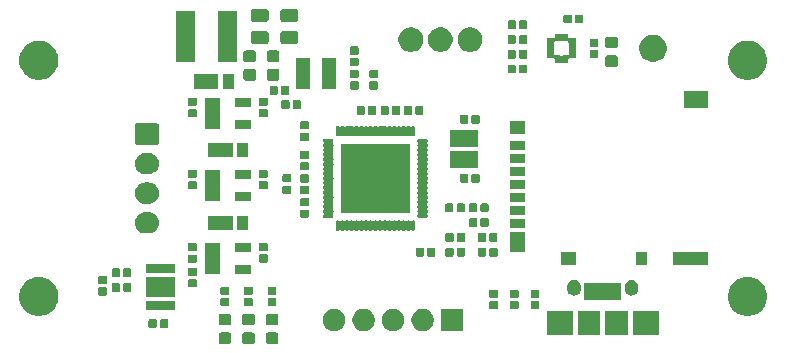
<source format=gts>
G04 #@! TF.GenerationSoftware,KiCad,Pcbnew,(5.0.2)-1*
G04 #@! TF.CreationDate,2019-10-12T17:38:11+09:00*
G04 #@! TF.ProjectId,PD_Board,50445f42-6f61-4726-942e-6b696361645f,rev?*
G04 #@! TF.SameCoordinates,Original*
G04 #@! TF.FileFunction,Soldermask,Top*
G04 #@! TF.FilePolarity,Negative*
%FSLAX46Y46*%
G04 Gerber Fmt 4.6, Leading zero omitted, Abs format (unit mm)*
G04 Created by KiCad (PCBNEW (5.0.2)-1) date 2019/10/12 17:38:11*
%MOMM*%
%LPD*%
G01*
G04 APERTURE LIST*
%ADD10C,0.100000*%
G04 APERTURE END LIST*
D10*
G36*
X140129591Y-103053085D02*
X140163569Y-103063393D01*
X140194887Y-103080133D01*
X140222339Y-103102661D01*
X140244867Y-103130113D01*
X140261607Y-103161431D01*
X140271915Y-103195409D01*
X140276000Y-103236890D01*
X140276000Y-103838110D01*
X140271915Y-103879591D01*
X140261607Y-103913569D01*
X140244867Y-103944887D01*
X140222339Y-103972339D01*
X140194887Y-103994867D01*
X140163569Y-104011607D01*
X140129591Y-104021915D01*
X140088110Y-104026000D01*
X139411890Y-104026000D01*
X139370409Y-104021915D01*
X139336431Y-104011607D01*
X139305113Y-103994867D01*
X139277661Y-103972339D01*
X139255133Y-103944887D01*
X139238393Y-103913569D01*
X139228085Y-103879591D01*
X139224000Y-103838110D01*
X139224000Y-103236890D01*
X139228085Y-103195409D01*
X139238393Y-103161431D01*
X139255133Y-103130113D01*
X139277661Y-103102661D01*
X139305113Y-103080133D01*
X139336431Y-103063393D01*
X139370409Y-103053085D01*
X139411890Y-103049000D01*
X140088110Y-103049000D01*
X140129591Y-103053085D01*
X140129591Y-103053085D01*
G37*
G36*
X138129591Y-103053085D02*
X138163569Y-103063393D01*
X138194887Y-103080133D01*
X138222339Y-103102661D01*
X138244867Y-103130113D01*
X138261607Y-103161431D01*
X138271915Y-103195409D01*
X138276000Y-103236890D01*
X138276000Y-103838110D01*
X138271915Y-103879591D01*
X138261607Y-103913569D01*
X138244867Y-103944887D01*
X138222339Y-103972339D01*
X138194887Y-103994867D01*
X138163569Y-104011607D01*
X138129591Y-104021915D01*
X138088110Y-104026000D01*
X137411890Y-104026000D01*
X137370409Y-104021915D01*
X137336431Y-104011607D01*
X137305113Y-103994867D01*
X137277661Y-103972339D01*
X137255133Y-103944887D01*
X137238393Y-103913569D01*
X137228085Y-103879591D01*
X137224000Y-103838110D01*
X137224000Y-103236890D01*
X137228085Y-103195409D01*
X137238393Y-103161431D01*
X137255133Y-103130113D01*
X137277661Y-103102661D01*
X137305113Y-103080133D01*
X137336431Y-103063393D01*
X137370409Y-103053085D01*
X137411890Y-103049000D01*
X138088110Y-103049000D01*
X138129591Y-103053085D01*
X138129591Y-103053085D01*
G37*
G36*
X136129591Y-103053085D02*
X136163569Y-103063393D01*
X136194887Y-103080133D01*
X136222339Y-103102661D01*
X136244867Y-103130113D01*
X136261607Y-103161431D01*
X136271915Y-103195409D01*
X136276000Y-103236890D01*
X136276000Y-103838110D01*
X136271915Y-103879591D01*
X136261607Y-103913569D01*
X136244867Y-103944887D01*
X136222339Y-103972339D01*
X136194887Y-103994867D01*
X136163569Y-104011607D01*
X136129591Y-104021915D01*
X136088110Y-104026000D01*
X135411890Y-104026000D01*
X135370409Y-104021915D01*
X135336431Y-104011607D01*
X135305113Y-103994867D01*
X135277661Y-103972339D01*
X135255133Y-103944887D01*
X135238393Y-103913569D01*
X135228085Y-103879591D01*
X135224000Y-103838110D01*
X135224000Y-103236890D01*
X135228085Y-103195409D01*
X135238393Y-103161431D01*
X135255133Y-103130113D01*
X135277661Y-103102661D01*
X135305113Y-103080133D01*
X135336431Y-103063393D01*
X135370409Y-103053085D01*
X135411890Y-103049000D01*
X136088110Y-103049000D01*
X136129591Y-103053085D01*
X136129591Y-103053085D01*
G37*
G36*
X165201000Y-103251000D02*
X162999000Y-103251000D01*
X162999000Y-101249000D01*
X165201000Y-101249000D01*
X165201000Y-103251000D01*
X165201000Y-103251000D01*
G37*
G36*
X172501000Y-103251000D02*
X170299000Y-103251000D01*
X170299000Y-101249000D01*
X172501000Y-101249000D01*
X172501000Y-103251000D01*
X172501000Y-103251000D01*
G37*
G36*
X169851000Y-103251000D02*
X167949000Y-103251000D01*
X167949000Y-101249000D01*
X169851000Y-101249000D01*
X169851000Y-103251000D01*
X169851000Y-103251000D01*
G37*
G36*
X167551000Y-103251000D02*
X165649000Y-103251000D01*
X165649000Y-101249000D01*
X167551000Y-101249000D01*
X167551000Y-103251000D01*
X167551000Y-103251000D01*
G37*
G36*
X145277396Y-101085546D02*
X145450466Y-101157234D01*
X145606230Y-101261312D01*
X145738688Y-101393770D01*
X145842766Y-101549534D01*
X145914454Y-101722604D01*
X145951000Y-101906333D01*
X145951000Y-102093667D01*
X145914454Y-102277396D01*
X145842766Y-102450466D01*
X145738688Y-102606230D01*
X145606230Y-102738688D01*
X145450466Y-102842766D01*
X145277396Y-102914454D01*
X145093667Y-102951000D01*
X144906333Y-102951000D01*
X144722604Y-102914454D01*
X144549534Y-102842766D01*
X144393770Y-102738688D01*
X144261312Y-102606230D01*
X144157234Y-102450466D01*
X144085546Y-102277396D01*
X144049000Y-102093667D01*
X144049000Y-101906333D01*
X144085546Y-101722604D01*
X144157234Y-101549534D01*
X144261312Y-101393770D01*
X144393770Y-101261312D01*
X144549534Y-101157234D01*
X144722604Y-101085546D01*
X144906333Y-101049000D01*
X145093667Y-101049000D01*
X145277396Y-101085546D01*
X145277396Y-101085546D01*
G37*
G36*
X147777396Y-101085546D02*
X147950466Y-101157234D01*
X148106230Y-101261312D01*
X148238688Y-101393770D01*
X148342766Y-101549534D01*
X148414454Y-101722604D01*
X148451000Y-101906333D01*
X148451000Y-102093667D01*
X148414454Y-102277396D01*
X148342766Y-102450466D01*
X148238688Y-102606230D01*
X148106230Y-102738688D01*
X147950466Y-102842766D01*
X147777396Y-102914454D01*
X147593667Y-102951000D01*
X147406333Y-102951000D01*
X147222604Y-102914454D01*
X147049534Y-102842766D01*
X146893770Y-102738688D01*
X146761312Y-102606230D01*
X146657234Y-102450466D01*
X146585546Y-102277396D01*
X146549000Y-102093667D01*
X146549000Y-101906333D01*
X146585546Y-101722604D01*
X146657234Y-101549534D01*
X146761312Y-101393770D01*
X146893770Y-101261312D01*
X147049534Y-101157234D01*
X147222604Y-101085546D01*
X147406333Y-101049000D01*
X147593667Y-101049000D01*
X147777396Y-101085546D01*
X147777396Y-101085546D01*
G37*
G36*
X155951000Y-102951000D02*
X154049000Y-102951000D01*
X154049000Y-101049000D01*
X155951000Y-101049000D01*
X155951000Y-102951000D01*
X155951000Y-102951000D01*
G37*
G36*
X152777396Y-101085546D02*
X152950466Y-101157234D01*
X153106230Y-101261312D01*
X153238688Y-101393770D01*
X153342766Y-101549534D01*
X153414454Y-101722604D01*
X153451000Y-101906333D01*
X153451000Y-102093667D01*
X153414454Y-102277396D01*
X153342766Y-102450466D01*
X153238688Y-102606230D01*
X153106230Y-102738688D01*
X152950466Y-102842766D01*
X152777396Y-102914454D01*
X152593667Y-102951000D01*
X152406333Y-102951000D01*
X152222604Y-102914454D01*
X152049534Y-102842766D01*
X151893770Y-102738688D01*
X151761312Y-102606230D01*
X151657234Y-102450466D01*
X151585546Y-102277396D01*
X151549000Y-102093667D01*
X151549000Y-101906333D01*
X151585546Y-101722604D01*
X151657234Y-101549534D01*
X151761312Y-101393770D01*
X151893770Y-101261312D01*
X152049534Y-101157234D01*
X152222604Y-101085546D01*
X152406333Y-101049000D01*
X152593667Y-101049000D01*
X152777396Y-101085546D01*
X152777396Y-101085546D01*
G37*
G36*
X150277396Y-101085546D02*
X150450466Y-101157234D01*
X150606230Y-101261312D01*
X150738688Y-101393770D01*
X150842766Y-101549534D01*
X150914454Y-101722604D01*
X150951000Y-101906333D01*
X150951000Y-102093667D01*
X150914454Y-102277396D01*
X150842766Y-102450466D01*
X150738688Y-102606230D01*
X150606230Y-102738688D01*
X150450466Y-102842766D01*
X150277396Y-102914454D01*
X150093667Y-102951000D01*
X149906333Y-102951000D01*
X149722604Y-102914454D01*
X149549534Y-102842766D01*
X149393770Y-102738688D01*
X149261312Y-102606230D01*
X149157234Y-102450466D01*
X149085546Y-102277396D01*
X149049000Y-102093667D01*
X149049000Y-101906333D01*
X149085546Y-101722604D01*
X149157234Y-101549534D01*
X149261312Y-101393770D01*
X149393770Y-101261312D01*
X149549534Y-101157234D01*
X149722604Y-101085546D01*
X149906333Y-101049000D01*
X150093667Y-101049000D01*
X150277396Y-101085546D01*
X150277396Y-101085546D01*
G37*
G36*
X130856938Y-101931716D02*
X130877556Y-101937970D01*
X130896556Y-101948126D01*
X130913208Y-101961792D01*
X130926874Y-101978444D01*
X130937030Y-101997444D01*
X130943284Y-102018062D01*
X130946000Y-102045640D01*
X130946000Y-102554360D01*
X130943284Y-102581938D01*
X130937030Y-102602556D01*
X130926874Y-102621556D01*
X130913208Y-102638208D01*
X130896556Y-102651874D01*
X130877556Y-102662030D01*
X130856938Y-102668284D01*
X130829360Y-102671000D01*
X130370640Y-102671000D01*
X130343062Y-102668284D01*
X130322444Y-102662030D01*
X130303444Y-102651874D01*
X130286792Y-102638208D01*
X130273126Y-102621556D01*
X130262970Y-102602556D01*
X130256716Y-102581938D01*
X130254000Y-102554360D01*
X130254000Y-102045640D01*
X130256716Y-102018062D01*
X130262970Y-101997444D01*
X130273126Y-101978444D01*
X130286792Y-101961792D01*
X130303444Y-101948126D01*
X130322444Y-101937970D01*
X130343062Y-101931716D01*
X130370640Y-101929000D01*
X130829360Y-101929000D01*
X130856938Y-101931716D01*
X130856938Y-101931716D01*
G37*
G36*
X129886938Y-101931716D02*
X129907556Y-101937970D01*
X129926556Y-101948126D01*
X129943208Y-101961792D01*
X129956874Y-101978444D01*
X129967030Y-101997444D01*
X129973284Y-102018062D01*
X129976000Y-102045640D01*
X129976000Y-102554360D01*
X129973284Y-102581938D01*
X129967030Y-102602556D01*
X129956874Y-102621556D01*
X129943208Y-102638208D01*
X129926556Y-102651874D01*
X129907556Y-102662030D01*
X129886938Y-102668284D01*
X129859360Y-102671000D01*
X129400640Y-102671000D01*
X129373062Y-102668284D01*
X129352444Y-102662030D01*
X129333444Y-102651874D01*
X129316792Y-102638208D01*
X129303126Y-102621556D01*
X129292970Y-102602556D01*
X129286716Y-102581938D01*
X129284000Y-102554360D01*
X129284000Y-102045640D01*
X129286716Y-102018062D01*
X129292970Y-101997444D01*
X129303126Y-101978444D01*
X129316792Y-101961792D01*
X129333444Y-101948126D01*
X129352444Y-101937970D01*
X129373062Y-101931716D01*
X129400640Y-101929000D01*
X129859360Y-101929000D01*
X129886938Y-101931716D01*
X129886938Y-101931716D01*
G37*
G36*
X136129591Y-101478085D02*
X136163569Y-101488393D01*
X136194887Y-101505133D01*
X136222339Y-101527661D01*
X136244867Y-101555113D01*
X136261607Y-101586431D01*
X136271915Y-101620409D01*
X136276000Y-101661890D01*
X136276000Y-102263110D01*
X136271915Y-102304591D01*
X136261607Y-102338569D01*
X136244867Y-102369887D01*
X136222339Y-102397339D01*
X136194887Y-102419867D01*
X136163569Y-102436607D01*
X136129591Y-102446915D01*
X136088110Y-102451000D01*
X135411890Y-102451000D01*
X135370409Y-102446915D01*
X135336431Y-102436607D01*
X135305113Y-102419867D01*
X135277661Y-102397339D01*
X135255133Y-102369887D01*
X135238393Y-102338569D01*
X135228085Y-102304591D01*
X135224000Y-102263110D01*
X135224000Y-101661890D01*
X135228085Y-101620409D01*
X135238393Y-101586431D01*
X135255133Y-101555113D01*
X135277661Y-101527661D01*
X135305113Y-101505133D01*
X135336431Y-101488393D01*
X135370409Y-101478085D01*
X135411890Y-101474000D01*
X136088110Y-101474000D01*
X136129591Y-101478085D01*
X136129591Y-101478085D01*
G37*
G36*
X138129591Y-101478085D02*
X138163569Y-101488393D01*
X138194887Y-101505133D01*
X138222339Y-101527661D01*
X138244867Y-101555113D01*
X138261607Y-101586431D01*
X138271915Y-101620409D01*
X138276000Y-101661890D01*
X138276000Y-102263110D01*
X138271915Y-102304591D01*
X138261607Y-102338569D01*
X138244867Y-102369887D01*
X138222339Y-102397339D01*
X138194887Y-102419867D01*
X138163569Y-102436607D01*
X138129591Y-102446915D01*
X138088110Y-102451000D01*
X137411890Y-102451000D01*
X137370409Y-102446915D01*
X137336431Y-102436607D01*
X137305113Y-102419867D01*
X137277661Y-102397339D01*
X137255133Y-102369887D01*
X137238393Y-102338569D01*
X137228085Y-102304591D01*
X137224000Y-102263110D01*
X137224000Y-101661890D01*
X137228085Y-101620409D01*
X137238393Y-101586431D01*
X137255133Y-101555113D01*
X137277661Y-101527661D01*
X137305113Y-101505133D01*
X137336431Y-101488393D01*
X137370409Y-101478085D01*
X137411890Y-101474000D01*
X138088110Y-101474000D01*
X138129591Y-101478085D01*
X138129591Y-101478085D01*
G37*
G36*
X140129591Y-101478085D02*
X140163569Y-101488393D01*
X140194887Y-101505133D01*
X140222339Y-101527661D01*
X140244867Y-101555113D01*
X140261607Y-101586431D01*
X140271915Y-101620409D01*
X140276000Y-101661890D01*
X140276000Y-102263110D01*
X140271915Y-102304591D01*
X140261607Y-102338569D01*
X140244867Y-102369887D01*
X140222339Y-102397339D01*
X140194887Y-102419867D01*
X140163569Y-102436607D01*
X140129591Y-102446915D01*
X140088110Y-102451000D01*
X139411890Y-102451000D01*
X139370409Y-102446915D01*
X139336431Y-102436607D01*
X139305113Y-102419867D01*
X139277661Y-102397339D01*
X139255133Y-102369887D01*
X139238393Y-102338569D01*
X139228085Y-102304591D01*
X139224000Y-102263110D01*
X139224000Y-101661890D01*
X139228085Y-101620409D01*
X139238393Y-101586431D01*
X139255133Y-101555113D01*
X139277661Y-101527661D01*
X139305113Y-101505133D01*
X139336431Y-101488393D01*
X139370409Y-101478085D01*
X139411890Y-101474000D01*
X140088110Y-101474000D01*
X140129591Y-101478085D01*
X140129591Y-101478085D01*
G37*
G36*
X180288293Y-98374000D02*
X180481579Y-98412447D01*
X180782042Y-98536903D01*
X180945011Y-98645796D01*
X181052454Y-98717587D01*
X181282413Y-98947546D01*
X181282415Y-98947549D01*
X181459032Y-99211874D01*
X181463098Y-99217960D01*
X181477268Y-99252169D01*
X181587553Y-99518421D01*
X181594343Y-99552556D01*
X181651000Y-99837389D01*
X181651000Y-100162611D01*
X181645861Y-100188444D01*
X181587553Y-100481579D01*
X181554241Y-100562000D01*
X181471169Y-100762556D01*
X181463097Y-100782042D01*
X181341276Y-100964360D01*
X181282413Y-101052454D01*
X181052454Y-101282413D01*
X181052451Y-101282415D01*
X180782042Y-101463097D01*
X180481579Y-101587553D01*
X180375256Y-101608702D01*
X180162611Y-101651000D01*
X179837389Y-101651000D01*
X179624744Y-101608702D01*
X179518421Y-101587553D01*
X179217958Y-101463097D01*
X178947549Y-101282415D01*
X178947546Y-101282413D01*
X178717587Y-101052454D01*
X178658724Y-100964360D01*
X178536903Y-100782042D01*
X178528832Y-100762556D01*
X178445759Y-100562000D01*
X178412447Y-100481579D01*
X178354139Y-100188444D01*
X178349000Y-100162611D01*
X178349000Y-99837389D01*
X178405657Y-99552556D01*
X178412447Y-99518421D01*
X178522732Y-99252169D01*
X178536902Y-99217960D01*
X178540969Y-99211874D01*
X178717585Y-98947549D01*
X178717587Y-98947546D01*
X178947546Y-98717587D01*
X179054989Y-98645796D01*
X179217958Y-98536903D01*
X179518421Y-98412447D01*
X179711707Y-98374000D01*
X179837389Y-98349000D01*
X180162611Y-98349000D01*
X180288293Y-98374000D01*
X180288293Y-98374000D01*
G37*
G36*
X120288293Y-98374000D02*
X120481579Y-98412447D01*
X120782042Y-98536903D01*
X120945011Y-98645796D01*
X121052454Y-98717587D01*
X121282413Y-98947546D01*
X121282415Y-98947549D01*
X121459032Y-99211874D01*
X121463098Y-99217960D01*
X121477268Y-99252169D01*
X121587553Y-99518421D01*
X121594343Y-99552556D01*
X121651000Y-99837389D01*
X121651000Y-100162611D01*
X121645861Y-100188444D01*
X121587553Y-100481579D01*
X121554241Y-100562000D01*
X121471169Y-100762556D01*
X121463097Y-100782042D01*
X121341276Y-100964360D01*
X121282413Y-101052454D01*
X121052454Y-101282413D01*
X121052451Y-101282415D01*
X120782042Y-101463097D01*
X120481579Y-101587553D01*
X120375256Y-101608702D01*
X120162611Y-101651000D01*
X119837389Y-101651000D01*
X119624744Y-101608702D01*
X119518421Y-101587553D01*
X119217958Y-101463097D01*
X118947549Y-101282415D01*
X118947546Y-101282413D01*
X118717587Y-101052454D01*
X118658724Y-100964360D01*
X118536903Y-100782042D01*
X118528832Y-100762556D01*
X118445759Y-100562000D01*
X118412447Y-100481579D01*
X118354139Y-100188444D01*
X118349000Y-100162611D01*
X118349000Y-99837389D01*
X118405657Y-99552556D01*
X118412447Y-99518421D01*
X118522732Y-99252169D01*
X118536902Y-99217960D01*
X118540969Y-99211874D01*
X118717585Y-98947549D01*
X118717587Y-98947546D01*
X118947546Y-98717587D01*
X119054989Y-98645796D01*
X119217958Y-98536903D01*
X119518421Y-98412447D01*
X119711707Y-98374000D01*
X119837389Y-98349000D01*
X120162611Y-98349000D01*
X120288293Y-98374000D01*
X120288293Y-98374000D01*
G37*
G36*
X131501000Y-101126000D02*
X129099000Y-101126000D01*
X129099000Y-100374000D01*
X131501000Y-100374000D01*
X131501000Y-101126000D01*
X131501000Y-101126000D01*
G37*
G36*
X158781938Y-100391716D02*
X158802556Y-100397970D01*
X158821556Y-100408126D01*
X158838208Y-100421792D01*
X158851874Y-100438444D01*
X158862030Y-100457444D01*
X158868284Y-100478062D01*
X158871000Y-100505640D01*
X158871000Y-100964360D01*
X158868284Y-100991938D01*
X158862030Y-101012556D01*
X158851874Y-101031556D01*
X158838208Y-101048208D01*
X158821556Y-101061874D01*
X158802556Y-101072030D01*
X158781938Y-101078284D01*
X158754360Y-101081000D01*
X158245640Y-101081000D01*
X158218062Y-101078284D01*
X158197444Y-101072030D01*
X158178444Y-101061874D01*
X158161792Y-101048208D01*
X158148126Y-101031556D01*
X158137970Y-101012556D01*
X158131716Y-100991938D01*
X158129000Y-100964360D01*
X158129000Y-100505640D01*
X158131716Y-100478062D01*
X158137970Y-100457444D01*
X158148126Y-100438444D01*
X158161792Y-100421792D01*
X158178444Y-100408126D01*
X158197444Y-100397970D01*
X158218062Y-100391716D01*
X158245640Y-100389000D01*
X158754360Y-100389000D01*
X158781938Y-100391716D01*
X158781938Y-100391716D01*
G37*
G36*
X160531938Y-100391716D02*
X160552556Y-100397970D01*
X160571556Y-100408126D01*
X160588208Y-100421792D01*
X160601874Y-100438444D01*
X160612030Y-100457444D01*
X160618284Y-100478062D01*
X160621000Y-100505640D01*
X160621000Y-100964360D01*
X160618284Y-100991938D01*
X160612030Y-101012556D01*
X160601874Y-101031556D01*
X160588208Y-101048208D01*
X160571556Y-101061874D01*
X160552556Y-101072030D01*
X160531938Y-101078284D01*
X160504360Y-101081000D01*
X159995640Y-101081000D01*
X159968062Y-101078284D01*
X159947444Y-101072030D01*
X159928444Y-101061874D01*
X159911792Y-101048208D01*
X159898126Y-101031556D01*
X159887970Y-101012556D01*
X159881716Y-100991938D01*
X159879000Y-100964360D01*
X159879000Y-100505640D01*
X159881716Y-100478062D01*
X159887970Y-100457444D01*
X159898126Y-100438444D01*
X159911792Y-100421792D01*
X159928444Y-100408126D01*
X159947444Y-100397970D01*
X159968062Y-100391716D01*
X159995640Y-100389000D01*
X160504360Y-100389000D01*
X160531938Y-100391716D01*
X160531938Y-100391716D01*
G37*
G36*
X162281938Y-100391716D02*
X162302556Y-100397970D01*
X162321556Y-100408126D01*
X162338208Y-100421792D01*
X162351874Y-100438444D01*
X162362030Y-100457444D01*
X162368284Y-100478062D01*
X162371000Y-100505640D01*
X162371000Y-100964360D01*
X162368284Y-100991938D01*
X162362030Y-101012556D01*
X162351874Y-101031556D01*
X162338208Y-101048208D01*
X162321556Y-101061874D01*
X162302556Y-101072030D01*
X162281938Y-101078284D01*
X162254360Y-101081000D01*
X161745640Y-101081000D01*
X161718062Y-101078284D01*
X161697444Y-101072030D01*
X161678444Y-101061874D01*
X161661792Y-101048208D01*
X161648126Y-101031556D01*
X161637970Y-101012556D01*
X161631716Y-100991938D01*
X161629000Y-100964360D01*
X161629000Y-100505640D01*
X161631716Y-100478062D01*
X161637970Y-100457444D01*
X161648126Y-100438444D01*
X161661792Y-100421792D01*
X161678444Y-100408126D01*
X161697444Y-100397970D01*
X161718062Y-100391716D01*
X161745640Y-100389000D01*
X162254360Y-100389000D01*
X162281938Y-100391716D01*
X162281938Y-100391716D01*
G37*
G36*
X136031938Y-100141716D02*
X136052556Y-100147970D01*
X136071556Y-100158126D01*
X136088208Y-100171792D01*
X136101874Y-100188444D01*
X136112030Y-100207444D01*
X136118284Y-100228062D01*
X136121000Y-100255640D01*
X136121000Y-100714360D01*
X136118284Y-100741938D01*
X136112030Y-100762556D01*
X136101874Y-100781556D01*
X136088208Y-100798208D01*
X136071556Y-100811874D01*
X136052556Y-100822030D01*
X136031938Y-100828284D01*
X136004360Y-100831000D01*
X135495640Y-100831000D01*
X135468062Y-100828284D01*
X135447444Y-100822030D01*
X135428444Y-100811874D01*
X135411792Y-100798208D01*
X135398126Y-100781556D01*
X135387970Y-100762556D01*
X135381716Y-100741938D01*
X135379000Y-100714360D01*
X135379000Y-100255640D01*
X135381716Y-100228062D01*
X135387970Y-100207444D01*
X135398126Y-100188444D01*
X135411792Y-100171792D01*
X135428444Y-100158126D01*
X135447444Y-100147970D01*
X135468062Y-100141716D01*
X135495640Y-100139000D01*
X136004360Y-100139000D01*
X136031938Y-100141716D01*
X136031938Y-100141716D01*
G37*
G36*
X138031938Y-100141716D02*
X138052556Y-100147970D01*
X138071556Y-100158126D01*
X138088208Y-100171792D01*
X138101874Y-100188444D01*
X138112030Y-100207444D01*
X138118284Y-100228062D01*
X138121000Y-100255640D01*
X138121000Y-100714360D01*
X138118284Y-100741938D01*
X138112030Y-100762556D01*
X138101874Y-100781556D01*
X138088208Y-100798208D01*
X138071556Y-100811874D01*
X138052556Y-100822030D01*
X138031938Y-100828284D01*
X138004360Y-100831000D01*
X137495640Y-100831000D01*
X137468062Y-100828284D01*
X137447444Y-100822030D01*
X137428444Y-100811874D01*
X137411792Y-100798208D01*
X137398126Y-100781556D01*
X137387970Y-100762556D01*
X137381716Y-100741938D01*
X137379000Y-100714360D01*
X137379000Y-100255640D01*
X137381716Y-100228062D01*
X137387970Y-100207444D01*
X137398126Y-100188444D01*
X137411792Y-100171792D01*
X137428444Y-100158126D01*
X137447444Y-100147970D01*
X137468062Y-100141716D01*
X137495640Y-100139000D01*
X138004360Y-100139000D01*
X138031938Y-100141716D01*
X138031938Y-100141716D01*
G37*
G36*
X140031938Y-100141716D02*
X140052556Y-100147970D01*
X140071556Y-100158126D01*
X140088208Y-100171792D01*
X140101874Y-100188444D01*
X140112030Y-100207444D01*
X140118284Y-100228062D01*
X140121000Y-100255640D01*
X140121000Y-100714360D01*
X140118284Y-100741938D01*
X140112030Y-100762556D01*
X140101874Y-100781556D01*
X140088208Y-100798208D01*
X140071556Y-100811874D01*
X140052556Y-100822030D01*
X140031938Y-100828284D01*
X140004360Y-100831000D01*
X139495640Y-100831000D01*
X139468062Y-100828284D01*
X139447444Y-100822030D01*
X139428444Y-100811874D01*
X139411792Y-100798208D01*
X139398126Y-100781556D01*
X139387970Y-100762556D01*
X139381716Y-100741938D01*
X139379000Y-100714360D01*
X139379000Y-100255640D01*
X139381716Y-100228062D01*
X139387970Y-100207444D01*
X139398126Y-100188444D01*
X139411792Y-100171792D01*
X139428444Y-100158126D01*
X139447444Y-100147970D01*
X139468062Y-100141716D01*
X139495640Y-100139000D01*
X140004360Y-100139000D01*
X140031938Y-100141716D01*
X140031938Y-100141716D01*
G37*
G36*
X169301000Y-100301000D02*
X166199000Y-100301000D01*
X166199000Y-98849000D01*
X169301000Y-98849000D01*
X169301000Y-100301000D01*
X169301000Y-100301000D01*
G37*
G36*
X158781938Y-99421716D02*
X158802556Y-99427970D01*
X158821556Y-99438126D01*
X158838208Y-99451792D01*
X158851874Y-99468444D01*
X158862030Y-99487444D01*
X158868284Y-99508062D01*
X158871000Y-99535640D01*
X158871000Y-99994360D01*
X158868284Y-100021938D01*
X158862030Y-100042556D01*
X158851874Y-100061556D01*
X158838208Y-100078208D01*
X158821556Y-100091874D01*
X158802556Y-100102030D01*
X158781938Y-100108284D01*
X158754360Y-100111000D01*
X158245640Y-100111000D01*
X158218062Y-100108284D01*
X158197444Y-100102030D01*
X158178444Y-100091874D01*
X158161792Y-100078208D01*
X158148126Y-100061556D01*
X158137970Y-100042556D01*
X158131716Y-100021938D01*
X158129000Y-99994360D01*
X158129000Y-99535640D01*
X158131716Y-99508062D01*
X158137970Y-99487444D01*
X158148126Y-99468444D01*
X158161792Y-99451792D01*
X158178444Y-99438126D01*
X158197444Y-99427970D01*
X158218062Y-99421716D01*
X158245640Y-99419000D01*
X158754360Y-99419000D01*
X158781938Y-99421716D01*
X158781938Y-99421716D01*
G37*
G36*
X160531938Y-99421716D02*
X160552556Y-99427970D01*
X160571556Y-99438126D01*
X160588208Y-99451792D01*
X160601874Y-99468444D01*
X160612030Y-99487444D01*
X160618284Y-99508062D01*
X160621000Y-99535640D01*
X160621000Y-99994360D01*
X160618284Y-100021938D01*
X160612030Y-100042556D01*
X160601874Y-100061556D01*
X160588208Y-100078208D01*
X160571556Y-100091874D01*
X160552556Y-100102030D01*
X160531938Y-100108284D01*
X160504360Y-100111000D01*
X159995640Y-100111000D01*
X159968062Y-100108284D01*
X159947444Y-100102030D01*
X159928444Y-100091874D01*
X159911792Y-100078208D01*
X159898126Y-100061556D01*
X159887970Y-100042556D01*
X159881716Y-100021938D01*
X159879000Y-99994360D01*
X159879000Y-99535640D01*
X159881716Y-99508062D01*
X159887970Y-99487444D01*
X159898126Y-99468444D01*
X159911792Y-99451792D01*
X159928444Y-99438126D01*
X159947444Y-99427970D01*
X159968062Y-99421716D01*
X159995640Y-99419000D01*
X160504360Y-99419000D01*
X160531938Y-99421716D01*
X160531938Y-99421716D01*
G37*
G36*
X162281938Y-99421716D02*
X162302556Y-99427970D01*
X162321556Y-99438126D01*
X162338208Y-99451792D01*
X162351874Y-99468444D01*
X162362030Y-99487444D01*
X162368284Y-99508062D01*
X162371000Y-99535640D01*
X162371000Y-99994360D01*
X162368284Y-100021938D01*
X162362030Y-100042556D01*
X162351874Y-100061556D01*
X162338208Y-100078208D01*
X162321556Y-100091874D01*
X162302556Y-100102030D01*
X162281938Y-100108284D01*
X162254360Y-100111000D01*
X161745640Y-100111000D01*
X161718062Y-100108284D01*
X161697444Y-100102030D01*
X161678444Y-100091874D01*
X161661792Y-100078208D01*
X161648126Y-100061556D01*
X161637970Y-100042556D01*
X161631716Y-100021938D01*
X161629000Y-99994360D01*
X161629000Y-99535640D01*
X161631716Y-99508062D01*
X161637970Y-99487444D01*
X161648126Y-99468444D01*
X161661792Y-99451792D01*
X161678444Y-99438126D01*
X161697444Y-99427970D01*
X161718062Y-99421716D01*
X161745640Y-99419000D01*
X162254360Y-99419000D01*
X162281938Y-99421716D01*
X162281938Y-99421716D01*
G37*
G36*
X131551000Y-100026000D02*
X129049000Y-100026000D01*
X129049000Y-98374000D01*
X131551000Y-98374000D01*
X131551000Y-100026000D01*
X131551000Y-100026000D01*
G37*
G36*
X125681938Y-99241716D02*
X125702556Y-99247970D01*
X125721556Y-99258126D01*
X125738208Y-99271792D01*
X125751874Y-99288444D01*
X125762030Y-99307444D01*
X125768284Y-99328062D01*
X125771000Y-99355640D01*
X125771000Y-99814360D01*
X125768284Y-99841938D01*
X125762030Y-99862556D01*
X125751874Y-99881556D01*
X125738208Y-99898208D01*
X125721556Y-99911874D01*
X125702556Y-99922030D01*
X125681938Y-99928284D01*
X125654360Y-99931000D01*
X125145640Y-99931000D01*
X125118062Y-99928284D01*
X125097444Y-99922030D01*
X125078444Y-99911874D01*
X125061792Y-99898208D01*
X125048126Y-99881556D01*
X125037970Y-99862556D01*
X125031716Y-99841938D01*
X125029000Y-99814360D01*
X125029000Y-99355640D01*
X125031716Y-99328062D01*
X125037970Y-99307444D01*
X125048126Y-99288444D01*
X125061792Y-99271792D01*
X125078444Y-99258126D01*
X125097444Y-99247970D01*
X125118062Y-99241716D01*
X125145640Y-99239000D01*
X125654360Y-99239000D01*
X125681938Y-99241716D01*
X125681938Y-99241716D01*
G37*
G36*
X165437915Y-98582334D02*
X165546491Y-98615271D01*
X165646556Y-98668756D01*
X165734264Y-98740736D01*
X165806244Y-98828443D01*
X165859729Y-98928508D01*
X165892666Y-99037084D01*
X165901000Y-99121702D01*
X165901000Y-99378297D01*
X165892666Y-99462915D01*
X165859729Y-99571491D01*
X165806244Y-99671556D01*
X165734264Y-99759264D01*
X165646557Y-99831244D01*
X165546492Y-99884729D01*
X165437916Y-99917666D01*
X165325000Y-99928787D01*
X165212085Y-99917666D01*
X165103509Y-99884729D01*
X165003444Y-99831244D01*
X164955322Y-99791751D01*
X164915739Y-99759266D01*
X164914700Y-99758000D01*
X164843757Y-99671557D01*
X164790271Y-99571492D01*
X164757334Y-99462916D01*
X164749000Y-99378298D01*
X164749000Y-99121703D01*
X164757334Y-99037085D01*
X164790271Y-98928509D01*
X164843756Y-98828444D01*
X164915736Y-98740736D01*
X165003443Y-98668756D01*
X165103508Y-98615271D01*
X165212084Y-98582334D01*
X165325000Y-98571213D01*
X165437915Y-98582334D01*
X165437915Y-98582334D01*
G37*
G36*
X170287915Y-98582334D02*
X170396491Y-98615271D01*
X170496556Y-98668756D01*
X170584264Y-98740736D01*
X170656244Y-98828443D01*
X170709729Y-98928508D01*
X170742666Y-99037084D01*
X170751000Y-99121702D01*
X170751000Y-99378297D01*
X170742666Y-99462915D01*
X170709729Y-99571491D01*
X170656244Y-99671556D01*
X170584264Y-99759264D01*
X170496557Y-99831244D01*
X170396492Y-99884729D01*
X170287916Y-99917666D01*
X170175000Y-99928787D01*
X170062085Y-99917666D01*
X169953509Y-99884729D01*
X169853444Y-99831244D01*
X169805322Y-99791751D01*
X169765739Y-99759266D01*
X169764700Y-99758000D01*
X169693757Y-99671557D01*
X169640271Y-99571492D01*
X169607334Y-99462916D01*
X169599000Y-99378298D01*
X169599000Y-99121703D01*
X169607334Y-99037085D01*
X169640271Y-98928509D01*
X169693756Y-98828444D01*
X169765736Y-98740736D01*
X169853443Y-98668756D01*
X169953508Y-98615271D01*
X170062084Y-98582334D01*
X170175000Y-98571213D01*
X170287915Y-98582334D01*
X170287915Y-98582334D01*
G37*
G36*
X138031938Y-99171716D02*
X138052556Y-99177970D01*
X138071556Y-99188126D01*
X138088208Y-99201792D01*
X138101874Y-99218444D01*
X138112030Y-99237444D01*
X138118284Y-99258062D01*
X138121000Y-99285640D01*
X138121000Y-99744360D01*
X138118284Y-99771938D01*
X138112030Y-99792556D01*
X138101874Y-99811556D01*
X138088208Y-99828208D01*
X138071556Y-99841874D01*
X138052556Y-99852030D01*
X138031938Y-99858284D01*
X138004360Y-99861000D01*
X137495640Y-99861000D01*
X137468062Y-99858284D01*
X137447444Y-99852030D01*
X137428444Y-99841874D01*
X137411792Y-99828208D01*
X137398126Y-99811556D01*
X137387970Y-99792556D01*
X137381716Y-99771938D01*
X137379000Y-99744360D01*
X137379000Y-99285640D01*
X137381716Y-99258062D01*
X137387970Y-99237444D01*
X137398126Y-99218444D01*
X137411792Y-99201792D01*
X137428444Y-99188126D01*
X137447444Y-99177970D01*
X137468062Y-99171716D01*
X137495640Y-99169000D01*
X138004360Y-99169000D01*
X138031938Y-99171716D01*
X138031938Y-99171716D01*
G37*
G36*
X136031938Y-99171716D02*
X136052556Y-99177970D01*
X136071556Y-99188126D01*
X136088208Y-99201792D01*
X136101874Y-99218444D01*
X136112030Y-99237444D01*
X136118284Y-99258062D01*
X136121000Y-99285640D01*
X136121000Y-99744360D01*
X136118284Y-99771938D01*
X136112030Y-99792556D01*
X136101874Y-99811556D01*
X136088208Y-99828208D01*
X136071556Y-99841874D01*
X136052556Y-99852030D01*
X136031938Y-99858284D01*
X136004360Y-99861000D01*
X135495640Y-99861000D01*
X135468062Y-99858284D01*
X135447444Y-99852030D01*
X135428444Y-99841874D01*
X135411792Y-99828208D01*
X135398126Y-99811556D01*
X135387970Y-99792556D01*
X135381716Y-99771938D01*
X135379000Y-99744360D01*
X135379000Y-99285640D01*
X135381716Y-99258062D01*
X135387970Y-99237444D01*
X135398126Y-99218444D01*
X135411792Y-99201792D01*
X135428444Y-99188126D01*
X135447444Y-99177970D01*
X135468062Y-99171716D01*
X135495640Y-99169000D01*
X136004360Y-99169000D01*
X136031938Y-99171716D01*
X136031938Y-99171716D01*
G37*
G36*
X140031938Y-99171716D02*
X140052556Y-99177970D01*
X140071556Y-99188126D01*
X140088208Y-99201792D01*
X140101874Y-99218444D01*
X140112030Y-99237444D01*
X140118284Y-99258062D01*
X140121000Y-99285640D01*
X140121000Y-99744360D01*
X140118284Y-99771938D01*
X140112030Y-99792556D01*
X140101874Y-99811556D01*
X140088208Y-99828208D01*
X140071556Y-99841874D01*
X140052556Y-99852030D01*
X140031938Y-99858284D01*
X140004360Y-99861000D01*
X139495640Y-99861000D01*
X139468062Y-99858284D01*
X139447444Y-99852030D01*
X139428444Y-99841874D01*
X139411792Y-99828208D01*
X139398126Y-99811556D01*
X139387970Y-99792556D01*
X139381716Y-99771938D01*
X139379000Y-99744360D01*
X139379000Y-99285640D01*
X139381716Y-99258062D01*
X139387970Y-99237444D01*
X139398126Y-99218444D01*
X139411792Y-99201792D01*
X139428444Y-99188126D01*
X139447444Y-99177970D01*
X139468062Y-99171716D01*
X139495640Y-99169000D01*
X140004360Y-99169000D01*
X140031938Y-99171716D01*
X140031938Y-99171716D01*
G37*
G36*
X126786938Y-98881716D02*
X126807556Y-98887970D01*
X126826556Y-98898126D01*
X126843208Y-98911792D01*
X126856874Y-98928444D01*
X126867030Y-98947444D01*
X126873284Y-98968062D01*
X126876000Y-98995640D01*
X126876000Y-99504360D01*
X126873284Y-99531938D01*
X126867030Y-99552556D01*
X126856874Y-99571556D01*
X126843208Y-99588208D01*
X126826556Y-99601874D01*
X126807556Y-99612030D01*
X126786938Y-99618284D01*
X126759360Y-99621000D01*
X126300640Y-99621000D01*
X126273062Y-99618284D01*
X126252444Y-99612030D01*
X126233444Y-99601874D01*
X126216792Y-99588208D01*
X126203126Y-99571556D01*
X126192970Y-99552556D01*
X126186716Y-99531938D01*
X126184000Y-99504360D01*
X126184000Y-98995640D01*
X126186716Y-98968062D01*
X126192970Y-98947444D01*
X126203126Y-98928444D01*
X126216792Y-98911792D01*
X126233444Y-98898126D01*
X126252444Y-98887970D01*
X126273062Y-98881716D01*
X126300640Y-98879000D01*
X126759360Y-98879000D01*
X126786938Y-98881716D01*
X126786938Y-98881716D01*
G37*
G36*
X127756938Y-98881716D02*
X127777556Y-98887970D01*
X127796556Y-98898126D01*
X127813208Y-98911792D01*
X127826874Y-98928444D01*
X127837030Y-98947444D01*
X127843284Y-98968062D01*
X127846000Y-98995640D01*
X127846000Y-99504360D01*
X127843284Y-99531938D01*
X127837030Y-99552556D01*
X127826874Y-99571556D01*
X127813208Y-99588208D01*
X127796556Y-99601874D01*
X127777556Y-99612030D01*
X127756938Y-99618284D01*
X127729360Y-99621000D01*
X127270640Y-99621000D01*
X127243062Y-99618284D01*
X127222444Y-99612030D01*
X127203444Y-99601874D01*
X127186792Y-99588208D01*
X127173126Y-99571556D01*
X127162970Y-99552556D01*
X127156716Y-99531938D01*
X127154000Y-99504360D01*
X127154000Y-98995640D01*
X127156716Y-98968062D01*
X127162970Y-98947444D01*
X127173126Y-98928444D01*
X127186792Y-98911792D01*
X127203444Y-98898126D01*
X127222444Y-98887970D01*
X127243062Y-98881716D01*
X127270640Y-98879000D01*
X127729360Y-98879000D01*
X127756938Y-98881716D01*
X127756938Y-98881716D01*
G37*
G36*
X133281938Y-98541716D02*
X133302556Y-98547970D01*
X133321556Y-98558126D01*
X133338208Y-98571792D01*
X133351874Y-98588444D01*
X133362030Y-98607444D01*
X133368284Y-98628062D01*
X133371000Y-98655640D01*
X133371000Y-99114360D01*
X133368284Y-99141938D01*
X133362030Y-99162556D01*
X133351874Y-99181556D01*
X133338208Y-99198208D01*
X133321556Y-99211874D01*
X133302556Y-99222030D01*
X133281938Y-99228284D01*
X133254360Y-99231000D01*
X132745640Y-99231000D01*
X132718062Y-99228284D01*
X132697444Y-99222030D01*
X132678444Y-99211874D01*
X132661792Y-99198208D01*
X132648126Y-99181556D01*
X132637970Y-99162556D01*
X132631716Y-99141938D01*
X132629000Y-99114360D01*
X132629000Y-98655640D01*
X132631716Y-98628062D01*
X132637970Y-98607444D01*
X132648126Y-98588444D01*
X132661792Y-98571792D01*
X132678444Y-98558126D01*
X132697444Y-98547970D01*
X132718062Y-98541716D01*
X132745640Y-98539000D01*
X133254360Y-98539000D01*
X133281938Y-98541716D01*
X133281938Y-98541716D01*
G37*
G36*
X125681938Y-98271716D02*
X125702556Y-98277970D01*
X125721556Y-98288126D01*
X125738208Y-98301792D01*
X125751874Y-98318444D01*
X125762030Y-98337444D01*
X125768284Y-98358062D01*
X125771000Y-98385640D01*
X125771000Y-98844360D01*
X125768284Y-98871938D01*
X125762030Y-98892556D01*
X125751874Y-98911556D01*
X125738208Y-98928208D01*
X125721556Y-98941874D01*
X125702556Y-98952030D01*
X125681938Y-98958284D01*
X125654360Y-98961000D01*
X125145640Y-98961000D01*
X125118062Y-98958284D01*
X125097444Y-98952030D01*
X125078444Y-98941874D01*
X125061792Y-98928208D01*
X125048126Y-98911556D01*
X125037970Y-98892556D01*
X125031716Y-98871938D01*
X125029000Y-98844360D01*
X125029000Y-98385640D01*
X125031716Y-98358062D01*
X125037970Y-98337444D01*
X125048126Y-98318444D01*
X125061792Y-98301792D01*
X125078444Y-98288126D01*
X125097444Y-98277970D01*
X125118062Y-98271716D01*
X125145640Y-98269000D01*
X125654360Y-98269000D01*
X125681938Y-98271716D01*
X125681938Y-98271716D01*
G37*
G36*
X126786938Y-97631716D02*
X126807556Y-97637970D01*
X126826556Y-97648126D01*
X126843208Y-97661792D01*
X126856874Y-97678444D01*
X126867030Y-97697444D01*
X126873284Y-97718062D01*
X126876000Y-97745640D01*
X126876000Y-98254360D01*
X126873284Y-98281938D01*
X126867030Y-98302556D01*
X126856874Y-98321556D01*
X126843208Y-98338208D01*
X126826556Y-98351874D01*
X126807556Y-98362030D01*
X126786938Y-98368284D01*
X126759360Y-98371000D01*
X126300640Y-98371000D01*
X126273062Y-98368284D01*
X126252444Y-98362030D01*
X126233444Y-98351874D01*
X126216792Y-98338208D01*
X126203126Y-98321556D01*
X126192970Y-98302556D01*
X126186716Y-98281938D01*
X126184000Y-98254360D01*
X126184000Y-97745640D01*
X126186716Y-97718062D01*
X126192970Y-97697444D01*
X126203126Y-97678444D01*
X126216792Y-97661792D01*
X126233444Y-97648126D01*
X126252444Y-97637970D01*
X126273062Y-97631716D01*
X126300640Y-97629000D01*
X126759360Y-97629000D01*
X126786938Y-97631716D01*
X126786938Y-97631716D01*
G37*
G36*
X127756938Y-97631716D02*
X127777556Y-97637970D01*
X127796556Y-97648126D01*
X127813208Y-97661792D01*
X127826874Y-97678444D01*
X127837030Y-97697444D01*
X127843284Y-97718062D01*
X127846000Y-97745640D01*
X127846000Y-98254360D01*
X127843284Y-98281938D01*
X127837030Y-98302556D01*
X127826874Y-98321556D01*
X127813208Y-98338208D01*
X127796556Y-98351874D01*
X127777556Y-98362030D01*
X127756938Y-98368284D01*
X127729360Y-98371000D01*
X127270640Y-98371000D01*
X127243062Y-98368284D01*
X127222444Y-98362030D01*
X127203444Y-98351874D01*
X127186792Y-98338208D01*
X127173126Y-98321556D01*
X127162970Y-98302556D01*
X127156716Y-98281938D01*
X127154000Y-98254360D01*
X127154000Y-97745640D01*
X127156716Y-97718062D01*
X127162970Y-97697444D01*
X127173126Y-97678444D01*
X127186792Y-97661792D01*
X127203444Y-97648126D01*
X127222444Y-97637970D01*
X127243062Y-97631716D01*
X127270640Y-97629000D01*
X127729360Y-97629000D01*
X127756938Y-97631716D01*
X127756938Y-97631716D01*
G37*
G36*
X133281938Y-97571716D02*
X133302556Y-97577970D01*
X133321556Y-97588126D01*
X133338208Y-97601792D01*
X133351874Y-97618444D01*
X133362030Y-97637444D01*
X133368284Y-97658062D01*
X133371000Y-97685640D01*
X133371000Y-98144360D01*
X133368284Y-98171938D01*
X133362030Y-98192556D01*
X133351874Y-98211556D01*
X133338208Y-98228208D01*
X133321556Y-98241874D01*
X133302556Y-98252030D01*
X133281938Y-98258284D01*
X133254360Y-98261000D01*
X132745640Y-98261000D01*
X132718062Y-98258284D01*
X132697444Y-98252030D01*
X132678444Y-98241874D01*
X132661792Y-98228208D01*
X132648126Y-98211556D01*
X132637970Y-98192556D01*
X132631716Y-98171938D01*
X132629000Y-98144360D01*
X132629000Y-97685640D01*
X132631716Y-97658062D01*
X132637970Y-97637444D01*
X132648126Y-97618444D01*
X132661792Y-97601792D01*
X132678444Y-97588126D01*
X132697444Y-97577970D01*
X132718062Y-97571716D01*
X132745640Y-97569000D01*
X133254360Y-97569000D01*
X133281938Y-97571716D01*
X133281938Y-97571716D01*
G37*
G36*
X137971000Y-98126000D02*
X136649000Y-98126000D01*
X136649000Y-97374000D01*
X137971000Y-97374000D01*
X137971000Y-98126000D01*
X137971000Y-98126000D01*
G37*
G36*
X135351000Y-98126000D02*
X134029000Y-98126000D01*
X134029000Y-95474000D01*
X135351000Y-95474000D01*
X135351000Y-98126000D01*
X135351000Y-98126000D01*
G37*
G36*
X131501000Y-98026000D02*
X129099000Y-98026000D01*
X129099000Y-97274000D01*
X131501000Y-97274000D01*
X131501000Y-98026000D01*
X131501000Y-98026000D01*
G37*
G36*
X176626000Y-97376000D02*
X173724000Y-97376000D01*
X173724000Y-96274000D01*
X176626000Y-96274000D01*
X176626000Y-97376000D01*
X176626000Y-97376000D01*
G37*
G36*
X165476000Y-97376000D02*
X164174000Y-97376000D01*
X164174000Y-96274000D01*
X165476000Y-96274000D01*
X165476000Y-97376000D01*
X165476000Y-97376000D01*
G37*
G36*
X171476000Y-97376000D02*
X170574000Y-97376000D01*
X170574000Y-96274000D01*
X171476000Y-96274000D01*
X171476000Y-97376000D01*
X171476000Y-97376000D01*
G37*
G36*
X133281938Y-96456716D02*
X133302556Y-96462970D01*
X133321556Y-96473126D01*
X133338208Y-96486792D01*
X133351874Y-96503444D01*
X133362030Y-96522444D01*
X133368284Y-96543062D01*
X133371000Y-96570640D01*
X133371000Y-97029360D01*
X133368284Y-97056938D01*
X133362030Y-97077556D01*
X133351874Y-97096556D01*
X133338208Y-97113208D01*
X133321556Y-97126874D01*
X133302556Y-97137030D01*
X133281938Y-97143284D01*
X133254360Y-97146000D01*
X132745640Y-97146000D01*
X132718062Y-97143284D01*
X132697444Y-97137030D01*
X132678444Y-97126874D01*
X132661792Y-97113208D01*
X132648126Y-97096556D01*
X132637970Y-97077556D01*
X132631716Y-97056938D01*
X132629000Y-97029360D01*
X132629000Y-96570640D01*
X132631716Y-96543062D01*
X132637970Y-96522444D01*
X132648126Y-96503444D01*
X132661792Y-96486792D01*
X132678444Y-96473126D01*
X132697444Y-96462970D01*
X132718062Y-96456716D01*
X132745640Y-96454000D01*
X133254360Y-96454000D01*
X133281938Y-96456716D01*
X133281938Y-96456716D01*
G37*
G36*
X139281938Y-96441716D02*
X139302556Y-96447970D01*
X139321556Y-96458126D01*
X139338208Y-96471792D01*
X139351874Y-96488444D01*
X139362030Y-96507444D01*
X139368284Y-96528062D01*
X139371000Y-96555640D01*
X139371000Y-97014360D01*
X139368284Y-97041938D01*
X139362030Y-97062556D01*
X139351874Y-97081556D01*
X139338208Y-97098208D01*
X139321556Y-97111874D01*
X139302556Y-97122030D01*
X139281938Y-97128284D01*
X139254360Y-97131000D01*
X138745640Y-97131000D01*
X138718062Y-97128284D01*
X138697444Y-97122030D01*
X138678444Y-97111874D01*
X138661792Y-97098208D01*
X138648126Y-97081556D01*
X138637970Y-97062556D01*
X138631716Y-97041938D01*
X138629000Y-97014360D01*
X138629000Y-96555640D01*
X138631716Y-96528062D01*
X138637970Y-96507444D01*
X138648126Y-96488444D01*
X138661792Y-96471792D01*
X138678444Y-96458126D01*
X138697444Y-96447970D01*
X138718062Y-96441716D01*
X138745640Y-96439000D01*
X139254360Y-96439000D01*
X139281938Y-96441716D01*
X139281938Y-96441716D01*
G37*
G36*
X152521938Y-95881716D02*
X152542556Y-95887970D01*
X152561556Y-95898126D01*
X152578208Y-95911792D01*
X152591874Y-95928444D01*
X152602030Y-95947444D01*
X152608284Y-95968062D01*
X152611000Y-95995640D01*
X152611000Y-96504360D01*
X152608284Y-96531938D01*
X152602030Y-96552556D01*
X152591874Y-96571556D01*
X152578208Y-96588208D01*
X152561556Y-96601874D01*
X152542556Y-96612030D01*
X152521938Y-96618284D01*
X152494360Y-96621000D01*
X152035640Y-96621000D01*
X152008062Y-96618284D01*
X151987444Y-96612030D01*
X151968444Y-96601874D01*
X151951792Y-96588208D01*
X151938126Y-96571556D01*
X151927970Y-96552556D01*
X151921716Y-96531938D01*
X151919000Y-96504360D01*
X151919000Y-95995640D01*
X151921716Y-95968062D01*
X151927970Y-95947444D01*
X151938126Y-95928444D01*
X151951792Y-95911792D01*
X151968444Y-95898126D01*
X151987444Y-95887970D01*
X152008062Y-95881716D01*
X152035640Y-95879000D01*
X152494360Y-95879000D01*
X152521938Y-95881716D01*
X152521938Y-95881716D01*
G37*
G36*
X153491938Y-95881716D02*
X153512556Y-95887970D01*
X153531556Y-95898126D01*
X153548208Y-95911792D01*
X153561874Y-95928444D01*
X153572030Y-95947444D01*
X153578284Y-95968062D01*
X153581000Y-95995640D01*
X153581000Y-96504360D01*
X153578284Y-96531938D01*
X153572030Y-96552556D01*
X153561874Y-96571556D01*
X153548208Y-96588208D01*
X153531556Y-96601874D01*
X153512556Y-96612030D01*
X153491938Y-96618284D01*
X153464360Y-96621000D01*
X153005640Y-96621000D01*
X152978062Y-96618284D01*
X152957444Y-96612030D01*
X152938444Y-96601874D01*
X152921792Y-96588208D01*
X152908126Y-96571556D01*
X152897970Y-96552556D01*
X152891716Y-96531938D01*
X152889000Y-96504360D01*
X152889000Y-95995640D01*
X152891716Y-95968062D01*
X152897970Y-95947444D01*
X152908126Y-95928444D01*
X152921792Y-95911792D01*
X152938444Y-95898126D01*
X152957444Y-95887970D01*
X152978062Y-95881716D01*
X153005640Y-95879000D01*
X153464360Y-95879000D01*
X153491938Y-95881716D01*
X153491938Y-95881716D01*
G37*
G36*
X155991938Y-95881716D02*
X156012556Y-95887970D01*
X156031556Y-95898126D01*
X156048208Y-95911792D01*
X156061874Y-95928444D01*
X156072030Y-95947444D01*
X156078284Y-95968062D01*
X156081000Y-95995640D01*
X156081000Y-96504360D01*
X156078284Y-96531938D01*
X156072030Y-96552556D01*
X156061874Y-96571556D01*
X156048208Y-96588208D01*
X156031556Y-96601874D01*
X156012556Y-96612030D01*
X155991938Y-96618284D01*
X155964360Y-96621000D01*
X155505640Y-96621000D01*
X155478062Y-96618284D01*
X155457444Y-96612030D01*
X155438444Y-96601874D01*
X155421792Y-96588208D01*
X155408126Y-96571556D01*
X155397970Y-96552556D01*
X155391716Y-96531938D01*
X155389000Y-96504360D01*
X155389000Y-95995640D01*
X155391716Y-95968062D01*
X155397970Y-95947444D01*
X155408126Y-95928444D01*
X155421792Y-95911792D01*
X155438444Y-95898126D01*
X155457444Y-95887970D01*
X155478062Y-95881716D01*
X155505640Y-95879000D01*
X155964360Y-95879000D01*
X155991938Y-95881716D01*
X155991938Y-95881716D01*
G37*
G36*
X155021938Y-95881716D02*
X155042556Y-95887970D01*
X155061556Y-95898126D01*
X155078208Y-95911792D01*
X155091874Y-95928444D01*
X155102030Y-95947444D01*
X155108284Y-95968062D01*
X155111000Y-95995640D01*
X155111000Y-96504360D01*
X155108284Y-96531938D01*
X155102030Y-96552556D01*
X155091874Y-96571556D01*
X155078208Y-96588208D01*
X155061556Y-96601874D01*
X155042556Y-96612030D01*
X155021938Y-96618284D01*
X154994360Y-96621000D01*
X154535640Y-96621000D01*
X154508062Y-96618284D01*
X154487444Y-96612030D01*
X154468444Y-96601874D01*
X154451792Y-96588208D01*
X154438126Y-96571556D01*
X154427970Y-96552556D01*
X154421716Y-96531938D01*
X154419000Y-96504360D01*
X154419000Y-95995640D01*
X154421716Y-95968062D01*
X154427970Y-95947444D01*
X154438126Y-95928444D01*
X154451792Y-95911792D01*
X154468444Y-95898126D01*
X154487444Y-95887970D01*
X154508062Y-95881716D01*
X154535640Y-95879000D01*
X154994360Y-95879000D01*
X155021938Y-95881716D01*
X155021938Y-95881716D01*
G37*
G36*
X157786938Y-95881716D02*
X157807556Y-95887970D01*
X157826556Y-95898126D01*
X157843208Y-95911792D01*
X157856874Y-95928444D01*
X157867030Y-95947444D01*
X157873284Y-95968062D01*
X157876000Y-95995640D01*
X157876000Y-96504360D01*
X157873284Y-96531938D01*
X157867030Y-96552556D01*
X157856874Y-96571556D01*
X157843208Y-96588208D01*
X157826556Y-96601874D01*
X157807556Y-96612030D01*
X157786938Y-96618284D01*
X157759360Y-96621000D01*
X157300640Y-96621000D01*
X157273062Y-96618284D01*
X157252444Y-96612030D01*
X157233444Y-96601874D01*
X157216792Y-96588208D01*
X157203126Y-96571556D01*
X157192970Y-96552556D01*
X157186716Y-96531938D01*
X157184000Y-96504360D01*
X157184000Y-95995640D01*
X157186716Y-95968062D01*
X157192970Y-95947444D01*
X157203126Y-95928444D01*
X157216792Y-95911792D01*
X157233444Y-95898126D01*
X157252444Y-95887970D01*
X157273062Y-95881716D01*
X157300640Y-95879000D01*
X157759360Y-95879000D01*
X157786938Y-95881716D01*
X157786938Y-95881716D01*
G37*
G36*
X158756938Y-95881716D02*
X158777556Y-95887970D01*
X158796556Y-95898126D01*
X158813208Y-95911792D01*
X158826874Y-95928444D01*
X158837030Y-95947444D01*
X158843284Y-95968062D01*
X158846000Y-95995640D01*
X158846000Y-96504360D01*
X158843284Y-96531938D01*
X158837030Y-96552556D01*
X158826874Y-96571556D01*
X158813208Y-96588208D01*
X158796556Y-96601874D01*
X158777556Y-96612030D01*
X158756938Y-96618284D01*
X158729360Y-96621000D01*
X158270640Y-96621000D01*
X158243062Y-96618284D01*
X158222444Y-96612030D01*
X158203444Y-96601874D01*
X158186792Y-96588208D01*
X158173126Y-96571556D01*
X158162970Y-96552556D01*
X158156716Y-96531938D01*
X158154000Y-96504360D01*
X158154000Y-95995640D01*
X158156716Y-95968062D01*
X158162970Y-95947444D01*
X158173126Y-95928444D01*
X158186792Y-95911792D01*
X158203444Y-95898126D01*
X158222444Y-95887970D01*
X158243062Y-95881716D01*
X158270640Y-95879000D01*
X158729360Y-95879000D01*
X158756938Y-95881716D01*
X158756938Y-95881716D01*
G37*
G36*
X161176000Y-96276000D02*
X159874000Y-96276000D01*
X159874000Y-94524000D01*
X161176000Y-94524000D01*
X161176000Y-96276000D01*
X161176000Y-96276000D01*
G37*
G36*
X137971000Y-96226000D02*
X136649000Y-96226000D01*
X136649000Y-95474000D01*
X137971000Y-95474000D01*
X137971000Y-96226000D01*
X137971000Y-96226000D01*
G37*
G36*
X133281938Y-95486716D02*
X133302556Y-95492970D01*
X133321556Y-95503126D01*
X133338208Y-95516792D01*
X133351874Y-95533444D01*
X133362030Y-95552444D01*
X133368284Y-95573062D01*
X133371000Y-95600640D01*
X133371000Y-96059360D01*
X133368284Y-96086938D01*
X133362030Y-96107556D01*
X133351874Y-96126556D01*
X133338208Y-96143208D01*
X133321556Y-96156874D01*
X133302556Y-96167030D01*
X133281938Y-96173284D01*
X133254360Y-96176000D01*
X132745640Y-96176000D01*
X132718062Y-96173284D01*
X132697444Y-96167030D01*
X132678444Y-96156874D01*
X132661792Y-96143208D01*
X132648126Y-96126556D01*
X132637970Y-96107556D01*
X132631716Y-96086938D01*
X132629000Y-96059360D01*
X132629000Y-95600640D01*
X132631716Y-95573062D01*
X132637970Y-95552444D01*
X132648126Y-95533444D01*
X132661792Y-95516792D01*
X132678444Y-95503126D01*
X132697444Y-95492970D01*
X132718062Y-95486716D01*
X132745640Y-95484000D01*
X133254360Y-95484000D01*
X133281938Y-95486716D01*
X133281938Y-95486716D01*
G37*
G36*
X139281938Y-95471716D02*
X139302556Y-95477970D01*
X139321556Y-95488126D01*
X139338208Y-95501792D01*
X139351874Y-95518444D01*
X139362030Y-95537444D01*
X139368284Y-95558062D01*
X139371000Y-95585640D01*
X139371000Y-96044360D01*
X139368284Y-96071938D01*
X139362030Y-96092556D01*
X139351874Y-96111556D01*
X139338208Y-96128208D01*
X139321556Y-96141874D01*
X139302556Y-96152030D01*
X139281938Y-96158284D01*
X139254360Y-96161000D01*
X138745640Y-96161000D01*
X138718062Y-96158284D01*
X138697444Y-96152030D01*
X138678444Y-96141874D01*
X138661792Y-96128208D01*
X138648126Y-96111556D01*
X138637970Y-96092556D01*
X138631716Y-96071938D01*
X138629000Y-96044360D01*
X138629000Y-95585640D01*
X138631716Y-95558062D01*
X138637970Y-95537444D01*
X138648126Y-95518444D01*
X138661792Y-95501792D01*
X138678444Y-95488126D01*
X138697444Y-95477970D01*
X138718062Y-95471716D01*
X138745640Y-95469000D01*
X139254360Y-95469000D01*
X139281938Y-95471716D01*
X139281938Y-95471716D01*
G37*
G36*
X155021938Y-94631716D02*
X155042556Y-94637970D01*
X155061556Y-94648126D01*
X155078208Y-94661792D01*
X155091874Y-94678444D01*
X155102030Y-94697444D01*
X155108284Y-94718062D01*
X155111000Y-94745640D01*
X155111000Y-95254360D01*
X155108284Y-95281938D01*
X155102030Y-95302556D01*
X155091874Y-95321556D01*
X155078208Y-95338208D01*
X155061556Y-95351874D01*
X155042556Y-95362030D01*
X155021938Y-95368284D01*
X154994360Y-95371000D01*
X154535640Y-95371000D01*
X154508062Y-95368284D01*
X154487444Y-95362030D01*
X154468444Y-95351874D01*
X154451792Y-95338208D01*
X154438126Y-95321556D01*
X154427970Y-95302556D01*
X154421716Y-95281938D01*
X154419000Y-95254360D01*
X154419000Y-94745640D01*
X154421716Y-94718062D01*
X154427970Y-94697444D01*
X154438126Y-94678444D01*
X154451792Y-94661792D01*
X154468444Y-94648126D01*
X154487444Y-94637970D01*
X154508062Y-94631716D01*
X154535640Y-94629000D01*
X154994360Y-94629000D01*
X155021938Y-94631716D01*
X155021938Y-94631716D01*
G37*
G36*
X158741938Y-94631716D02*
X158762556Y-94637970D01*
X158781556Y-94648126D01*
X158798208Y-94661792D01*
X158811874Y-94678444D01*
X158822030Y-94697444D01*
X158828284Y-94718062D01*
X158831000Y-94745640D01*
X158831000Y-95254360D01*
X158828284Y-95281938D01*
X158822030Y-95302556D01*
X158811874Y-95321556D01*
X158798208Y-95338208D01*
X158781556Y-95351874D01*
X158762556Y-95362030D01*
X158741938Y-95368284D01*
X158714360Y-95371000D01*
X158255640Y-95371000D01*
X158228062Y-95368284D01*
X158207444Y-95362030D01*
X158188444Y-95351874D01*
X158171792Y-95338208D01*
X158158126Y-95321556D01*
X158147970Y-95302556D01*
X158141716Y-95281938D01*
X158139000Y-95254360D01*
X158139000Y-94745640D01*
X158141716Y-94718062D01*
X158147970Y-94697444D01*
X158158126Y-94678444D01*
X158171792Y-94661792D01*
X158188444Y-94648126D01*
X158207444Y-94637970D01*
X158228062Y-94631716D01*
X158255640Y-94629000D01*
X158714360Y-94629000D01*
X158741938Y-94631716D01*
X158741938Y-94631716D01*
G37*
G36*
X155991938Y-94631716D02*
X156012556Y-94637970D01*
X156031556Y-94648126D01*
X156048208Y-94661792D01*
X156061874Y-94678444D01*
X156072030Y-94697444D01*
X156078284Y-94718062D01*
X156081000Y-94745640D01*
X156081000Y-95254360D01*
X156078284Y-95281938D01*
X156072030Y-95302556D01*
X156061874Y-95321556D01*
X156048208Y-95338208D01*
X156031556Y-95351874D01*
X156012556Y-95362030D01*
X155991938Y-95368284D01*
X155964360Y-95371000D01*
X155505640Y-95371000D01*
X155478062Y-95368284D01*
X155457444Y-95362030D01*
X155438444Y-95351874D01*
X155421792Y-95338208D01*
X155408126Y-95321556D01*
X155397970Y-95302556D01*
X155391716Y-95281938D01*
X155389000Y-95254360D01*
X155389000Y-94745640D01*
X155391716Y-94718062D01*
X155397970Y-94697444D01*
X155408126Y-94678444D01*
X155421792Y-94661792D01*
X155438444Y-94648126D01*
X155457444Y-94637970D01*
X155478062Y-94631716D01*
X155505640Y-94629000D01*
X155964360Y-94629000D01*
X155991938Y-94631716D01*
X155991938Y-94631716D01*
G37*
G36*
X157771938Y-94631716D02*
X157792556Y-94637970D01*
X157811556Y-94648126D01*
X157828208Y-94661792D01*
X157841874Y-94678444D01*
X157852030Y-94697444D01*
X157858284Y-94718062D01*
X157861000Y-94745640D01*
X157861000Y-95254360D01*
X157858284Y-95281938D01*
X157852030Y-95302556D01*
X157841874Y-95321556D01*
X157828208Y-95338208D01*
X157811556Y-95351874D01*
X157792556Y-95362030D01*
X157771938Y-95368284D01*
X157744360Y-95371000D01*
X157285640Y-95371000D01*
X157258062Y-95368284D01*
X157237444Y-95362030D01*
X157218444Y-95351874D01*
X157201792Y-95338208D01*
X157188126Y-95321556D01*
X157177970Y-95302556D01*
X157171716Y-95281938D01*
X157169000Y-95254360D01*
X157169000Y-94745640D01*
X157171716Y-94718062D01*
X157177970Y-94697444D01*
X157188126Y-94678444D01*
X157201792Y-94661792D01*
X157218444Y-94648126D01*
X157237444Y-94637970D01*
X157258062Y-94631716D01*
X157285640Y-94629000D01*
X157744360Y-94629000D01*
X157771938Y-94631716D01*
X157771938Y-94631716D01*
G37*
G36*
X129385443Y-92855519D02*
X129451627Y-92862037D01*
X129564853Y-92896384D01*
X129621467Y-92913557D01*
X129760087Y-92987652D01*
X129777991Y-92997222D01*
X129796306Y-93012253D01*
X129915186Y-93109814D01*
X129998448Y-93211271D01*
X130027778Y-93247009D01*
X130027779Y-93247011D01*
X130111443Y-93403533D01*
X130119372Y-93429671D01*
X130162963Y-93573373D01*
X130180359Y-93750000D01*
X130162963Y-93926627D01*
X130146241Y-93981751D01*
X130111443Y-94096467D01*
X130042205Y-94226000D01*
X130027778Y-94252991D01*
X129998448Y-94288729D01*
X129915186Y-94390186D01*
X129843745Y-94448815D01*
X129777991Y-94502778D01*
X129777989Y-94502779D01*
X129621467Y-94586443D01*
X129564853Y-94603616D01*
X129451627Y-94637963D01*
X129385443Y-94644481D01*
X129319260Y-94651000D01*
X128980740Y-94651000D01*
X128914558Y-94644482D01*
X128848373Y-94637963D01*
X128735147Y-94603616D01*
X128678533Y-94586443D01*
X128522011Y-94502779D01*
X128522009Y-94502778D01*
X128456255Y-94448815D01*
X128384814Y-94390186D01*
X128301552Y-94288729D01*
X128272222Y-94252991D01*
X128257795Y-94226000D01*
X128188557Y-94096467D01*
X128153759Y-93981751D01*
X128137037Y-93926627D01*
X128119641Y-93750000D01*
X128137037Y-93573373D01*
X128180628Y-93429671D01*
X128188557Y-93403533D01*
X128272221Y-93247011D01*
X128272222Y-93247009D01*
X128301552Y-93211271D01*
X128384814Y-93109814D01*
X128503694Y-93012253D01*
X128522009Y-92997222D01*
X128539913Y-92987652D01*
X128678533Y-92913557D01*
X128735147Y-92896384D01*
X128848373Y-92862037D01*
X128914557Y-92855519D01*
X128980740Y-92849000D01*
X129319260Y-92849000D01*
X129385443Y-92855519D01*
X129385443Y-92855519D01*
G37*
G36*
X145309867Y-93549242D02*
X145329601Y-93551185D01*
X145350659Y-93557573D01*
X145358069Y-93559821D01*
X145384294Y-93573838D01*
X145412060Y-93596627D01*
X145420705Y-93605271D01*
X145441080Y-93618884D01*
X145463719Y-93628261D01*
X145487753Y-93633040D01*
X145512257Y-93633040D01*
X145536290Y-93628258D01*
X145558929Y-93618880D01*
X145579303Y-93605266D01*
X145587943Y-93596625D01*
X145615707Y-93573838D01*
X145641932Y-93559821D01*
X145649342Y-93557573D01*
X145670400Y-93551185D01*
X145700000Y-93548270D01*
X145700001Y-93548270D01*
X145709867Y-93549242D01*
X145729601Y-93551185D01*
X145750659Y-93557573D01*
X145758069Y-93559821D01*
X145784294Y-93573838D01*
X145812060Y-93596627D01*
X145820705Y-93605271D01*
X145841080Y-93618884D01*
X145863719Y-93628261D01*
X145887753Y-93633040D01*
X145912257Y-93633040D01*
X145936290Y-93628258D01*
X145958929Y-93618880D01*
X145979303Y-93605266D01*
X145987943Y-93596625D01*
X146015707Y-93573838D01*
X146041932Y-93559821D01*
X146049342Y-93557573D01*
X146070400Y-93551185D01*
X146100000Y-93548270D01*
X146100001Y-93548270D01*
X146109867Y-93549242D01*
X146129601Y-93551185D01*
X146150659Y-93557573D01*
X146158069Y-93559821D01*
X146184294Y-93573838D01*
X146212060Y-93596627D01*
X146220705Y-93605271D01*
X146241080Y-93618884D01*
X146263719Y-93628261D01*
X146287753Y-93633040D01*
X146312257Y-93633040D01*
X146336290Y-93628258D01*
X146358929Y-93618880D01*
X146379303Y-93605266D01*
X146387943Y-93596625D01*
X146415707Y-93573838D01*
X146441932Y-93559821D01*
X146449342Y-93557573D01*
X146470400Y-93551185D01*
X146500000Y-93548270D01*
X146500001Y-93548270D01*
X146509867Y-93549242D01*
X146529601Y-93551185D01*
X146550659Y-93557573D01*
X146558069Y-93559821D01*
X146584294Y-93573838D01*
X146612060Y-93596627D01*
X146620705Y-93605271D01*
X146641080Y-93618884D01*
X146663719Y-93628261D01*
X146687753Y-93633040D01*
X146712257Y-93633040D01*
X146736290Y-93628258D01*
X146758929Y-93618880D01*
X146779303Y-93605266D01*
X146787943Y-93596625D01*
X146815707Y-93573838D01*
X146841932Y-93559821D01*
X146849342Y-93557573D01*
X146870400Y-93551185D01*
X146900000Y-93548270D01*
X146900001Y-93548270D01*
X146909867Y-93549242D01*
X146929601Y-93551185D01*
X146950659Y-93557573D01*
X146958069Y-93559821D01*
X146984294Y-93573838D01*
X147012060Y-93596627D01*
X147020705Y-93605271D01*
X147041080Y-93618884D01*
X147063719Y-93628261D01*
X147087753Y-93633040D01*
X147112257Y-93633040D01*
X147136290Y-93628258D01*
X147158929Y-93618880D01*
X147179303Y-93605266D01*
X147187943Y-93596625D01*
X147215707Y-93573838D01*
X147241932Y-93559821D01*
X147249342Y-93557573D01*
X147270400Y-93551185D01*
X147300000Y-93548270D01*
X147300001Y-93548270D01*
X147309867Y-93549242D01*
X147329601Y-93551185D01*
X147350659Y-93557573D01*
X147358069Y-93559821D01*
X147384294Y-93573838D01*
X147412060Y-93596627D01*
X147420705Y-93605271D01*
X147441080Y-93618884D01*
X147463719Y-93628261D01*
X147487753Y-93633040D01*
X147512257Y-93633040D01*
X147536290Y-93628258D01*
X147558929Y-93618880D01*
X147579303Y-93605266D01*
X147587943Y-93596625D01*
X147615707Y-93573838D01*
X147641932Y-93559821D01*
X147649342Y-93557573D01*
X147670400Y-93551185D01*
X147700000Y-93548270D01*
X147700001Y-93548270D01*
X147709867Y-93549242D01*
X147729601Y-93551185D01*
X147750659Y-93557573D01*
X147758069Y-93559821D01*
X147784294Y-93573838D01*
X147812060Y-93596627D01*
X147820705Y-93605271D01*
X147841080Y-93618884D01*
X147863719Y-93628261D01*
X147887753Y-93633040D01*
X147912257Y-93633040D01*
X147936290Y-93628258D01*
X147958929Y-93618880D01*
X147979303Y-93605266D01*
X147987943Y-93596625D01*
X148015707Y-93573838D01*
X148041932Y-93559821D01*
X148049342Y-93557573D01*
X148070400Y-93551185D01*
X148100000Y-93548270D01*
X148100001Y-93548270D01*
X148109867Y-93549242D01*
X148129601Y-93551185D01*
X148150659Y-93557573D01*
X148158069Y-93559821D01*
X148184294Y-93573838D01*
X148212060Y-93596627D01*
X148220705Y-93605271D01*
X148241080Y-93618884D01*
X148263719Y-93628261D01*
X148287753Y-93633040D01*
X148312257Y-93633040D01*
X148336290Y-93628258D01*
X148358929Y-93618880D01*
X148379303Y-93605266D01*
X148387943Y-93596625D01*
X148415707Y-93573838D01*
X148441932Y-93559821D01*
X148449342Y-93557573D01*
X148470400Y-93551185D01*
X148500000Y-93548270D01*
X148500001Y-93548270D01*
X148509867Y-93549242D01*
X148529601Y-93551185D01*
X148550659Y-93557573D01*
X148558069Y-93559821D01*
X148584294Y-93573838D01*
X148612060Y-93596627D01*
X148620705Y-93605271D01*
X148641080Y-93618884D01*
X148663719Y-93628261D01*
X148687753Y-93633040D01*
X148712257Y-93633040D01*
X148736290Y-93628258D01*
X148758929Y-93618880D01*
X148779303Y-93605266D01*
X148787943Y-93596625D01*
X148815707Y-93573838D01*
X148841932Y-93559821D01*
X148849342Y-93557573D01*
X148870400Y-93551185D01*
X148900000Y-93548270D01*
X148900001Y-93548270D01*
X148909867Y-93549242D01*
X148929601Y-93551185D01*
X148950659Y-93557573D01*
X148958069Y-93559821D01*
X148984294Y-93573838D01*
X149012060Y-93596627D01*
X149020705Y-93605271D01*
X149041080Y-93618884D01*
X149063719Y-93628261D01*
X149087753Y-93633040D01*
X149112257Y-93633040D01*
X149136290Y-93628258D01*
X149158929Y-93618880D01*
X149179303Y-93605266D01*
X149187943Y-93596625D01*
X149215707Y-93573838D01*
X149241932Y-93559821D01*
X149249342Y-93557573D01*
X149270400Y-93551185D01*
X149300000Y-93548270D01*
X149300001Y-93548270D01*
X149309867Y-93549242D01*
X149329601Y-93551185D01*
X149350659Y-93557573D01*
X149358069Y-93559821D01*
X149384294Y-93573838D01*
X149412060Y-93596627D01*
X149420705Y-93605271D01*
X149441080Y-93618884D01*
X149463719Y-93628261D01*
X149487753Y-93633040D01*
X149512257Y-93633040D01*
X149536290Y-93628258D01*
X149558929Y-93618880D01*
X149579303Y-93605266D01*
X149587943Y-93596625D01*
X149615707Y-93573838D01*
X149641932Y-93559821D01*
X149649342Y-93557573D01*
X149670400Y-93551185D01*
X149700000Y-93548270D01*
X149700001Y-93548270D01*
X149709867Y-93549242D01*
X149729601Y-93551185D01*
X149750659Y-93557573D01*
X149758069Y-93559821D01*
X149784294Y-93573838D01*
X149812060Y-93596627D01*
X149820705Y-93605271D01*
X149841080Y-93618884D01*
X149863719Y-93628261D01*
X149887753Y-93633040D01*
X149912257Y-93633040D01*
X149936290Y-93628258D01*
X149958929Y-93618880D01*
X149979303Y-93605266D01*
X149987943Y-93596625D01*
X150015707Y-93573838D01*
X150041932Y-93559821D01*
X150049342Y-93557573D01*
X150070400Y-93551185D01*
X150100000Y-93548270D01*
X150100001Y-93548270D01*
X150109867Y-93549242D01*
X150129601Y-93551185D01*
X150150659Y-93557573D01*
X150158069Y-93559821D01*
X150184294Y-93573838D01*
X150212060Y-93596627D01*
X150220705Y-93605271D01*
X150241080Y-93618884D01*
X150263719Y-93628261D01*
X150287753Y-93633040D01*
X150312257Y-93633040D01*
X150336290Y-93628258D01*
X150358929Y-93618880D01*
X150379303Y-93605266D01*
X150387943Y-93596625D01*
X150415707Y-93573838D01*
X150441932Y-93559821D01*
X150449342Y-93557573D01*
X150470400Y-93551185D01*
X150500000Y-93548270D01*
X150500001Y-93548270D01*
X150509867Y-93549242D01*
X150529601Y-93551185D01*
X150550659Y-93557573D01*
X150558069Y-93559821D01*
X150584294Y-93573838D01*
X150612060Y-93596627D01*
X150620705Y-93605271D01*
X150641080Y-93618884D01*
X150663719Y-93628261D01*
X150687753Y-93633040D01*
X150712257Y-93633040D01*
X150736290Y-93628258D01*
X150758929Y-93618880D01*
X150779303Y-93605266D01*
X150787943Y-93596625D01*
X150815707Y-93573838D01*
X150841932Y-93559821D01*
X150849342Y-93557573D01*
X150870400Y-93551185D01*
X150900000Y-93548270D01*
X150900001Y-93548270D01*
X150909867Y-93549242D01*
X150929601Y-93551185D01*
X150950659Y-93557573D01*
X150958069Y-93559821D01*
X150984294Y-93573838D01*
X151012060Y-93596627D01*
X151020705Y-93605271D01*
X151041080Y-93618884D01*
X151063719Y-93628261D01*
X151087753Y-93633040D01*
X151112257Y-93633040D01*
X151136290Y-93628258D01*
X151158929Y-93618880D01*
X151179303Y-93605266D01*
X151187943Y-93596625D01*
X151215707Y-93573838D01*
X151241932Y-93559821D01*
X151249342Y-93557573D01*
X151270400Y-93551185D01*
X151300000Y-93548270D01*
X151300001Y-93548270D01*
X151309867Y-93549242D01*
X151329601Y-93551185D01*
X151350659Y-93557573D01*
X151358069Y-93559821D01*
X151384294Y-93573838D01*
X151412060Y-93596627D01*
X151420705Y-93605271D01*
X151441080Y-93618884D01*
X151463719Y-93628261D01*
X151487753Y-93633040D01*
X151512257Y-93633040D01*
X151536290Y-93628258D01*
X151558929Y-93618880D01*
X151579303Y-93605266D01*
X151587943Y-93596625D01*
X151615707Y-93573838D01*
X151641932Y-93559821D01*
X151649342Y-93557573D01*
X151670400Y-93551185D01*
X151700000Y-93548270D01*
X151700001Y-93548270D01*
X151709867Y-93549242D01*
X151729601Y-93551185D01*
X151750659Y-93557573D01*
X151758069Y-93559821D01*
X151784294Y-93573838D01*
X151807289Y-93592711D01*
X151826162Y-93615706D01*
X151840179Y-93641931D01*
X151840180Y-93641935D01*
X151848815Y-93670399D01*
X151851000Y-93692587D01*
X151851000Y-94307413D01*
X151848815Y-94329601D01*
X151842427Y-94350659D01*
X151840179Y-94358069D01*
X151826162Y-94384294D01*
X151807289Y-94407289D01*
X151784296Y-94426160D01*
X151758066Y-94440179D01*
X151758064Y-94440180D01*
X151729600Y-94448815D01*
X151700000Y-94451730D01*
X151699999Y-94451730D01*
X151690133Y-94450758D01*
X151670399Y-94448815D01*
X151649341Y-94442427D01*
X151641931Y-94440179D01*
X151615706Y-94426162D01*
X151587940Y-94403373D01*
X151579298Y-94394732D01*
X151558924Y-94381118D01*
X151536285Y-94371741D01*
X151512251Y-94366961D01*
X151487747Y-94366961D01*
X151463714Y-94371742D01*
X151441075Y-94381119D01*
X151420700Y-94394733D01*
X151412058Y-94403375D01*
X151384296Y-94426160D01*
X151358066Y-94440179D01*
X151358064Y-94440180D01*
X151329600Y-94448815D01*
X151300000Y-94451730D01*
X151299999Y-94451730D01*
X151290133Y-94450758D01*
X151270399Y-94448815D01*
X151249341Y-94442427D01*
X151241931Y-94440179D01*
X151215706Y-94426162D01*
X151187940Y-94403373D01*
X151179298Y-94394732D01*
X151158924Y-94381118D01*
X151136285Y-94371741D01*
X151112251Y-94366961D01*
X151087747Y-94366961D01*
X151063714Y-94371742D01*
X151041075Y-94381119D01*
X151020700Y-94394733D01*
X151012058Y-94403375D01*
X150984296Y-94426160D01*
X150958066Y-94440179D01*
X150958064Y-94440180D01*
X150929600Y-94448815D01*
X150900000Y-94451730D01*
X150899999Y-94451730D01*
X150890133Y-94450758D01*
X150870399Y-94448815D01*
X150849341Y-94442427D01*
X150841931Y-94440179D01*
X150815706Y-94426162D01*
X150787940Y-94403373D01*
X150779298Y-94394732D01*
X150758924Y-94381118D01*
X150736285Y-94371741D01*
X150712251Y-94366961D01*
X150687747Y-94366961D01*
X150663714Y-94371742D01*
X150641075Y-94381119D01*
X150620700Y-94394733D01*
X150612058Y-94403375D01*
X150584296Y-94426160D01*
X150558066Y-94440179D01*
X150558064Y-94440180D01*
X150529600Y-94448815D01*
X150500000Y-94451730D01*
X150499999Y-94451730D01*
X150490133Y-94450758D01*
X150470399Y-94448815D01*
X150449341Y-94442427D01*
X150441931Y-94440179D01*
X150415706Y-94426162D01*
X150387940Y-94403373D01*
X150379298Y-94394732D01*
X150358924Y-94381118D01*
X150336285Y-94371741D01*
X150312251Y-94366961D01*
X150287747Y-94366961D01*
X150263714Y-94371742D01*
X150241075Y-94381119D01*
X150220700Y-94394733D01*
X150212058Y-94403375D01*
X150184296Y-94426160D01*
X150158066Y-94440179D01*
X150158064Y-94440180D01*
X150129600Y-94448815D01*
X150100000Y-94451730D01*
X150099999Y-94451730D01*
X150090133Y-94450758D01*
X150070399Y-94448815D01*
X150049341Y-94442427D01*
X150041931Y-94440179D01*
X150015706Y-94426162D01*
X149987940Y-94403373D01*
X149979298Y-94394732D01*
X149958924Y-94381118D01*
X149936285Y-94371741D01*
X149912251Y-94366961D01*
X149887747Y-94366961D01*
X149863714Y-94371742D01*
X149841075Y-94381119D01*
X149820700Y-94394733D01*
X149812058Y-94403375D01*
X149784296Y-94426160D01*
X149758066Y-94440179D01*
X149758064Y-94440180D01*
X149729600Y-94448815D01*
X149700000Y-94451730D01*
X149699999Y-94451730D01*
X149690133Y-94450758D01*
X149670399Y-94448815D01*
X149649341Y-94442427D01*
X149641931Y-94440179D01*
X149615706Y-94426162D01*
X149587940Y-94403373D01*
X149579298Y-94394732D01*
X149558924Y-94381118D01*
X149536285Y-94371741D01*
X149512251Y-94366961D01*
X149487747Y-94366961D01*
X149463714Y-94371742D01*
X149441075Y-94381119D01*
X149420700Y-94394733D01*
X149412058Y-94403375D01*
X149384296Y-94426160D01*
X149358066Y-94440179D01*
X149358064Y-94440180D01*
X149329600Y-94448815D01*
X149300000Y-94451730D01*
X149299999Y-94451730D01*
X149290133Y-94450758D01*
X149270399Y-94448815D01*
X149249341Y-94442427D01*
X149241931Y-94440179D01*
X149215706Y-94426162D01*
X149187940Y-94403373D01*
X149179298Y-94394732D01*
X149158924Y-94381118D01*
X149136285Y-94371741D01*
X149112251Y-94366961D01*
X149087747Y-94366961D01*
X149063714Y-94371742D01*
X149041075Y-94381119D01*
X149020700Y-94394733D01*
X149012058Y-94403375D01*
X148984296Y-94426160D01*
X148958066Y-94440179D01*
X148958064Y-94440180D01*
X148929600Y-94448815D01*
X148900000Y-94451730D01*
X148899999Y-94451730D01*
X148890133Y-94450758D01*
X148870399Y-94448815D01*
X148849341Y-94442427D01*
X148841931Y-94440179D01*
X148815706Y-94426162D01*
X148787940Y-94403373D01*
X148779298Y-94394732D01*
X148758924Y-94381118D01*
X148736285Y-94371741D01*
X148712251Y-94366961D01*
X148687747Y-94366961D01*
X148663714Y-94371742D01*
X148641075Y-94381119D01*
X148620700Y-94394733D01*
X148612058Y-94403375D01*
X148584296Y-94426160D01*
X148558066Y-94440179D01*
X148558064Y-94440180D01*
X148529600Y-94448815D01*
X148500000Y-94451730D01*
X148499999Y-94451730D01*
X148490133Y-94450758D01*
X148470399Y-94448815D01*
X148449341Y-94442427D01*
X148441931Y-94440179D01*
X148415706Y-94426162D01*
X148387940Y-94403373D01*
X148379298Y-94394732D01*
X148358924Y-94381118D01*
X148336285Y-94371741D01*
X148312251Y-94366961D01*
X148287747Y-94366961D01*
X148263714Y-94371742D01*
X148241075Y-94381119D01*
X148220700Y-94394733D01*
X148212058Y-94403375D01*
X148184296Y-94426160D01*
X148158066Y-94440179D01*
X148158064Y-94440180D01*
X148129600Y-94448815D01*
X148100000Y-94451730D01*
X148099999Y-94451730D01*
X148090133Y-94450758D01*
X148070399Y-94448815D01*
X148049341Y-94442427D01*
X148041931Y-94440179D01*
X148015706Y-94426162D01*
X147987940Y-94403373D01*
X147979298Y-94394732D01*
X147958924Y-94381118D01*
X147936285Y-94371741D01*
X147912251Y-94366961D01*
X147887747Y-94366961D01*
X147863714Y-94371742D01*
X147841075Y-94381119D01*
X147820700Y-94394733D01*
X147812058Y-94403375D01*
X147784296Y-94426160D01*
X147758066Y-94440179D01*
X147758064Y-94440180D01*
X147729600Y-94448815D01*
X147700000Y-94451730D01*
X147699999Y-94451730D01*
X147690133Y-94450758D01*
X147670399Y-94448815D01*
X147649341Y-94442427D01*
X147641931Y-94440179D01*
X147615706Y-94426162D01*
X147587940Y-94403373D01*
X147579298Y-94394732D01*
X147558924Y-94381118D01*
X147536285Y-94371741D01*
X147512251Y-94366961D01*
X147487747Y-94366961D01*
X147463714Y-94371742D01*
X147441075Y-94381119D01*
X147420700Y-94394733D01*
X147412058Y-94403375D01*
X147384296Y-94426160D01*
X147358066Y-94440179D01*
X147358064Y-94440180D01*
X147329600Y-94448815D01*
X147300000Y-94451730D01*
X147299999Y-94451730D01*
X147290133Y-94450758D01*
X147270399Y-94448815D01*
X147249341Y-94442427D01*
X147241931Y-94440179D01*
X147215706Y-94426162D01*
X147187940Y-94403373D01*
X147179298Y-94394732D01*
X147158924Y-94381118D01*
X147136285Y-94371741D01*
X147112251Y-94366961D01*
X147087747Y-94366961D01*
X147063714Y-94371742D01*
X147041075Y-94381119D01*
X147020700Y-94394733D01*
X147012058Y-94403375D01*
X146984296Y-94426160D01*
X146958066Y-94440179D01*
X146958064Y-94440180D01*
X146929600Y-94448815D01*
X146900000Y-94451730D01*
X146899999Y-94451730D01*
X146890133Y-94450758D01*
X146870399Y-94448815D01*
X146849341Y-94442427D01*
X146841931Y-94440179D01*
X146815706Y-94426162D01*
X146787940Y-94403373D01*
X146779298Y-94394732D01*
X146758924Y-94381118D01*
X146736285Y-94371741D01*
X146712251Y-94366961D01*
X146687747Y-94366961D01*
X146663714Y-94371742D01*
X146641075Y-94381119D01*
X146620700Y-94394733D01*
X146612058Y-94403375D01*
X146584296Y-94426160D01*
X146558066Y-94440179D01*
X146558064Y-94440180D01*
X146529600Y-94448815D01*
X146500000Y-94451730D01*
X146499999Y-94451730D01*
X146490133Y-94450758D01*
X146470399Y-94448815D01*
X146449341Y-94442427D01*
X146441931Y-94440179D01*
X146415706Y-94426162D01*
X146387940Y-94403373D01*
X146379298Y-94394732D01*
X146358924Y-94381118D01*
X146336285Y-94371741D01*
X146312251Y-94366961D01*
X146287747Y-94366961D01*
X146263714Y-94371742D01*
X146241075Y-94381119D01*
X146220700Y-94394733D01*
X146212058Y-94403375D01*
X146184296Y-94426160D01*
X146158066Y-94440179D01*
X146158064Y-94440180D01*
X146129600Y-94448815D01*
X146100000Y-94451730D01*
X146099999Y-94451730D01*
X146090133Y-94450758D01*
X146070399Y-94448815D01*
X146049341Y-94442427D01*
X146041931Y-94440179D01*
X146015706Y-94426162D01*
X145987940Y-94403373D01*
X145979298Y-94394732D01*
X145958924Y-94381118D01*
X145936285Y-94371741D01*
X145912251Y-94366961D01*
X145887747Y-94366961D01*
X145863714Y-94371742D01*
X145841075Y-94381119D01*
X145820700Y-94394733D01*
X145812058Y-94403375D01*
X145784296Y-94426160D01*
X145758066Y-94440179D01*
X145758064Y-94440180D01*
X145729600Y-94448815D01*
X145700000Y-94451730D01*
X145699999Y-94451730D01*
X145690133Y-94450758D01*
X145670399Y-94448815D01*
X145649341Y-94442427D01*
X145641931Y-94440179D01*
X145615706Y-94426162D01*
X145587940Y-94403373D01*
X145579298Y-94394732D01*
X145558924Y-94381118D01*
X145536285Y-94371741D01*
X145512251Y-94366961D01*
X145487747Y-94366961D01*
X145463714Y-94371742D01*
X145441075Y-94381119D01*
X145420700Y-94394733D01*
X145412058Y-94403375D01*
X145384296Y-94426160D01*
X145358066Y-94440179D01*
X145358064Y-94440180D01*
X145329600Y-94448815D01*
X145300000Y-94451730D01*
X145299999Y-94451730D01*
X145290133Y-94450758D01*
X145270399Y-94448815D01*
X145249341Y-94442427D01*
X145241931Y-94440179D01*
X145215706Y-94426162D01*
X145192711Y-94407289D01*
X145173840Y-94384296D01*
X145159821Y-94358066D01*
X145159820Y-94358064D01*
X145151185Y-94329600D01*
X145149000Y-94307412D01*
X145149001Y-93692587D01*
X145151186Y-93670399D01*
X145159821Y-93641935D01*
X145159822Y-93641931D01*
X145173839Y-93615706D01*
X145192712Y-93592711D01*
X145215707Y-93573838D01*
X145241932Y-93559821D01*
X145249342Y-93557573D01*
X145270400Y-93551185D01*
X145300000Y-93548270D01*
X145300001Y-93548270D01*
X145309867Y-93549242D01*
X145309867Y-93549242D01*
G37*
G36*
X137701000Y-94401000D02*
X136799000Y-94401000D01*
X136799000Y-93199000D01*
X137701000Y-93199000D01*
X137701000Y-94401000D01*
X137701000Y-94401000D01*
G37*
G36*
X136401000Y-94401000D02*
X134299000Y-94401000D01*
X134299000Y-93199000D01*
X136401000Y-93199000D01*
X136401000Y-94401000D01*
X136401000Y-94401000D01*
G37*
G36*
X161176000Y-94226000D02*
X159874000Y-94226000D01*
X159874000Y-93424000D01*
X161176000Y-93424000D01*
X161176000Y-94226000D01*
X161176000Y-94226000D01*
G37*
G36*
X157991938Y-93381716D02*
X158012556Y-93387970D01*
X158031556Y-93398126D01*
X158048208Y-93411792D01*
X158061874Y-93428444D01*
X158072030Y-93447444D01*
X158078284Y-93468062D01*
X158081000Y-93495640D01*
X158081000Y-94004360D01*
X158078284Y-94031938D01*
X158072030Y-94052556D01*
X158061874Y-94071556D01*
X158048208Y-94088208D01*
X158031556Y-94101874D01*
X158012556Y-94112030D01*
X157991938Y-94118284D01*
X157964360Y-94121000D01*
X157505640Y-94121000D01*
X157478062Y-94118284D01*
X157457444Y-94112030D01*
X157438444Y-94101874D01*
X157421792Y-94088208D01*
X157408126Y-94071556D01*
X157397970Y-94052556D01*
X157391716Y-94031938D01*
X157389000Y-94004360D01*
X157389000Y-93495640D01*
X157391716Y-93468062D01*
X157397970Y-93447444D01*
X157408126Y-93428444D01*
X157421792Y-93411792D01*
X157438444Y-93398126D01*
X157457444Y-93387970D01*
X157478062Y-93381716D01*
X157505640Y-93379000D01*
X157964360Y-93379000D01*
X157991938Y-93381716D01*
X157991938Y-93381716D01*
G37*
G36*
X157021938Y-93381716D02*
X157042556Y-93387970D01*
X157061556Y-93398126D01*
X157078208Y-93411792D01*
X157091874Y-93428444D01*
X157102030Y-93447444D01*
X157108284Y-93468062D01*
X157111000Y-93495640D01*
X157111000Y-94004360D01*
X157108284Y-94031938D01*
X157102030Y-94052556D01*
X157091874Y-94071556D01*
X157078208Y-94088208D01*
X157061556Y-94101874D01*
X157042556Y-94112030D01*
X157021938Y-94118284D01*
X156994360Y-94121000D01*
X156535640Y-94121000D01*
X156508062Y-94118284D01*
X156487444Y-94112030D01*
X156468444Y-94101874D01*
X156451792Y-94088208D01*
X156438126Y-94071556D01*
X156427970Y-94052556D01*
X156421716Y-94031938D01*
X156419000Y-94004360D01*
X156419000Y-93495640D01*
X156421716Y-93468062D01*
X156427970Y-93447444D01*
X156438126Y-93428444D01*
X156451792Y-93411792D01*
X156468444Y-93398126D01*
X156487444Y-93387970D01*
X156508062Y-93381716D01*
X156535640Y-93379000D01*
X156994360Y-93379000D01*
X157021938Y-93381716D01*
X157021938Y-93381716D01*
G37*
G36*
X152814809Y-86649728D02*
X152829601Y-86651185D01*
X152850659Y-86657573D01*
X152858069Y-86659821D01*
X152884294Y-86673838D01*
X152907289Y-86692711D01*
X152926162Y-86715706D01*
X152940179Y-86741931D01*
X152940180Y-86741935D01*
X152948815Y-86770399D01*
X152951730Y-86800000D01*
X152948815Y-86829601D01*
X152942427Y-86850659D01*
X152940179Y-86858069D01*
X152926162Y-86884294D01*
X152903373Y-86912060D01*
X152894732Y-86920702D01*
X152881118Y-86941076D01*
X152871741Y-86963715D01*
X152866961Y-86987749D01*
X152866961Y-87012253D01*
X152871742Y-87036286D01*
X152881119Y-87058925D01*
X152894733Y-87079300D01*
X152903375Y-87087942D01*
X152926162Y-87115706D01*
X152940179Y-87141931D01*
X152940180Y-87141935D01*
X152948815Y-87170399D01*
X152951730Y-87200000D01*
X152948815Y-87229601D01*
X152942427Y-87250659D01*
X152940179Y-87258069D01*
X152926162Y-87284294D01*
X152903373Y-87312060D01*
X152894732Y-87320702D01*
X152881118Y-87341076D01*
X152871741Y-87363715D01*
X152866961Y-87387749D01*
X152866961Y-87412253D01*
X152871742Y-87436286D01*
X152881119Y-87458925D01*
X152894733Y-87479300D01*
X152903375Y-87487942D01*
X152926162Y-87515706D01*
X152940179Y-87541931D01*
X152940180Y-87541935D01*
X152948815Y-87570399D01*
X152951730Y-87600000D01*
X152948815Y-87629601D01*
X152942930Y-87649000D01*
X152940179Y-87658069D01*
X152926162Y-87684294D01*
X152903373Y-87712060D01*
X152894732Y-87720702D01*
X152881118Y-87741076D01*
X152871741Y-87763715D01*
X152866961Y-87787749D01*
X152866961Y-87812253D01*
X152871742Y-87836286D01*
X152881119Y-87858925D01*
X152894733Y-87879300D01*
X152903375Y-87887942D01*
X152926162Y-87915706D01*
X152940179Y-87941931D01*
X152940180Y-87941935D01*
X152948815Y-87970399D01*
X152951730Y-88000000D01*
X152948815Y-88029601D01*
X152942427Y-88050659D01*
X152940179Y-88058069D01*
X152926162Y-88084294D01*
X152903373Y-88112060D01*
X152894732Y-88120702D01*
X152881118Y-88141076D01*
X152871741Y-88163715D01*
X152866961Y-88187749D01*
X152866961Y-88212253D01*
X152871742Y-88236286D01*
X152881119Y-88258925D01*
X152894733Y-88279300D01*
X152903375Y-88287942D01*
X152926162Y-88315706D01*
X152940179Y-88341931D01*
X152940180Y-88341935D01*
X152948815Y-88370399D01*
X152951730Y-88400000D01*
X152948815Y-88429601D01*
X152942427Y-88450659D01*
X152940179Y-88458069D01*
X152926162Y-88484294D01*
X152903373Y-88512060D01*
X152894732Y-88520702D01*
X152881118Y-88541076D01*
X152871741Y-88563715D01*
X152866961Y-88587749D01*
X152866961Y-88612253D01*
X152871742Y-88636286D01*
X152881119Y-88658925D01*
X152894733Y-88679300D01*
X152903375Y-88687942D01*
X152926162Y-88715706D01*
X152940179Y-88741931D01*
X152940180Y-88741935D01*
X152948815Y-88770399D01*
X152951730Y-88800000D01*
X152948815Y-88829601D01*
X152942427Y-88850659D01*
X152940179Y-88858069D01*
X152926162Y-88884294D01*
X152903373Y-88912060D01*
X152894732Y-88920702D01*
X152881118Y-88941076D01*
X152871741Y-88963715D01*
X152866961Y-88987749D01*
X152866961Y-89012253D01*
X152871742Y-89036286D01*
X152881119Y-89058925D01*
X152894733Y-89079300D01*
X152903375Y-89087942D01*
X152926162Y-89115706D01*
X152940179Y-89141931D01*
X152940180Y-89141935D01*
X152948815Y-89170399D01*
X152951730Y-89200000D01*
X152948815Y-89229601D01*
X152945072Y-89241938D01*
X152940179Y-89258069D01*
X152926162Y-89284294D01*
X152903373Y-89312060D01*
X152894732Y-89320702D01*
X152881118Y-89341076D01*
X152871741Y-89363715D01*
X152866961Y-89387749D01*
X152866961Y-89412253D01*
X152871742Y-89436286D01*
X152881119Y-89458925D01*
X152894733Y-89479300D01*
X152903375Y-89487942D01*
X152926162Y-89515706D01*
X152940179Y-89541931D01*
X152940180Y-89541935D01*
X152948815Y-89570399D01*
X152951730Y-89600000D01*
X152948815Y-89629601D01*
X152946278Y-89637963D01*
X152940179Y-89658069D01*
X152926162Y-89684294D01*
X152903373Y-89712060D01*
X152894732Y-89720702D01*
X152881118Y-89741076D01*
X152871741Y-89763715D01*
X152866961Y-89787749D01*
X152866961Y-89812253D01*
X152871742Y-89836286D01*
X152881119Y-89858925D01*
X152894733Y-89879300D01*
X152903375Y-89887942D01*
X152926162Y-89915706D01*
X152940179Y-89941931D01*
X152940180Y-89941935D01*
X152948815Y-89970399D01*
X152951730Y-90000000D01*
X152948815Y-90029601D01*
X152942427Y-90050659D01*
X152940179Y-90058069D01*
X152926162Y-90084294D01*
X152903373Y-90112060D01*
X152894732Y-90120702D01*
X152881118Y-90141076D01*
X152871741Y-90163715D01*
X152866961Y-90187749D01*
X152866961Y-90212253D01*
X152871742Y-90236286D01*
X152881119Y-90258925D01*
X152894733Y-90279300D01*
X152903375Y-90287942D01*
X152926162Y-90315706D01*
X152940179Y-90341931D01*
X152940180Y-90341935D01*
X152948815Y-90370399D01*
X152951730Y-90400000D01*
X152948815Y-90429601D01*
X152942427Y-90450659D01*
X152940179Y-90458069D01*
X152926162Y-90484294D01*
X152903373Y-90512060D01*
X152894732Y-90520702D01*
X152881118Y-90541076D01*
X152871741Y-90563715D01*
X152866961Y-90587749D01*
X152866961Y-90612253D01*
X152871742Y-90636286D01*
X152881119Y-90658925D01*
X152894733Y-90679300D01*
X152903375Y-90687942D01*
X152926162Y-90715706D01*
X152940179Y-90741931D01*
X152940180Y-90741935D01*
X152948815Y-90770399D01*
X152951730Y-90800000D01*
X152948815Y-90829601D01*
X152948302Y-90831291D01*
X152940179Y-90858069D01*
X152926162Y-90884294D01*
X152903373Y-90912060D01*
X152894732Y-90920702D01*
X152881118Y-90941076D01*
X152871741Y-90963715D01*
X152866961Y-90987749D01*
X152866961Y-91012253D01*
X152871742Y-91036286D01*
X152881119Y-91058925D01*
X152894733Y-91079300D01*
X152903375Y-91087942D01*
X152926162Y-91115706D01*
X152940179Y-91141931D01*
X152940180Y-91141935D01*
X152948815Y-91170399D01*
X152951730Y-91200000D01*
X152948815Y-91229601D01*
X152945929Y-91239114D01*
X152940179Y-91258069D01*
X152926162Y-91284294D01*
X152924069Y-91286844D01*
X152907502Y-91307030D01*
X152903373Y-91312060D01*
X152894732Y-91320702D01*
X152881118Y-91341076D01*
X152871741Y-91363715D01*
X152866961Y-91387749D01*
X152866961Y-91412253D01*
X152871742Y-91436286D01*
X152881119Y-91458925D01*
X152894733Y-91479300D01*
X152903375Y-91487942D01*
X152926162Y-91515706D01*
X152940179Y-91541931D01*
X152940180Y-91541935D01*
X152948815Y-91570399D01*
X152951730Y-91600000D01*
X152948815Y-91629601D01*
X152942427Y-91650659D01*
X152940179Y-91658069D01*
X152926162Y-91684294D01*
X152903373Y-91712060D01*
X152894732Y-91720702D01*
X152881118Y-91741076D01*
X152871741Y-91763715D01*
X152866961Y-91787749D01*
X152866961Y-91812253D01*
X152871742Y-91836286D01*
X152881119Y-91858925D01*
X152894733Y-91879300D01*
X152903375Y-91887942D01*
X152926162Y-91915706D01*
X152940179Y-91941931D01*
X152940180Y-91941935D01*
X152948815Y-91970399D01*
X152951730Y-92000000D01*
X152948815Y-92029601D01*
X152942427Y-92050659D01*
X152940179Y-92058069D01*
X152926162Y-92084294D01*
X152903373Y-92112060D01*
X152894732Y-92120702D01*
X152881118Y-92141076D01*
X152871741Y-92163715D01*
X152866961Y-92187749D01*
X152866961Y-92212253D01*
X152871742Y-92236286D01*
X152881119Y-92258925D01*
X152894733Y-92279300D01*
X152903375Y-92287942D01*
X152926162Y-92315706D01*
X152940179Y-92341931D01*
X152940180Y-92341935D01*
X152948815Y-92370399D01*
X152951730Y-92400000D01*
X152948815Y-92429601D01*
X152942427Y-92450659D01*
X152940179Y-92458069D01*
X152926162Y-92484294D01*
X152903373Y-92512060D01*
X152894732Y-92520702D01*
X152881118Y-92541076D01*
X152871741Y-92563715D01*
X152866961Y-92587749D01*
X152866961Y-92612253D01*
X152871742Y-92636286D01*
X152881119Y-92658925D01*
X152894733Y-92679300D01*
X152903375Y-92687942D01*
X152926162Y-92715706D01*
X152940179Y-92741931D01*
X152940180Y-92741935D01*
X152948815Y-92770399D01*
X152951730Y-92800000D01*
X152948815Y-92829601D01*
X152946204Y-92838208D01*
X152940179Y-92858069D01*
X152926162Y-92884294D01*
X152903373Y-92912060D01*
X152894732Y-92920702D01*
X152881118Y-92941076D01*
X152871741Y-92963715D01*
X152866961Y-92987749D01*
X152866961Y-93012253D01*
X152871742Y-93036286D01*
X152881119Y-93058925D01*
X152894733Y-93079300D01*
X152903375Y-93087942D01*
X152926162Y-93115706D01*
X152940179Y-93141931D01*
X152940180Y-93141935D01*
X152948815Y-93170399D01*
X152951730Y-93200000D01*
X152948815Y-93229601D01*
X152945072Y-93241938D01*
X152940179Y-93258069D01*
X152926162Y-93284294D01*
X152907289Y-93307289D01*
X152884294Y-93326162D01*
X152858069Y-93340179D01*
X152850659Y-93342427D01*
X152829601Y-93348815D01*
X152814809Y-93350272D01*
X152807414Y-93351000D01*
X152192586Y-93351000D01*
X152185191Y-93350272D01*
X152170399Y-93348815D01*
X152149341Y-93342427D01*
X152141931Y-93340179D01*
X152115706Y-93326162D01*
X152092711Y-93307289D01*
X152073838Y-93284294D01*
X152059821Y-93258069D01*
X152054928Y-93241938D01*
X152051185Y-93229601D01*
X152048270Y-93200000D01*
X152051185Y-93170399D01*
X152059820Y-93141935D01*
X152059821Y-93141931D01*
X152073838Y-93115706D01*
X152096627Y-93087940D01*
X152105268Y-93079298D01*
X152118882Y-93058924D01*
X152128259Y-93036285D01*
X152133039Y-93012251D01*
X152133039Y-92987747D01*
X152128258Y-92963714D01*
X152118881Y-92941075D01*
X152105267Y-92920700D01*
X152096625Y-92912058D01*
X152073838Y-92884294D01*
X152059821Y-92858069D01*
X152053796Y-92838208D01*
X152051185Y-92829601D01*
X152048270Y-92800000D01*
X152051185Y-92770399D01*
X152059820Y-92741935D01*
X152059821Y-92741931D01*
X152073838Y-92715706D01*
X152096627Y-92687940D01*
X152105268Y-92679298D01*
X152118882Y-92658924D01*
X152128259Y-92636285D01*
X152133039Y-92612251D01*
X152133039Y-92587747D01*
X152128258Y-92563714D01*
X152118881Y-92541075D01*
X152105267Y-92520700D01*
X152096625Y-92512058D01*
X152073838Y-92484294D01*
X152059821Y-92458069D01*
X152057573Y-92450659D01*
X152051185Y-92429601D01*
X152048270Y-92400000D01*
X152051185Y-92370399D01*
X152059820Y-92341935D01*
X152059821Y-92341931D01*
X152073838Y-92315706D01*
X152096627Y-92287940D01*
X152105268Y-92279298D01*
X152118882Y-92258924D01*
X152128259Y-92236285D01*
X152133039Y-92212251D01*
X152133039Y-92187747D01*
X152128258Y-92163714D01*
X152118881Y-92141075D01*
X152105267Y-92120700D01*
X152096625Y-92112058D01*
X152073838Y-92084294D01*
X152059821Y-92058069D01*
X152057573Y-92050659D01*
X152051185Y-92029601D01*
X152048270Y-92000000D01*
X152051185Y-91970399D01*
X152059820Y-91941935D01*
X152059821Y-91941931D01*
X152073838Y-91915706D01*
X152096627Y-91887940D01*
X152105268Y-91879298D01*
X152118882Y-91858924D01*
X152128259Y-91836285D01*
X152133039Y-91812251D01*
X152133039Y-91787747D01*
X152128258Y-91763714D01*
X152118881Y-91741075D01*
X152105267Y-91720700D01*
X152096625Y-91712058D01*
X152073838Y-91684294D01*
X152059821Y-91658069D01*
X152057573Y-91650659D01*
X152051185Y-91629601D01*
X152048270Y-91600000D01*
X152051185Y-91570399D01*
X152059820Y-91541935D01*
X152059821Y-91541931D01*
X152073838Y-91515706D01*
X152096627Y-91487940D01*
X152105268Y-91479298D01*
X152118882Y-91458924D01*
X152128259Y-91436285D01*
X152133039Y-91412251D01*
X152133039Y-91387747D01*
X152128258Y-91363714D01*
X152118881Y-91341075D01*
X152105267Y-91320700D01*
X152096625Y-91312058D01*
X152073838Y-91284294D01*
X152059821Y-91258069D01*
X152054071Y-91239114D01*
X152051185Y-91229601D01*
X152048270Y-91200000D01*
X152051185Y-91170399D01*
X152059820Y-91141935D01*
X152059821Y-91141931D01*
X152073838Y-91115706D01*
X152096627Y-91087940D01*
X152105268Y-91079298D01*
X152118882Y-91058924D01*
X152128259Y-91036285D01*
X152133039Y-91012251D01*
X152133039Y-90987747D01*
X152128258Y-90963714D01*
X152118881Y-90941075D01*
X152105267Y-90920700D01*
X152096625Y-90912058D01*
X152073838Y-90884294D01*
X152059821Y-90858069D01*
X152051698Y-90831291D01*
X152051185Y-90829601D01*
X152048270Y-90800000D01*
X152051185Y-90770399D01*
X152059820Y-90741935D01*
X152059821Y-90741931D01*
X152073838Y-90715706D01*
X152096627Y-90687940D01*
X152105268Y-90679298D01*
X152118882Y-90658924D01*
X152128259Y-90636285D01*
X152133039Y-90612251D01*
X152133039Y-90587747D01*
X152128258Y-90563714D01*
X152118881Y-90541075D01*
X152105267Y-90520700D01*
X152096625Y-90512058D01*
X152073838Y-90484294D01*
X152059821Y-90458069D01*
X152057573Y-90450659D01*
X152051185Y-90429601D01*
X152048270Y-90400000D01*
X152051185Y-90370399D01*
X152059820Y-90341935D01*
X152059821Y-90341931D01*
X152073838Y-90315706D01*
X152096627Y-90287940D01*
X152105268Y-90279298D01*
X152118882Y-90258924D01*
X152128259Y-90236285D01*
X152133039Y-90212251D01*
X152133039Y-90187747D01*
X152128258Y-90163714D01*
X152118881Y-90141075D01*
X152105267Y-90120700D01*
X152096625Y-90112058D01*
X152073838Y-90084294D01*
X152059821Y-90058069D01*
X152057573Y-90050659D01*
X152051185Y-90029601D01*
X152048270Y-90000000D01*
X152051185Y-89970399D01*
X152059820Y-89941935D01*
X152059821Y-89941931D01*
X152073838Y-89915706D01*
X152096627Y-89887940D01*
X152105268Y-89879298D01*
X152118882Y-89858924D01*
X152128259Y-89836285D01*
X152133039Y-89812251D01*
X152133039Y-89787747D01*
X152128258Y-89763714D01*
X152118881Y-89741075D01*
X152105267Y-89720700D01*
X152096625Y-89712058D01*
X152073838Y-89684294D01*
X152059821Y-89658069D01*
X152053722Y-89637963D01*
X152051185Y-89629601D01*
X152048270Y-89600000D01*
X152051185Y-89570399D01*
X152059820Y-89541935D01*
X152059821Y-89541931D01*
X152073838Y-89515706D01*
X152096627Y-89487940D01*
X152105268Y-89479298D01*
X152118882Y-89458924D01*
X152128259Y-89436285D01*
X152133039Y-89412251D01*
X152133039Y-89387747D01*
X152128258Y-89363714D01*
X152118881Y-89341075D01*
X152105267Y-89320700D01*
X152096625Y-89312058D01*
X152073838Y-89284294D01*
X152059821Y-89258069D01*
X152054928Y-89241938D01*
X152051185Y-89229601D01*
X152048270Y-89200000D01*
X152051185Y-89170399D01*
X152059820Y-89141935D01*
X152059821Y-89141931D01*
X152073838Y-89115706D01*
X152096627Y-89087940D01*
X152105268Y-89079298D01*
X152118882Y-89058924D01*
X152128259Y-89036285D01*
X152133039Y-89012251D01*
X152133039Y-88987747D01*
X152128258Y-88963714D01*
X152118881Y-88941075D01*
X152105267Y-88920700D01*
X152096625Y-88912058D01*
X152073838Y-88884294D01*
X152059821Y-88858069D01*
X152057573Y-88850659D01*
X152051185Y-88829601D01*
X152048270Y-88800000D01*
X152051185Y-88770399D01*
X152059820Y-88741935D01*
X152059821Y-88741931D01*
X152073838Y-88715706D01*
X152096627Y-88687940D01*
X152105268Y-88679298D01*
X152118882Y-88658924D01*
X152128259Y-88636285D01*
X152133039Y-88612251D01*
X152133039Y-88587747D01*
X152128258Y-88563714D01*
X152118881Y-88541075D01*
X152105267Y-88520700D01*
X152096625Y-88512058D01*
X152073838Y-88484294D01*
X152059821Y-88458069D01*
X152057573Y-88450659D01*
X152051185Y-88429601D01*
X152048270Y-88400000D01*
X152051185Y-88370399D01*
X152059820Y-88341935D01*
X152059821Y-88341931D01*
X152073838Y-88315706D01*
X152096627Y-88287940D01*
X152105268Y-88279298D01*
X152118882Y-88258924D01*
X152128259Y-88236285D01*
X152133039Y-88212251D01*
X152133039Y-88187747D01*
X152128258Y-88163714D01*
X152118881Y-88141075D01*
X152105267Y-88120700D01*
X152096625Y-88112058D01*
X152073838Y-88084294D01*
X152059821Y-88058069D01*
X152057573Y-88050659D01*
X152051185Y-88029601D01*
X152048270Y-88000000D01*
X152051185Y-87970399D01*
X152059820Y-87941935D01*
X152059821Y-87941931D01*
X152073838Y-87915706D01*
X152096627Y-87887940D01*
X152105268Y-87879298D01*
X152118882Y-87858924D01*
X152128259Y-87836285D01*
X152133039Y-87812251D01*
X152133039Y-87787747D01*
X152128258Y-87763714D01*
X152118881Y-87741075D01*
X152105267Y-87720700D01*
X152096625Y-87712058D01*
X152073838Y-87684294D01*
X152059821Y-87658069D01*
X152057070Y-87649000D01*
X152051185Y-87629601D01*
X152048270Y-87600000D01*
X152051185Y-87570399D01*
X152059820Y-87541935D01*
X152059821Y-87541931D01*
X152073838Y-87515706D01*
X152096627Y-87487940D01*
X152105268Y-87479298D01*
X152118882Y-87458924D01*
X152128259Y-87436285D01*
X152133039Y-87412251D01*
X152133039Y-87387747D01*
X152128258Y-87363714D01*
X152118881Y-87341075D01*
X152105267Y-87320700D01*
X152096625Y-87312058D01*
X152073838Y-87284294D01*
X152059821Y-87258069D01*
X152057573Y-87250659D01*
X152051185Y-87229601D01*
X152048270Y-87200000D01*
X152051185Y-87170399D01*
X152059820Y-87141935D01*
X152059821Y-87141931D01*
X152073838Y-87115706D01*
X152096627Y-87087940D01*
X152105268Y-87079298D01*
X152118882Y-87058924D01*
X152128259Y-87036285D01*
X152133039Y-87012251D01*
X152133039Y-86987747D01*
X152128258Y-86963714D01*
X152118881Y-86941075D01*
X152105267Y-86920700D01*
X152096625Y-86912058D01*
X152073838Y-86884294D01*
X152059821Y-86858069D01*
X152057573Y-86850659D01*
X152051185Y-86829601D01*
X152048270Y-86800000D01*
X152051185Y-86770399D01*
X152059820Y-86741935D01*
X152059821Y-86741931D01*
X152073838Y-86715706D01*
X152092711Y-86692711D01*
X152115706Y-86673838D01*
X152141931Y-86659821D01*
X152149341Y-86657573D01*
X152170399Y-86651185D01*
X152185191Y-86649728D01*
X152192586Y-86649000D01*
X152807414Y-86649000D01*
X152814809Y-86649728D01*
X152814809Y-86649728D01*
G37*
G36*
X144814809Y-86649728D02*
X144829601Y-86651185D01*
X144850659Y-86657573D01*
X144858069Y-86659821D01*
X144884294Y-86673838D01*
X144907289Y-86692711D01*
X144926162Y-86715706D01*
X144940179Y-86741931D01*
X144940180Y-86741935D01*
X144948815Y-86770399D01*
X144951730Y-86800000D01*
X144948815Y-86829601D01*
X144942427Y-86850659D01*
X144940179Y-86858069D01*
X144926162Y-86884294D01*
X144903373Y-86912060D01*
X144894732Y-86920702D01*
X144881118Y-86941076D01*
X144871741Y-86963715D01*
X144866961Y-86987749D01*
X144866961Y-87012253D01*
X144871742Y-87036286D01*
X144881119Y-87058925D01*
X144894733Y-87079300D01*
X144903375Y-87087942D01*
X144926162Y-87115706D01*
X144940179Y-87141931D01*
X144940180Y-87141935D01*
X144948815Y-87170399D01*
X144951730Y-87200000D01*
X144948815Y-87229601D01*
X144942427Y-87250659D01*
X144940179Y-87258069D01*
X144926162Y-87284294D01*
X144903373Y-87312060D01*
X144894732Y-87320702D01*
X144881118Y-87341076D01*
X144871741Y-87363715D01*
X144866961Y-87387749D01*
X144866961Y-87412253D01*
X144871742Y-87436286D01*
X144881119Y-87458925D01*
X144894733Y-87479300D01*
X144903375Y-87487942D01*
X144926162Y-87515706D01*
X144940179Y-87541931D01*
X144940180Y-87541935D01*
X144948815Y-87570399D01*
X144951730Y-87600000D01*
X144948815Y-87629601D01*
X144942930Y-87649000D01*
X144940179Y-87658069D01*
X144926162Y-87684294D01*
X144903373Y-87712060D01*
X144894732Y-87720702D01*
X144881118Y-87741076D01*
X144871741Y-87763715D01*
X144866961Y-87787749D01*
X144866961Y-87812253D01*
X144871742Y-87836286D01*
X144881119Y-87858925D01*
X144894733Y-87879300D01*
X144903375Y-87887942D01*
X144926162Y-87915706D01*
X144940179Y-87941931D01*
X144940180Y-87941935D01*
X144948815Y-87970399D01*
X144951730Y-88000000D01*
X144948815Y-88029601D01*
X144942427Y-88050659D01*
X144940179Y-88058069D01*
X144926162Y-88084294D01*
X144903373Y-88112060D01*
X144894732Y-88120702D01*
X144881118Y-88141076D01*
X144871741Y-88163715D01*
X144866961Y-88187749D01*
X144866961Y-88212253D01*
X144871742Y-88236286D01*
X144881119Y-88258925D01*
X144894733Y-88279300D01*
X144903375Y-88287942D01*
X144926162Y-88315706D01*
X144940179Y-88341931D01*
X144940180Y-88341935D01*
X144948815Y-88370399D01*
X144951730Y-88400000D01*
X144948815Y-88429601D01*
X144942427Y-88450659D01*
X144940179Y-88458069D01*
X144926162Y-88484294D01*
X144903373Y-88512060D01*
X144894732Y-88520702D01*
X144881118Y-88541076D01*
X144871741Y-88563715D01*
X144866961Y-88587749D01*
X144866961Y-88612253D01*
X144871742Y-88636286D01*
X144881119Y-88658925D01*
X144894733Y-88679300D01*
X144903375Y-88687942D01*
X144926162Y-88715706D01*
X144940179Y-88741931D01*
X144940180Y-88741935D01*
X144948815Y-88770399D01*
X144951730Y-88800000D01*
X144948815Y-88829601D01*
X144942427Y-88850659D01*
X144940179Y-88858069D01*
X144926162Y-88884294D01*
X144903373Y-88912060D01*
X144894732Y-88920702D01*
X144881118Y-88941076D01*
X144871741Y-88963715D01*
X144866961Y-88987749D01*
X144866961Y-89012253D01*
X144871742Y-89036286D01*
X144881119Y-89058925D01*
X144894733Y-89079300D01*
X144903375Y-89087942D01*
X144926162Y-89115706D01*
X144940179Y-89141931D01*
X144940180Y-89141935D01*
X144948815Y-89170399D01*
X144951730Y-89200000D01*
X144948815Y-89229601D01*
X144945072Y-89241938D01*
X144940179Y-89258069D01*
X144926162Y-89284294D01*
X144903373Y-89312060D01*
X144894732Y-89320702D01*
X144881118Y-89341076D01*
X144871741Y-89363715D01*
X144866961Y-89387749D01*
X144866961Y-89412253D01*
X144871742Y-89436286D01*
X144881119Y-89458925D01*
X144894733Y-89479300D01*
X144903375Y-89487942D01*
X144926162Y-89515706D01*
X144940179Y-89541931D01*
X144940180Y-89541935D01*
X144948815Y-89570399D01*
X144951730Y-89600000D01*
X144948815Y-89629601D01*
X144946278Y-89637963D01*
X144940179Y-89658069D01*
X144926162Y-89684294D01*
X144903373Y-89712060D01*
X144894732Y-89720702D01*
X144881118Y-89741076D01*
X144871741Y-89763715D01*
X144866961Y-89787749D01*
X144866961Y-89812253D01*
X144871742Y-89836286D01*
X144881119Y-89858925D01*
X144894733Y-89879300D01*
X144903375Y-89887942D01*
X144926162Y-89915706D01*
X144940179Y-89941931D01*
X144940180Y-89941935D01*
X144948815Y-89970399D01*
X144951730Y-90000000D01*
X144948815Y-90029601D01*
X144942427Y-90050659D01*
X144940179Y-90058069D01*
X144926162Y-90084294D01*
X144903373Y-90112060D01*
X144894732Y-90120702D01*
X144881118Y-90141076D01*
X144871741Y-90163715D01*
X144866961Y-90187749D01*
X144866961Y-90212253D01*
X144871742Y-90236286D01*
X144881119Y-90258925D01*
X144894733Y-90279300D01*
X144903375Y-90287942D01*
X144926162Y-90315706D01*
X144940179Y-90341931D01*
X144940180Y-90341935D01*
X144948815Y-90370399D01*
X144951730Y-90400000D01*
X144948815Y-90429601D01*
X144942427Y-90450659D01*
X144940179Y-90458069D01*
X144926162Y-90484294D01*
X144903373Y-90512060D01*
X144894732Y-90520702D01*
X144881118Y-90541076D01*
X144871741Y-90563715D01*
X144866961Y-90587749D01*
X144866961Y-90612253D01*
X144871742Y-90636286D01*
X144881119Y-90658925D01*
X144894733Y-90679300D01*
X144903375Y-90687942D01*
X144926162Y-90715706D01*
X144940179Y-90741931D01*
X144940180Y-90741935D01*
X144948815Y-90770399D01*
X144951730Y-90800000D01*
X144948815Y-90829601D01*
X144948302Y-90831291D01*
X144940179Y-90858069D01*
X144926162Y-90884294D01*
X144903373Y-90912060D01*
X144894732Y-90920702D01*
X144881118Y-90941076D01*
X144871741Y-90963715D01*
X144866961Y-90987749D01*
X144866961Y-91012253D01*
X144871742Y-91036286D01*
X144881119Y-91058925D01*
X144894733Y-91079300D01*
X144903375Y-91087942D01*
X144926162Y-91115706D01*
X144940179Y-91141931D01*
X144940180Y-91141935D01*
X144948815Y-91170399D01*
X144951730Y-91200000D01*
X144948815Y-91229601D01*
X144945929Y-91239114D01*
X144940179Y-91258069D01*
X144926162Y-91284294D01*
X144924069Y-91286844D01*
X144907502Y-91307030D01*
X144903373Y-91312060D01*
X144894732Y-91320702D01*
X144881118Y-91341076D01*
X144871741Y-91363715D01*
X144866961Y-91387749D01*
X144866961Y-91412253D01*
X144871742Y-91436286D01*
X144881119Y-91458925D01*
X144894733Y-91479300D01*
X144903375Y-91487942D01*
X144926162Y-91515706D01*
X144940179Y-91541931D01*
X144940180Y-91541935D01*
X144948815Y-91570399D01*
X144951730Y-91600000D01*
X144948815Y-91629601D01*
X144942427Y-91650659D01*
X144940179Y-91658069D01*
X144926162Y-91684294D01*
X144903373Y-91712060D01*
X144894732Y-91720702D01*
X144881118Y-91741076D01*
X144871741Y-91763715D01*
X144866961Y-91787749D01*
X144866961Y-91812253D01*
X144871742Y-91836286D01*
X144881119Y-91858925D01*
X144894733Y-91879300D01*
X144903375Y-91887942D01*
X144926162Y-91915706D01*
X144940179Y-91941931D01*
X144940180Y-91941935D01*
X144948815Y-91970399D01*
X144951730Y-92000000D01*
X144948815Y-92029601D01*
X144942427Y-92050659D01*
X144940179Y-92058069D01*
X144926162Y-92084294D01*
X144903373Y-92112060D01*
X144894732Y-92120702D01*
X144881118Y-92141076D01*
X144871741Y-92163715D01*
X144866961Y-92187749D01*
X144866961Y-92212253D01*
X144871742Y-92236286D01*
X144881119Y-92258925D01*
X144894733Y-92279300D01*
X144903375Y-92287942D01*
X144926162Y-92315706D01*
X144940179Y-92341931D01*
X144940180Y-92341935D01*
X144948815Y-92370399D01*
X144951730Y-92400000D01*
X144948815Y-92429601D01*
X144942427Y-92450659D01*
X144940179Y-92458069D01*
X144926162Y-92484294D01*
X144903373Y-92512060D01*
X144894732Y-92520702D01*
X144881118Y-92541076D01*
X144871741Y-92563715D01*
X144866961Y-92587749D01*
X144866961Y-92612253D01*
X144871742Y-92636286D01*
X144881119Y-92658925D01*
X144894733Y-92679300D01*
X144903375Y-92687942D01*
X144926162Y-92715706D01*
X144940179Y-92741931D01*
X144940180Y-92741935D01*
X144948815Y-92770399D01*
X144951730Y-92800000D01*
X144948815Y-92829601D01*
X144946204Y-92838208D01*
X144940179Y-92858069D01*
X144926162Y-92884294D01*
X144903373Y-92912060D01*
X144894732Y-92920702D01*
X144881118Y-92941076D01*
X144871741Y-92963715D01*
X144866961Y-92987749D01*
X144866961Y-93012253D01*
X144871742Y-93036286D01*
X144881119Y-93058925D01*
X144894733Y-93079300D01*
X144903375Y-93087942D01*
X144926162Y-93115706D01*
X144940179Y-93141931D01*
X144940180Y-93141935D01*
X144948815Y-93170399D01*
X144951730Y-93200000D01*
X144948815Y-93229601D01*
X144945072Y-93241938D01*
X144940179Y-93258069D01*
X144926162Y-93284294D01*
X144907289Y-93307289D01*
X144884294Y-93326162D01*
X144858069Y-93340179D01*
X144850659Y-93342427D01*
X144829601Y-93348815D01*
X144814809Y-93350272D01*
X144807414Y-93351000D01*
X144192586Y-93351000D01*
X144185191Y-93350272D01*
X144170399Y-93348815D01*
X144149341Y-93342427D01*
X144141931Y-93340179D01*
X144115706Y-93326162D01*
X144092711Y-93307289D01*
X144073838Y-93284294D01*
X144059821Y-93258069D01*
X144054928Y-93241938D01*
X144051185Y-93229601D01*
X144048270Y-93200000D01*
X144051185Y-93170399D01*
X144059820Y-93141935D01*
X144059821Y-93141931D01*
X144073838Y-93115706D01*
X144096627Y-93087940D01*
X144105268Y-93079298D01*
X144118882Y-93058924D01*
X144128259Y-93036285D01*
X144133039Y-93012251D01*
X144133039Y-92987747D01*
X144128258Y-92963714D01*
X144118881Y-92941075D01*
X144105267Y-92920700D01*
X144096625Y-92912058D01*
X144073838Y-92884294D01*
X144059821Y-92858069D01*
X144053796Y-92838208D01*
X144051185Y-92829601D01*
X144048270Y-92800000D01*
X144051185Y-92770399D01*
X144059820Y-92741935D01*
X144059821Y-92741931D01*
X144073838Y-92715706D01*
X144096627Y-92687940D01*
X144105268Y-92679298D01*
X144118882Y-92658924D01*
X144128259Y-92636285D01*
X144133039Y-92612251D01*
X144133039Y-92587747D01*
X144128258Y-92563714D01*
X144118881Y-92541075D01*
X144105267Y-92520700D01*
X144096625Y-92512058D01*
X144073838Y-92484294D01*
X144059821Y-92458069D01*
X144057573Y-92450659D01*
X144051185Y-92429601D01*
X144048270Y-92400000D01*
X144051185Y-92370399D01*
X144059820Y-92341935D01*
X144059821Y-92341931D01*
X144073838Y-92315706D01*
X144096627Y-92287940D01*
X144105268Y-92279298D01*
X144118882Y-92258924D01*
X144128259Y-92236285D01*
X144133039Y-92212251D01*
X144133039Y-92187747D01*
X144128258Y-92163714D01*
X144118881Y-92141075D01*
X144105267Y-92120700D01*
X144096625Y-92112058D01*
X144073838Y-92084294D01*
X144059821Y-92058069D01*
X144057573Y-92050659D01*
X144051185Y-92029601D01*
X144048270Y-92000000D01*
X144051185Y-91970399D01*
X144059820Y-91941935D01*
X144059821Y-91941931D01*
X144073838Y-91915706D01*
X144096627Y-91887940D01*
X144105268Y-91879298D01*
X144118882Y-91858924D01*
X144128259Y-91836285D01*
X144133039Y-91812251D01*
X144133039Y-91787747D01*
X144128258Y-91763714D01*
X144118881Y-91741075D01*
X144105267Y-91720700D01*
X144096625Y-91712058D01*
X144073838Y-91684294D01*
X144059821Y-91658069D01*
X144057573Y-91650659D01*
X144051185Y-91629601D01*
X144048270Y-91600000D01*
X144051185Y-91570399D01*
X144059820Y-91541935D01*
X144059821Y-91541931D01*
X144073838Y-91515706D01*
X144096627Y-91487940D01*
X144105268Y-91479298D01*
X144118882Y-91458924D01*
X144128259Y-91436285D01*
X144133039Y-91412251D01*
X144133039Y-91387747D01*
X144128258Y-91363714D01*
X144118881Y-91341075D01*
X144105267Y-91320700D01*
X144096625Y-91312058D01*
X144073838Y-91284294D01*
X144059821Y-91258069D01*
X144054071Y-91239114D01*
X144051185Y-91229601D01*
X144048270Y-91200000D01*
X144051185Y-91170399D01*
X144059820Y-91141935D01*
X144059821Y-91141931D01*
X144073838Y-91115706D01*
X144096627Y-91087940D01*
X144105268Y-91079298D01*
X144118882Y-91058924D01*
X144128259Y-91036285D01*
X144133039Y-91012251D01*
X144133039Y-90987747D01*
X144128258Y-90963714D01*
X144118881Y-90941075D01*
X144105267Y-90920700D01*
X144096625Y-90912058D01*
X144073838Y-90884294D01*
X144059821Y-90858069D01*
X144051698Y-90831291D01*
X144051185Y-90829601D01*
X144048270Y-90800000D01*
X144051185Y-90770399D01*
X144059820Y-90741935D01*
X144059821Y-90741931D01*
X144073838Y-90715706D01*
X144096627Y-90687940D01*
X144105268Y-90679298D01*
X144118882Y-90658924D01*
X144128259Y-90636285D01*
X144133039Y-90612251D01*
X144133039Y-90587747D01*
X144128258Y-90563714D01*
X144118881Y-90541075D01*
X144105267Y-90520700D01*
X144096625Y-90512058D01*
X144073838Y-90484294D01*
X144059821Y-90458069D01*
X144057573Y-90450659D01*
X144051185Y-90429601D01*
X144048270Y-90400000D01*
X144051185Y-90370399D01*
X144059820Y-90341935D01*
X144059821Y-90341931D01*
X144073838Y-90315706D01*
X144096627Y-90287940D01*
X144105268Y-90279298D01*
X144118882Y-90258924D01*
X144128259Y-90236285D01*
X144133039Y-90212251D01*
X144133039Y-90187747D01*
X144128258Y-90163714D01*
X144118881Y-90141075D01*
X144105267Y-90120700D01*
X144096625Y-90112058D01*
X144073838Y-90084294D01*
X144059821Y-90058069D01*
X144057573Y-90050659D01*
X144051185Y-90029601D01*
X144048270Y-90000000D01*
X144051185Y-89970399D01*
X144059820Y-89941935D01*
X144059821Y-89941931D01*
X144073838Y-89915706D01*
X144096627Y-89887940D01*
X144105268Y-89879298D01*
X144118882Y-89858924D01*
X144128259Y-89836285D01*
X144133039Y-89812251D01*
X144133039Y-89787747D01*
X144128258Y-89763714D01*
X144118881Y-89741075D01*
X144105267Y-89720700D01*
X144096625Y-89712058D01*
X144073838Y-89684294D01*
X144059821Y-89658069D01*
X144053722Y-89637963D01*
X144051185Y-89629601D01*
X144048270Y-89600000D01*
X144051185Y-89570399D01*
X144059820Y-89541935D01*
X144059821Y-89541931D01*
X144073838Y-89515706D01*
X144096627Y-89487940D01*
X144105268Y-89479298D01*
X144118882Y-89458924D01*
X144128259Y-89436285D01*
X144133039Y-89412251D01*
X144133039Y-89387747D01*
X144128258Y-89363714D01*
X144118881Y-89341075D01*
X144105267Y-89320700D01*
X144096625Y-89312058D01*
X144073838Y-89284294D01*
X144059821Y-89258069D01*
X144054928Y-89241938D01*
X144051185Y-89229601D01*
X144048270Y-89200000D01*
X144051185Y-89170399D01*
X144059820Y-89141935D01*
X144059821Y-89141931D01*
X144073838Y-89115706D01*
X144096627Y-89087940D01*
X144105268Y-89079298D01*
X144118882Y-89058924D01*
X144128259Y-89036285D01*
X144133039Y-89012251D01*
X144133039Y-88987747D01*
X144128258Y-88963714D01*
X144118881Y-88941075D01*
X144105267Y-88920700D01*
X144096625Y-88912058D01*
X144073838Y-88884294D01*
X144059821Y-88858069D01*
X144057573Y-88850659D01*
X144051185Y-88829601D01*
X144048270Y-88800000D01*
X144051185Y-88770399D01*
X144059820Y-88741935D01*
X144059821Y-88741931D01*
X144073838Y-88715706D01*
X144096627Y-88687940D01*
X144105268Y-88679298D01*
X144118882Y-88658924D01*
X144128259Y-88636285D01*
X144133039Y-88612251D01*
X144133039Y-88587747D01*
X144128258Y-88563714D01*
X144118881Y-88541075D01*
X144105267Y-88520700D01*
X144096625Y-88512058D01*
X144073838Y-88484294D01*
X144059821Y-88458069D01*
X144057573Y-88450659D01*
X144051185Y-88429601D01*
X144048270Y-88400000D01*
X144051185Y-88370399D01*
X144059820Y-88341935D01*
X144059821Y-88341931D01*
X144073838Y-88315706D01*
X144096627Y-88287940D01*
X144105268Y-88279298D01*
X144118882Y-88258924D01*
X144128259Y-88236285D01*
X144133039Y-88212251D01*
X144133039Y-88187747D01*
X144128258Y-88163714D01*
X144118881Y-88141075D01*
X144105267Y-88120700D01*
X144096625Y-88112058D01*
X144073838Y-88084294D01*
X144059821Y-88058069D01*
X144057573Y-88050659D01*
X144051185Y-88029601D01*
X144048270Y-88000000D01*
X144051185Y-87970399D01*
X144059820Y-87941935D01*
X144059821Y-87941931D01*
X144073838Y-87915706D01*
X144096627Y-87887940D01*
X144105268Y-87879298D01*
X144118882Y-87858924D01*
X144128259Y-87836285D01*
X144133039Y-87812251D01*
X144133039Y-87787747D01*
X144128258Y-87763714D01*
X144118881Y-87741075D01*
X144105267Y-87720700D01*
X144096625Y-87712058D01*
X144073838Y-87684294D01*
X144059821Y-87658069D01*
X144057070Y-87649000D01*
X144051185Y-87629601D01*
X144048270Y-87600000D01*
X144051185Y-87570399D01*
X144059820Y-87541935D01*
X144059821Y-87541931D01*
X144073838Y-87515706D01*
X144096627Y-87487940D01*
X144105268Y-87479298D01*
X144118882Y-87458924D01*
X144128259Y-87436285D01*
X144133039Y-87412251D01*
X144133039Y-87387747D01*
X144128258Y-87363714D01*
X144118881Y-87341075D01*
X144105267Y-87320700D01*
X144096625Y-87312058D01*
X144073838Y-87284294D01*
X144059821Y-87258069D01*
X144057573Y-87250659D01*
X144051185Y-87229601D01*
X144048270Y-87200000D01*
X144051185Y-87170399D01*
X144059820Y-87141935D01*
X144059821Y-87141931D01*
X144073838Y-87115706D01*
X144096627Y-87087940D01*
X144105268Y-87079298D01*
X144118882Y-87058924D01*
X144128259Y-87036285D01*
X144133039Y-87012251D01*
X144133039Y-86987747D01*
X144128258Y-86963714D01*
X144118881Y-86941075D01*
X144105267Y-86920700D01*
X144096625Y-86912058D01*
X144073838Y-86884294D01*
X144059821Y-86858069D01*
X144057573Y-86850659D01*
X144051185Y-86829601D01*
X144048270Y-86800000D01*
X144051185Y-86770399D01*
X144059820Y-86741935D01*
X144059821Y-86741931D01*
X144073838Y-86715706D01*
X144092711Y-86692711D01*
X144115706Y-86673838D01*
X144141931Y-86659821D01*
X144149341Y-86657573D01*
X144170399Y-86651185D01*
X144185191Y-86649728D01*
X144192586Y-86649000D01*
X144807414Y-86649000D01*
X144814809Y-86649728D01*
X144814809Y-86649728D01*
G37*
G36*
X142781938Y-92641716D02*
X142802556Y-92647970D01*
X142821556Y-92658126D01*
X142838208Y-92671792D01*
X142851874Y-92688444D01*
X142862030Y-92707444D01*
X142868284Y-92728062D01*
X142871000Y-92755640D01*
X142871000Y-93214360D01*
X142868284Y-93241938D01*
X142862030Y-93262556D01*
X142851874Y-93281556D01*
X142838208Y-93298208D01*
X142821556Y-93311874D01*
X142802556Y-93322030D01*
X142781938Y-93328284D01*
X142754360Y-93331000D01*
X142245640Y-93331000D01*
X142218062Y-93328284D01*
X142197444Y-93322030D01*
X142178444Y-93311874D01*
X142161792Y-93298208D01*
X142148126Y-93281556D01*
X142137970Y-93262556D01*
X142131716Y-93241938D01*
X142129000Y-93214360D01*
X142129000Y-92755640D01*
X142131716Y-92728062D01*
X142137970Y-92707444D01*
X142148126Y-92688444D01*
X142161792Y-92671792D01*
X142178444Y-92658126D01*
X142197444Y-92647970D01*
X142218062Y-92641716D01*
X142245640Y-92639000D01*
X142754360Y-92639000D01*
X142781938Y-92641716D01*
X142781938Y-92641716D01*
G37*
G36*
X161176000Y-93126000D02*
X159874000Y-93126000D01*
X159874000Y-92324000D01*
X161176000Y-92324000D01*
X161176000Y-93126000D01*
X161176000Y-93126000D01*
G37*
G36*
X151401000Y-92901000D02*
X145599000Y-92901000D01*
X145599000Y-87099000D01*
X151401000Y-87099000D01*
X151401000Y-92901000D01*
X151401000Y-92901000D01*
G37*
G36*
X157021938Y-92131716D02*
X157042556Y-92137970D01*
X157061556Y-92148126D01*
X157078208Y-92161792D01*
X157091874Y-92178444D01*
X157102030Y-92197444D01*
X157108284Y-92218062D01*
X157111000Y-92245640D01*
X157111000Y-92754360D01*
X157108284Y-92781938D01*
X157102030Y-92802556D01*
X157091874Y-92821556D01*
X157078208Y-92838208D01*
X157061556Y-92851874D01*
X157042556Y-92862030D01*
X157021938Y-92868284D01*
X156994360Y-92871000D01*
X156535640Y-92871000D01*
X156508062Y-92868284D01*
X156487444Y-92862030D01*
X156468444Y-92851874D01*
X156451792Y-92838208D01*
X156438126Y-92821556D01*
X156427970Y-92802556D01*
X156421716Y-92781938D01*
X156419000Y-92754360D01*
X156419000Y-92245640D01*
X156421716Y-92218062D01*
X156427970Y-92197444D01*
X156438126Y-92178444D01*
X156451792Y-92161792D01*
X156468444Y-92148126D01*
X156487444Y-92137970D01*
X156508062Y-92131716D01*
X156535640Y-92129000D01*
X156994360Y-92129000D01*
X157021938Y-92131716D01*
X157021938Y-92131716D01*
G37*
G36*
X155976938Y-92131716D02*
X155997556Y-92137970D01*
X156016556Y-92148126D01*
X156033208Y-92161792D01*
X156046874Y-92178444D01*
X156057030Y-92197444D01*
X156063284Y-92218062D01*
X156066000Y-92245640D01*
X156066000Y-92754360D01*
X156063284Y-92781938D01*
X156057030Y-92802556D01*
X156046874Y-92821556D01*
X156033208Y-92838208D01*
X156016556Y-92851874D01*
X155997556Y-92862030D01*
X155976938Y-92868284D01*
X155949360Y-92871000D01*
X155490640Y-92871000D01*
X155463062Y-92868284D01*
X155442444Y-92862030D01*
X155423444Y-92851874D01*
X155406792Y-92838208D01*
X155393126Y-92821556D01*
X155382970Y-92802556D01*
X155376716Y-92781938D01*
X155374000Y-92754360D01*
X155374000Y-92245640D01*
X155376716Y-92218062D01*
X155382970Y-92197444D01*
X155393126Y-92178444D01*
X155406792Y-92161792D01*
X155423444Y-92148126D01*
X155442444Y-92137970D01*
X155463062Y-92131716D01*
X155490640Y-92129000D01*
X155949360Y-92129000D01*
X155976938Y-92131716D01*
X155976938Y-92131716D01*
G37*
G36*
X157991938Y-92131716D02*
X158012556Y-92137970D01*
X158031556Y-92148126D01*
X158048208Y-92161792D01*
X158061874Y-92178444D01*
X158072030Y-92197444D01*
X158078284Y-92218062D01*
X158081000Y-92245640D01*
X158081000Y-92754360D01*
X158078284Y-92781938D01*
X158072030Y-92802556D01*
X158061874Y-92821556D01*
X158048208Y-92838208D01*
X158031556Y-92851874D01*
X158012556Y-92862030D01*
X157991938Y-92868284D01*
X157964360Y-92871000D01*
X157505640Y-92871000D01*
X157478062Y-92868284D01*
X157457444Y-92862030D01*
X157438444Y-92851874D01*
X157421792Y-92838208D01*
X157408126Y-92821556D01*
X157397970Y-92802556D01*
X157391716Y-92781938D01*
X157389000Y-92754360D01*
X157389000Y-92245640D01*
X157391716Y-92218062D01*
X157397970Y-92197444D01*
X157408126Y-92178444D01*
X157421792Y-92161792D01*
X157438444Y-92148126D01*
X157457444Y-92137970D01*
X157478062Y-92131716D01*
X157505640Y-92129000D01*
X157964360Y-92129000D01*
X157991938Y-92131716D01*
X157991938Y-92131716D01*
G37*
G36*
X155006938Y-92131716D02*
X155027556Y-92137970D01*
X155046556Y-92148126D01*
X155063208Y-92161792D01*
X155076874Y-92178444D01*
X155087030Y-92197444D01*
X155093284Y-92218062D01*
X155096000Y-92245640D01*
X155096000Y-92754360D01*
X155093284Y-92781938D01*
X155087030Y-92802556D01*
X155076874Y-92821556D01*
X155063208Y-92838208D01*
X155046556Y-92851874D01*
X155027556Y-92862030D01*
X155006938Y-92868284D01*
X154979360Y-92871000D01*
X154520640Y-92871000D01*
X154493062Y-92868284D01*
X154472444Y-92862030D01*
X154453444Y-92851874D01*
X154436792Y-92838208D01*
X154423126Y-92821556D01*
X154412970Y-92802556D01*
X154406716Y-92781938D01*
X154404000Y-92754360D01*
X154404000Y-92245640D01*
X154406716Y-92218062D01*
X154412970Y-92197444D01*
X154423126Y-92178444D01*
X154436792Y-92161792D01*
X154453444Y-92148126D01*
X154472444Y-92137970D01*
X154493062Y-92131716D01*
X154520640Y-92129000D01*
X154979360Y-92129000D01*
X155006938Y-92131716D01*
X155006938Y-92131716D01*
G37*
G36*
X142781938Y-91671716D02*
X142802556Y-91677970D01*
X142821556Y-91688126D01*
X142838208Y-91701792D01*
X142851874Y-91718444D01*
X142862030Y-91737444D01*
X142868284Y-91758062D01*
X142871000Y-91785640D01*
X142871000Y-92244360D01*
X142868284Y-92271938D01*
X142862030Y-92292556D01*
X142851874Y-92311556D01*
X142838208Y-92328208D01*
X142821556Y-92341874D01*
X142802556Y-92352030D01*
X142781938Y-92358284D01*
X142754360Y-92361000D01*
X142245640Y-92361000D01*
X142218062Y-92358284D01*
X142197444Y-92352030D01*
X142178444Y-92341874D01*
X142161792Y-92328208D01*
X142148126Y-92311556D01*
X142137970Y-92292556D01*
X142131716Y-92271938D01*
X142129000Y-92244360D01*
X142129000Y-91785640D01*
X142131716Y-91758062D01*
X142137970Y-91737444D01*
X142148126Y-91718444D01*
X142161792Y-91701792D01*
X142178444Y-91688126D01*
X142197444Y-91677970D01*
X142218062Y-91671716D01*
X142245640Y-91669000D01*
X142754360Y-91669000D01*
X142781938Y-91671716D01*
X142781938Y-91671716D01*
G37*
G36*
X129385442Y-90355518D02*
X129451627Y-90362037D01*
X129564142Y-90396168D01*
X129621467Y-90413557D01*
X129753805Y-90484294D01*
X129777991Y-90497222D01*
X129796071Y-90512060D01*
X129915186Y-90609814D01*
X129989926Y-90700886D01*
X130027778Y-90747009D01*
X130027779Y-90747011D01*
X130111443Y-90903533D01*
X130122831Y-90941075D01*
X130162963Y-91073373D01*
X130180359Y-91250000D01*
X130162963Y-91426627D01*
X130135942Y-91515703D01*
X130111443Y-91596467D01*
X130049657Y-91712058D01*
X130027778Y-91752991D01*
X130018977Y-91763715D01*
X129915186Y-91890186D01*
X129848887Y-91944595D01*
X129777991Y-92002778D01*
X129777989Y-92002779D01*
X129621467Y-92086443D01*
X129585382Y-92097389D01*
X129451627Y-92137963D01*
X129385443Y-92144481D01*
X129319260Y-92151000D01*
X128980740Y-92151000D01*
X128914557Y-92144481D01*
X128848373Y-92137963D01*
X128714618Y-92097389D01*
X128678533Y-92086443D01*
X128522011Y-92002779D01*
X128522009Y-92002778D01*
X128451113Y-91944595D01*
X128384814Y-91890186D01*
X128281023Y-91763715D01*
X128272222Y-91752991D01*
X128250343Y-91712058D01*
X128188557Y-91596467D01*
X128164058Y-91515703D01*
X128137037Y-91426627D01*
X128119641Y-91250000D01*
X128137037Y-91073373D01*
X128177169Y-90941075D01*
X128188557Y-90903533D01*
X128272221Y-90747011D01*
X128272222Y-90747009D01*
X128310074Y-90700886D01*
X128384814Y-90609814D01*
X128503929Y-90512060D01*
X128522009Y-90497222D01*
X128546195Y-90484294D01*
X128678533Y-90413557D01*
X128735858Y-90396168D01*
X128848373Y-90362037D01*
X128914558Y-90355518D01*
X128980740Y-90349000D01*
X129319260Y-90349000D01*
X129385442Y-90355518D01*
X129385442Y-90355518D01*
G37*
G36*
X161176000Y-92026000D02*
X159874000Y-92026000D01*
X159874000Y-91224000D01*
X161176000Y-91224000D01*
X161176000Y-92026000D01*
X161176000Y-92026000D01*
G37*
G36*
X135351000Y-91926000D02*
X134029000Y-91926000D01*
X134029000Y-89274000D01*
X135351000Y-89274000D01*
X135351000Y-91926000D01*
X135351000Y-91926000D01*
G37*
G36*
X137971000Y-91926000D02*
X136649000Y-91926000D01*
X136649000Y-91174000D01*
X137971000Y-91174000D01*
X137971000Y-91926000D01*
X137971000Y-91926000D01*
G37*
G36*
X142781938Y-90641716D02*
X142802556Y-90647970D01*
X142821556Y-90658126D01*
X142838208Y-90671792D01*
X142851874Y-90688444D01*
X142862030Y-90707444D01*
X142868284Y-90728062D01*
X142871000Y-90755640D01*
X142871000Y-91214360D01*
X142868284Y-91241938D01*
X142862030Y-91262556D01*
X142851874Y-91281556D01*
X142838208Y-91298208D01*
X142821556Y-91311874D01*
X142802556Y-91322030D01*
X142781938Y-91328284D01*
X142754360Y-91331000D01*
X142245640Y-91331000D01*
X142218062Y-91328284D01*
X142197444Y-91322030D01*
X142178444Y-91311874D01*
X142161792Y-91298208D01*
X142148126Y-91281556D01*
X142137970Y-91262556D01*
X142131716Y-91241938D01*
X142129000Y-91214360D01*
X142129000Y-90755640D01*
X142131716Y-90728062D01*
X142137970Y-90707444D01*
X142148126Y-90688444D01*
X142161792Y-90671792D01*
X142178444Y-90658126D01*
X142197444Y-90647970D01*
X142218062Y-90641716D01*
X142245640Y-90639000D01*
X142754360Y-90639000D01*
X142781938Y-90641716D01*
X142781938Y-90641716D01*
G37*
G36*
X141281938Y-90626716D02*
X141302556Y-90632970D01*
X141321556Y-90643126D01*
X141338208Y-90656792D01*
X141351874Y-90673444D01*
X141362030Y-90692444D01*
X141368284Y-90713062D01*
X141371000Y-90740640D01*
X141371000Y-91199360D01*
X141368284Y-91226938D01*
X141362030Y-91247556D01*
X141351874Y-91266556D01*
X141338208Y-91283208D01*
X141321556Y-91296874D01*
X141302556Y-91307030D01*
X141281938Y-91313284D01*
X141254360Y-91316000D01*
X140745640Y-91316000D01*
X140718062Y-91313284D01*
X140697444Y-91307030D01*
X140678444Y-91296874D01*
X140661792Y-91283208D01*
X140648126Y-91266556D01*
X140637970Y-91247556D01*
X140631716Y-91226938D01*
X140629000Y-91199360D01*
X140629000Y-90740640D01*
X140631716Y-90713062D01*
X140637970Y-90692444D01*
X140648126Y-90673444D01*
X140661792Y-90656792D01*
X140678444Y-90643126D01*
X140697444Y-90632970D01*
X140718062Y-90626716D01*
X140745640Y-90624000D01*
X141254360Y-90624000D01*
X141281938Y-90626716D01*
X141281938Y-90626716D01*
G37*
G36*
X133281938Y-90241716D02*
X133302556Y-90247970D01*
X133321556Y-90258126D01*
X133338208Y-90271792D01*
X133351874Y-90288444D01*
X133362030Y-90307444D01*
X133368284Y-90328062D01*
X133371000Y-90355640D01*
X133371000Y-90814360D01*
X133368284Y-90841938D01*
X133362030Y-90862556D01*
X133351874Y-90881556D01*
X133338208Y-90898208D01*
X133321556Y-90911874D01*
X133302556Y-90922030D01*
X133281938Y-90928284D01*
X133254360Y-90931000D01*
X132745640Y-90931000D01*
X132718062Y-90928284D01*
X132697444Y-90922030D01*
X132678444Y-90911874D01*
X132661792Y-90898208D01*
X132648126Y-90881556D01*
X132637970Y-90862556D01*
X132631716Y-90841938D01*
X132629000Y-90814360D01*
X132629000Y-90355640D01*
X132631716Y-90328062D01*
X132637970Y-90307444D01*
X132648126Y-90288444D01*
X132661792Y-90271792D01*
X132678444Y-90258126D01*
X132697444Y-90247970D01*
X132718062Y-90241716D01*
X132745640Y-90239000D01*
X133254360Y-90239000D01*
X133281938Y-90241716D01*
X133281938Y-90241716D01*
G37*
G36*
X139281938Y-90241716D02*
X139302556Y-90247970D01*
X139321556Y-90258126D01*
X139338208Y-90271792D01*
X139351874Y-90288444D01*
X139362030Y-90307444D01*
X139368284Y-90328062D01*
X139371000Y-90355640D01*
X139371000Y-90814360D01*
X139368284Y-90841938D01*
X139362030Y-90862556D01*
X139351874Y-90881556D01*
X139338208Y-90898208D01*
X139321556Y-90911874D01*
X139302556Y-90922030D01*
X139281938Y-90928284D01*
X139254360Y-90931000D01*
X138745640Y-90931000D01*
X138718062Y-90928284D01*
X138697444Y-90922030D01*
X138678444Y-90911874D01*
X138661792Y-90898208D01*
X138648126Y-90881556D01*
X138637970Y-90862556D01*
X138631716Y-90841938D01*
X138629000Y-90814360D01*
X138629000Y-90355640D01*
X138631716Y-90328062D01*
X138637970Y-90307444D01*
X138648126Y-90288444D01*
X138661792Y-90271792D01*
X138678444Y-90258126D01*
X138697444Y-90247970D01*
X138718062Y-90241716D01*
X138745640Y-90239000D01*
X139254360Y-90239000D01*
X139281938Y-90241716D01*
X139281938Y-90241716D01*
G37*
G36*
X161176000Y-90926000D02*
X159874000Y-90926000D01*
X159874000Y-90124000D01*
X161176000Y-90124000D01*
X161176000Y-90926000D01*
X161176000Y-90926000D01*
G37*
G36*
X157226938Y-89631716D02*
X157247556Y-89637970D01*
X157266556Y-89648126D01*
X157283208Y-89661792D01*
X157296874Y-89678444D01*
X157307030Y-89697444D01*
X157313284Y-89718062D01*
X157316000Y-89745640D01*
X157316000Y-90254360D01*
X157313284Y-90281938D01*
X157307030Y-90302556D01*
X157296874Y-90321556D01*
X157283208Y-90338208D01*
X157266556Y-90351874D01*
X157247556Y-90362030D01*
X157226938Y-90368284D01*
X157199360Y-90371000D01*
X156740640Y-90371000D01*
X156713062Y-90368284D01*
X156692444Y-90362030D01*
X156673444Y-90351874D01*
X156656792Y-90338208D01*
X156643126Y-90321556D01*
X156632970Y-90302556D01*
X156626716Y-90281938D01*
X156624000Y-90254360D01*
X156624000Y-89745640D01*
X156626716Y-89718062D01*
X156632970Y-89697444D01*
X156643126Y-89678444D01*
X156656792Y-89661792D01*
X156673444Y-89648126D01*
X156692444Y-89637970D01*
X156713062Y-89631716D01*
X156740640Y-89629000D01*
X157199360Y-89629000D01*
X157226938Y-89631716D01*
X157226938Y-89631716D01*
G37*
G36*
X156256938Y-89631716D02*
X156277556Y-89637970D01*
X156296556Y-89648126D01*
X156313208Y-89661792D01*
X156326874Y-89678444D01*
X156337030Y-89697444D01*
X156343284Y-89718062D01*
X156346000Y-89745640D01*
X156346000Y-90254360D01*
X156343284Y-90281938D01*
X156337030Y-90302556D01*
X156326874Y-90321556D01*
X156313208Y-90338208D01*
X156296556Y-90351874D01*
X156277556Y-90362030D01*
X156256938Y-90368284D01*
X156229360Y-90371000D01*
X155770640Y-90371000D01*
X155743062Y-90368284D01*
X155722444Y-90362030D01*
X155703444Y-90351874D01*
X155686792Y-90338208D01*
X155673126Y-90321556D01*
X155662970Y-90302556D01*
X155656716Y-90281938D01*
X155654000Y-90254360D01*
X155654000Y-89745640D01*
X155656716Y-89718062D01*
X155662970Y-89697444D01*
X155673126Y-89678444D01*
X155686792Y-89661792D01*
X155703444Y-89648126D01*
X155722444Y-89637970D01*
X155743062Y-89631716D01*
X155770640Y-89629000D01*
X156229360Y-89629000D01*
X156256938Y-89631716D01*
X156256938Y-89631716D01*
G37*
G36*
X142781938Y-89671716D02*
X142802556Y-89677970D01*
X142821556Y-89688126D01*
X142838208Y-89701792D01*
X142851874Y-89718444D01*
X142862030Y-89737444D01*
X142868284Y-89758062D01*
X142871000Y-89785640D01*
X142871000Y-90244360D01*
X142868284Y-90271938D01*
X142862030Y-90292556D01*
X142851874Y-90311556D01*
X142838208Y-90328208D01*
X142821556Y-90341874D01*
X142802556Y-90352030D01*
X142781938Y-90358284D01*
X142754360Y-90361000D01*
X142245640Y-90361000D01*
X142218062Y-90358284D01*
X142197444Y-90352030D01*
X142178444Y-90341874D01*
X142161792Y-90328208D01*
X142148126Y-90311556D01*
X142137970Y-90292556D01*
X142131716Y-90271938D01*
X142129000Y-90244360D01*
X142129000Y-89785640D01*
X142131716Y-89758062D01*
X142137970Y-89737444D01*
X142148126Y-89718444D01*
X142161792Y-89701792D01*
X142178444Y-89688126D01*
X142197444Y-89677970D01*
X142218062Y-89671716D01*
X142245640Y-89669000D01*
X142754360Y-89669000D01*
X142781938Y-89671716D01*
X142781938Y-89671716D01*
G37*
G36*
X141281938Y-89656716D02*
X141302556Y-89662970D01*
X141321556Y-89673126D01*
X141338208Y-89686792D01*
X141351874Y-89703444D01*
X141362030Y-89722444D01*
X141368284Y-89743062D01*
X141371000Y-89770640D01*
X141371000Y-90229360D01*
X141368284Y-90256938D01*
X141362030Y-90277556D01*
X141351874Y-90296556D01*
X141338208Y-90313208D01*
X141321556Y-90326874D01*
X141302556Y-90337030D01*
X141281938Y-90343284D01*
X141254360Y-90346000D01*
X140745640Y-90346000D01*
X140718062Y-90343284D01*
X140697444Y-90337030D01*
X140678444Y-90326874D01*
X140661792Y-90313208D01*
X140648126Y-90296556D01*
X140637970Y-90277556D01*
X140631716Y-90256938D01*
X140629000Y-90229360D01*
X140629000Y-89770640D01*
X140631716Y-89743062D01*
X140637970Y-89722444D01*
X140648126Y-89703444D01*
X140661792Y-89686792D01*
X140678444Y-89673126D01*
X140697444Y-89662970D01*
X140718062Y-89656716D01*
X140745640Y-89654000D01*
X141254360Y-89654000D01*
X141281938Y-89656716D01*
X141281938Y-89656716D01*
G37*
G36*
X137971000Y-90026000D02*
X136649000Y-90026000D01*
X136649000Y-89274000D01*
X137971000Y-89274000D01*
X137971000Y-90026000D01*
X137971000Y-90026000D01*
G37*
G36*
X139281938Y-89271716D02*
X139302556Y-89277970D01*
X139321556Y-89288126D01*
X139338208Y-89301792D01*
X139351874Y-89318444D01*
X139362030Y-89337444D01*
X139368284Y-89358062D01*
X139371000Y-89385640D01*
X139371000Y-89844360D01*
X139368284Y-89871938D01*
X139362030Y-89892556D01*
X139351874Y-89911556D01*
X139338208Y-89928208D01*
X139321556Y-89941874D01*
X139302556Y-89952030D01*
X139281938Y-89958284D01*
X139254360Y-89961000D01*
X138745640Y-89961000D01*
X138718062Y-89958284D01*
X138697444Y-89952030D01*
X138678444Y-89941874D01*
X138661792Y-89928208D01*
X138648126Y-89911556D01*
X138637970Y-89892556D01*
X138631716Y-89871938D01*
X138629000Y-89844360D01*
X138629000Y-89385640D01*
X138631716Y-89358062D01*
X138637970Y-89337444D01*
X138648126Y-89318444D01*
X138661792Y-89301792D01*
X138678444Y-89288126D01*
X138697444Y-89277970D01*
X138718062Y-89271716D01*
X138745640Y-89269000D01*
X139254360Y-89269000D01*
X139281938Y-89271716D01*
X139281938Y-89271716D01*
G37*
G36*
X133281938Y-89271716D02*
X133302556Y-89277970D01*
X133321556Y-89288126D01*
X133338208Y-89301792D01*
X133351874Y-89318444D01*
X133362030Y-89337444D01*
X133368284Y-89358062D01*
X133371000Y-89385640D01*
X133371000Y-89844360D01*
X133368284Y-89871938D01*
X133362030Y-89892556D01*
X133351874Y-89911556D01*
X133338208Y-89928208D01*
X133321556Y-89941874D01*
X133302556Y-89952030D01*
X133281938Y-89958284D01*
X133254360Y-89961000D01*
X132745640Y-89961000D01*
X132718062Y-89958284D01*
X132697444Y-89952030D01*
X132678444Y-89941874D01*
X132661792Y-89928208D01*
X132648126Y-89911556D01*
X132637970Y-89892556D01*
X132631716Y-89871938D01*
X132629000Y-89844360D01*
X132629000Y-89385640D01*
X132631716Y-89358062D01*
X132637970Y-89337444D01*
X132648126Y-89318444D01*
X132661792Y-89301792D01*
X132678444Y-89288126D01*
X132697444Y-89277970D01*
X132718062Y-89271716D01*
X132745640Y-89269000D01*
X133254360Y-89269000D01*
X133281938Y-89271716D01*
X133281938Y-89271716D01*
G37*
G36*
X161176000Y-89826000D02*
X159874000Y-89826000D01*
X159874000Y-89024000D01*
X161176000Y-89024000D01*
X161176000Y-89826000D01*
X161176000Y-89826000D01*
G37*
G36*
X129385442Y-87855518D02*
X129451627Y-87862037D01*
X129552746Y-87892711D01*
X129621467Y-87913557D01*
X129760087Y-87987652D01*
X129777991Y-87997222D01*
X129813729Y-88026552D01*
X129915186Y-88109814D01*
X129990019Y-88201000D01*
X130027778Y-88247009D01*
X130027779Y-88247011D01*
X130111443Y-88403533D01*
X130111443Y-88403534D01*
X130162963Y-88573373D01*
X130180359Y-88750000D01*
X130162963Y-88926627D01*
X130144422Y-88987747D01*
X130111443Y-89096467D01*
X130048427Y-89214360D01*
X130027778Y-89252991D01*
X130010536Y-89274000D01*
X129915186Y-89390186D01*
X129840857Y-89451185D01*
X129777991Y-89502778D01*
X129777989Y-89502779D01*
X129621467Y-89586443D01*
X129564853Y-89603616D01*
X129451627Y-89637963D01*
X129385442Y-89644482D01*
X129319260Y-89651000D01*
X128980740Y-89651000D01*
X128914558Y-89644482D01*
X128848373Y-89637963D01*
X128735147Y-89603616D01*
X128678533Y-89586443D01*
X128522011Y-89502779D01*
X128522009Y-89502778D01*
X128459143Y-89451185D01*
X128384814Y-89390186D01*
X128289464Y-89274000D01*
X128272222Y-89252991D01*
X128251573Y-89214360D01*
X128188557Y-89096467D01*
X128155578Y-88987747D01*
X128137037Y-88926627D01*
X128119641Y-88750000D01*
X128137037Y-88573373D01*
X128188557Y-88403534D01*
X128188557Y-88403533D01*
X128272221Y-88247011D01*
X128272222Y-88247009D01*
X128309981Y-88201000D01*
X128384814Y-88109814D01*
X128486271Y-88026552D01*
X128522009Y-87997222D01*
X128539913Y-87987652D01*
X128678533Y-87913557D01*
X128747254Y-87892711D01*
X128848373Y-87862037D01*
X128914558Y-87855518D01*
X128980740Y-87849000D01*
X129319260Y-87849000D01*
X129385442Y-87855518D01*
X129385442Y-87855518D01*
G37*
G36*
X142781938Y-88641716D02*
X142802556Y-88647970D01*
X142821556Y-88658126D01*
X142838208Y-88671792D01*
X142851874Y-88688444D01*
X142862030Y-88707444D01*
X142868284Y-88728062D01*
X142871000Y-88755640D01*
X142871000Y-89214360D01*
X142868284Y-89241938D01*
X142862030Y-89262556D01*
X142851874Y-89281556D01*
X142838208Y-89298208D01*
X142821556Y-89311874D01*
X142802556Y-89322030D01*
X142781938Y-89328284D01*
X142754360Y-89331000D01*
X142245640Y-89331000D01*
X142218062Y-89328284D01*
X142197444Y-89322030D01*
X142178444Y-89311874D01*
X142161792Y-89298208D01*
X142148126Y-89281556D01*
X142137970Y-89262556D01*
X142131716Y-89241938D01*
X142129000Y-89214360D01*
X142129000Y-88755640D01*
X142131716Y-88728062D01*
X142137970Y-88707444D01*
X142148126Y-88688444D01*
X142161792Y-88671792D01*
X142178444Y-88658126D01*
X142197444Y-88647970D01*
X142218062Y-88641716D01*
X142245640Y-88639000D01*
X142754360Y-88639000D01*
X142781938Y-88641716D01*
X142781938Y-88641716D01*
G37*
G36*
X157151000Y-89101000D02*
X154849000Y-89101000D01*
X154849000Y-87649000D01*
X157151000Y-87649000D01*
X157151000Y-89101000D01*
X157151000Y-89101000D01*
G37*
G36*
X161176000Y-88726000D02*
X159874000Y-88726000D01*
X159874000Y-87924000D01*
X161176000Y-87924000D01*
X161176000Y-88726000D01*
X161176000Y-88726000D01*
G37*
G36*
X142781938Y-87671716D02*
X142802556Y-87677970D01*
X142821556Y-87688126D01*
X142838208Y-87701792D01*
X142851874Y-87718444D01*
X142862030Y-87737444D01*
X142868284Y-87758062D01*
X142871000Y-87785640D01*
X142871000Y-88244360D01*
X142868284Y-88271938D01*
X142862030Y-88292556D01*
X142851874Y-88311556D01*
X142838208Y-88328208D01*
X142821556Y-88341874D01*
X142802556Y-88352030D01*
X142781938Y-88358284D01*
X142754360Y-88361000D01*
X142245640Y-88361000D01*
X142218062Y-88358284D01*
X142197444Y-88352030D01*
X142178444Y-88341874D01*
X142161792Y-88328208D01*
X142148126Y-88311556D01*
X142137970Y-88292556D01*
X142131716Y-88271938D01*
X142129000Y-88244360D01*
X142129000Y-87785640D01*
X142131716Y-87758062D01*
X142137970Y-87737444D01*
X142148126Y-87718444D01*
X142161792Y-87701792D01*
X142178444Y-87688126D01*
X142197444Y-87677970D01*
X142218062Y-87671716D01*
X142245640Y-87669000D01*
X142754360Y-87669000D01*
X142781938Y-87671716D01*
X142781938Y-87671716D01*
G37*
G36*
X136401000Y-88201000D02*
X134299000Y-88201000D01*
X134299000Y-86999000D01*
X136401000Y-86999000D01*
X136401000Y-88201000D01*
X136401000Y-88201000D01*
G37*
G36*
X137701000Y-88201000D02*
X136799000Y-88201000D01*
X136799000Y-86999000D01*
X137701000Y-86999000D01*
X137701000Y-88201000D01*
X137701000Y-88201000D01*
G37*
G36*
X161176000Y-87626000D02*
X159874000Y-87626000D01*
X159874000Y-86824000D01*
X161176000Y-86824000D01*
X161176000Y-87626000D01*
X161176000Y-87626000D01*
G37*
G36*
X157151000Y-87351000D02*
X154849000Y-87351000D01*
X154849000Y-85899000D01*
X157151000Y-85899000D01*
X157151000Y-87351000D01*
X157151000Y-87351000D01*
G37*
G36*
X130033600Y-85352989D02*
X130066649Y-85363014D01*
X130097106Y-85379294D01*
X130123799Y-85401201D01*
X130145706Y-85427894D01*
X130161986Y-85458351D01*
X130172011Y-85491400D01*
X130176000Y-85531904D01*
X130176000Y-86968096D01*
X130172011Y-87008600D01*
X130161986Y-87041649D01*
X130145706Y-87072106D01*
X130123799Y-87098799D01*
X130097106Y-87120706D01*
X130066649Y-87136986D01*
X130033600Y-87147011D01*
X129993096Y-87151000D01*
X128306904Y-87151000D01*
X128266400Y-87147011D01*
X128233351Y-87136986D01*
X128202894Y-87120706D01*
X128176201Y-87098799D01*
X128154294Y-87072106D01*
X128138014Y-87041649D01*
X128127989Y-87008600D01*
X128124000Y-86968096D01*
X128124000Y-85531904D01*
X128127989Y-85491400D01*
X128138014Y-85458351D01*
X128154294Y-85427894D01*
X128176201Y-85401201D01*
X128202894Y-85379294D01*
X128233351Y-85363014D01*
X128266400Y-85352989D01*
X128306904Y-85349000D01*
X129993096Y-85349000D01*
X130033600Y-85352989D01*
X130033600Y-85352989D01*
G37*
G36*
X142781938Y-86141716D02*
X142802556Y-86147970D01*
X142821556Y-86158126D01*
X142838208Y-86171792D01*
X142851874Y-86188444D01*
X142862030Y-86207444D01*
X142868284Y-86228062D01*
X142871000Y-86255640D01*
X142871000Y-86714360D01*
X142868284Y-86741938D01*
X142862030Y-86762556D01*
X142851874Y-86781556D01*
X142838208Y-86798208D01*
X142821556Y-86811874D01*
X142802556Y-86822030D01*
X142781938Y-86828284D01*
X142754360Y-86831000D01*
X142245640Y-86831000D01*
X142218062Y-86828284D01*
X142197444Y-86822030D01*
X142178444Y-86811874D01*
X142161792Y-86798208D01*
X142148126Y-86781556D01*
X142137970Y-86762556D01*
X142131716Y-86741938D01*
X142129000Y-86714360D01*
X142129000Y-86255640D01*
X142131716Y-86228062D01*
X142137970Y-86207444D01*
X142148126Y-86188444D01*
X142161792Y-86171792D01*
X142178444Y-86158126D01*
X142197444Y-86147970D01*
X142218062Y-86141716D01*
X142245640Y-86139000D01*
X142754360Y-86139000D01*
X142781938Y-86141716D01*
X142781938Y-86141716D01*
G37*
G36*
X145309867Y-85549242D02*
X145329601Y-85551185D01*
X145350659Y-85557573D01*
X145358069Y-85559821D01*
X145384294Y-85573838D01*
X145412060Y-85596627D01*
X145420705Y-85605271D01*
X145441080Y-85618884D01*
X145463719Y-85628261D01*
X145487753Y-85633040D01*
X145512257Y-85633040D01*
X145536290Y-85628258D01*
X145558929Y-85618880D01*
X145579303Y-85605266D01*
X145587943Y-85596625D01*
X145615707Y-85573838D01*
X145641932Y-85559821D01*
X145649342Y-85557573D01*
X145670400Y-85551185D01*
X145700000Y-85548270D01*
X145700001Y-85548270D01*
X145709867Y-85549242D01*
X145729601Y-85551185D01*
X145750659Y-85557573D01*
X145758069Y-85559821D01*
X145784294Y-85573838D01*
X145812060Y-85596627D01*
X145820705Y-85605271D01*
X145841080Y-85618884D01*
X145863719Y-85628261D01*
X145887753Y-85633040D01*
X145912257Y-85633040D01*
X145936290Y-85628258D01*
X145958929Y-85618880D01*
X145979303Y-85605266D01*
X145987943Y-85596625D01*
X146015707Y-85573838D01*
X146041932Y-85559821D01*
X146049342Y-85557573D01*
X146070400Y-85551185D01*
X146100000Y-85548270D01*
X146100001Y-85548270D01*
X146109867Y-85549242D01*
X146129601Y-85551185D01*
X146150659Y-85557573D01*
X146158069Y-85559821D01*
X146184294Y-85573838D01*
X146212060Y-85596627D01*
X146220705Y-85605271D01*
X146241080Y-85618884D01*
X146263719Y-85628261D01*
X146287753Y-85633040D01*
X146312257Y-85633040D01*
X146336290Y-85628258D01*
X146358929Y-85618880D01*
X146379303Y-85605266D01*
X146387943Y-85596625D01*
X146415707Y-85573838D01*
X146441932Y-85559821D01*
X146449342Y-85557573D01*
X146470400Y-85551185D01*
X146500000Y-85548270D01*
X146500001Y-85548270D01*
X146509867Y-85549242D01*
X146529601Y-85551185D01*
X146550659Y-85557573D01*
X146558069Y-85559821D01*
X146584294Y-85573838D01*
X146612060Y-85596627D01*
X146620705Y-85605271D01*
X146641080Y-85618884D01*
X146663719Y-85628261D01*
X146687753Y-85633040D01*
X146712257Y-85633040D01*
X146736290Y-85628258D01*
X146758929Y-85618880D01*
X146779303Y-85605266D01*
X146787943Y-85596625D01*
X146815707Y-85573838D01*
X146841932Y-85559821D01*
X146849342Y-85557573D01*
X146870400Y-85551185D01*
X146900000Y-85548270D01*
X146900001Y-85548270D01*
X146909867Y-85549242D01*
X146929601Y-85551185D01*
X146950659Y-85557573D01*
X146958069Y-85559821D01*
X146984294Y-85573838D01*
X147012060Y-85596627D01*
X147020705Y-85605271D01*
X147041080Y-85618884D01*
X147063719Y-85628261D01*
X147087753Y-85633040D01*
X147112257Y-85633040D01*
X147136290Y-85628258D01*
X147158929Y-85618880D01*
X147179303Y-85605266D01*
X147187943Y-85596625D01*
X147215707Y-85573838D01*
X147241932Y-85559821D01*
X147249342Y-85557573D01*
X147270400Y-85551185D01*
X147300000Y-85548270D01*
X147300001Y-85548270D01*
X147309867Y-85549242D01*
X147329601Y-85551185D01*
X147350659Y-85557573D01*
X147358069Y-85559821D01*
X147384294Y-85573838D01*
X147412060Y-85596627D01*
X147420705Y-85605271D01*
X147441080Y-85618884D01*
X147463719Y-85628261D01*
X147487753Y-85633040D01*
X147512257Y-85633040D01*
X147536290Y-85628258D01*
X147558929Y-85618880D01*
X147579303Y-85605266D01*
X147587943Y-85596625D01*
X147615707Y-85573838D01*
X147641932Y-85559821D01*
X147649342Y-85557573D01*
X147670400Y-85551185D01*
X147700000Y-85548270D01*
X147700001Y-85548270D01*
X147709867Y-85549242D01*
X147729601Y-85551185D01*
X147750659Y-85557573D01*
X147758069Y-85559821D01*
X147784294Y-85573838D01*
X147812060Y-85596627D01*
X147820705Y-85605271D01*
X147841080Y-85618884D01*
X147863719Y-85628261D01*
X147887753Y-85633040D01*
X147912257Y-85633040D01*
X147936290Y-85628258D01*
X147958929Y-85618880D01*
X147979303Y-85605266D01*
X147987943Y-85596625D01*
X148015707Y-85573838D01*
X148041932Y-85559821D01*
X148049342Y-85557573D01*
X148070400Y-85551185D01*
X148100000Y-85548270D01*
X148100001Y-85548270D01*
X148109867Y-85549242D01*
X148129601Y-85551185D01*
X148150659Y-85557573D01*
X148158069Y-85559821D01*
X148184294Y-85573838D01*
X148212060Y-85596627D01*
X148220705Y-85605271D01*
X148241080Y-85618884D01*
X148263719Y-85628261D01*
X148287753Y-85633040D01*
X148312257Y-85633040D01*
X148336290Y-85628258D01*
X148358929Y-85618880D01*
X148379303Y-85605266D01*
X148387943Y-85596625D01*
X148415707Y-85573838D01*
X148441932Y-85559821D01*
X148449342Y-85557573D01*
X148470400Y-85551185D01*
X148500000Y-85548270D01*
X148500001Y-85548270D01*
X148509867Y-85549242D01*
X148529601Y-85551185D01*
X148550659Y-85557573D01*
X148558069Y-85559821D01*
X148584294Y-85573838D01*
X148612060Y-85596627D01*
X148620705Y-85605271D01*
X148641080Y-85618884D01*
X148663719Y-85628261D01*
X148687753Y-85633040D01*
X148712257Y-85633040D01*
X148736290Y-85628258D01*
X148758929Y-85618880D01*
X148779303Y-85605266D01*
X148787943Y-85596625D01*
X148815707Y-85573838D01*
X148841932Y-85559821D01*
X148849342Y-85557573D01*
X148870400Y-85551185D01*
X148900000Y-85548270D01*
X148900001Y-85548270D01*
X148909867Y-85549242D01*
X148929601Y-85551185D01*
X148950659Y-85557573D01*
X148958069Y-85559821D01*
X148984294Y-85573838D01*
X149012060Y-85596627D01*
X149020705Y-85605271D01*
X149041080Y-85618884D01*
X149063719Y-85628261D01*
X149087753Y-85633040D01*
X149112257Y-85633040D01*
X149136290Y-85628258D01*
X149158929Y-85618880D01*
X149179303Y-85605266D01*
X149187943Y-85596625D01*
X149215707Y-85573838D01*
X149241932Y-85559821D01*
X149249342Y-85557573D01*
X149270400Y-85551185D01*
X149300000Y-85548270D01*
X149300001Y-85548270D01*
X149309867Y-85549242D01*
X149329601Y-85551185D01*
X149350659Y-85557573D01*
X149358069Y-85559821D01*
X149384294Y-85573838D01*
X149412060Y-85596627D01*
X149420705Y-85605271D01*
X149441080Y-85618884D01*
X149463719Y-85628261D01*
X149487753Y-85633040D01*
X149512257Y-85633040D01*
X149536290Y-85628258D01*
X149558929Y-85618880D01*
X149579303Y-85605266D01*
X149587943Y-85596625D01*
X149615707Y-85573838D01*
X149641932Y-85559821D01*
X149649342Y-85557573D01*
X149670400Y-85551185D01*
X149700000Y-85548270D01*
X149700001Y-85548270D01*
X149709867Y-85549242D01*
X149729601Y-85551185D01*
X149750659Y-85557573D01*
X149758069Y-85559821D01*
X149784294Y-85573838D01*
X149812060Y-85596627D01*
X149820705Y-85605271D01*
X149841080Y-85618884D01*
X149863719Y-85628261D01*
X149887753Y-85633040D01*
X149912257Y-85633040D01*
X149936290Y-85628258D01*
X149958929Y-85618880D01*
X149979303Y-85605266D01*
X149987943Y-85596625D01*
X150015707Y-85573838D01*
X150041932Y-85559821D01*
X150049342Y-85557573D01*
X150070400Y-85551185D01*
X150100000Y-85548270D01*
X150100001Y-85548270D01*
X150109867Y-85549242D01*
X150129601Y-85551185D01*
X150150659Y-85557573D01*
X150158069Y-85559821D01*
X150184294Y-85573838D01*
X150212060Y-85596627D01*
X150220705Y-85605271D01*
X150241080Y-85618884D01*
X150263719Y-85628261D01*
X150287753Y-85633040D01*
X150312257Y-85633040D01*
X150336290Y-85628258D01*
X150358929Y-85618880D01*
X150379303Y-85605266D01*
X150387943Y-85596625D01*
X150415707Y-85573838D01*
X150441932Y-85559821D01*
X150449342Y-85557573D01*
X150470400Y-85551185D01*
X150500000Y-85548270D01*
X150500001Y-85548270D01*
X150509867Y-85549242D01*
X150529601Y-85551185D01*
X150550659Y-85557573D01*
X150558069Y-85559821D01*
X150584294Y-85573838D01*
X150612060Y-85596627D01*
X150620705Y-85605271D01*
X150641080Y-85618884D01*
X150663719Y-85628261D01*
X150687753Y-85633040D01*
X150712257Y-85633040D01*
X150736290Y-85628258D01*
X150758929Y-85618880D01*
X150779303Y-85605266D01*
X150787943Y-85596625D01*
X150815707Y-85573838D01*
X150841932Y-85559821D01*
X150849342Y-85557573D01*
X150870400Y-85551185D01*
X150900000Y-85548270D01*
X150900001Y-85548270D01*
X150909867Y-85549242D01*
X150929601Y-85551185D01*
X150950659Y-85557573D01*
X150958069Y-85559821D01*
X150984294Y-85573838D01*
X151012060Y-85596627D01*
X151020705Y-85605271D01*
X151041080Y-85618884D01*
X151063719Y-85628261D01*
X151087753Y-85633040D01*
X151112257Y-85633040D01*
X151136290Y-85628258D01*
X151158929Y-85618880D01*
X151179303Y-85605266D01*
X151187943Y-85596625D01*
X151215707Y-85573838D01*
X151241932Y-85559821D01*
X151249342Y-85557573D01*
X151270400Y-85551185D01*
X151300000Y-85548270D01*
X151300001Y-85548270D01*
X151309867Y-85549242D01*
X151329601Y-85551185D01*
X151350659Y-85557573D01*
X151358069Y-85559821D01*
X151384294Y-85573838D01*
X151412060Y-85596627D01*
X151420705Y-85605271D01*
X151441080Y-85618884D01*
X151463719Y-85628261D01*
X151487753Y-85633040D01*
X151512257Y-85633040D01*
X151536290Y-85628258D01*
X151558929Y-85618880D01*
X151579303Y-85605266D01*
X151587943Y-85596625D01*
X151615707Y-85573838D01*
X151641932Y-85559821D01*
X151649342Y-85557573D01*
X151670400Y-85551185D01*
X151700000Y-85548270D01*
X151700001Y-85548270D01*
X151709867Y-85549242D01*
X151729601Y-85551185D01*
X151750659Y-85557573D01*
X151758069Y-85559821D01*
X151784294Y-85573838D01*
X151807289Y-85592711D01*
X151826162Y-85615706D01*
X151840179Y-85641931D01*
X151840180Y-85641935D01*
X151848815Y-85670399D01*
X151851000Y-85692587D01*
X151851000Y-86307413D01*
X151848815Y-86329601D01*
X151842427Y-86350659D01*
X151840179Y-86358069D01*
X151826162Y-86384294D01*
X151807289Y-86407289D01*
X151784296Y-86426160D01*
X151758066Y-86440179D01*
X151758064Y-86440180D01*
X151729600Y-86448815D01*
X151700000Y-86451730D01*
X151699999Y-86451730D01*
X151690133Y-86450758D01*
X151670399Y-86448815D01*
X151649341Y-86442427D01*
X151641931Y-86440179D01*
X151615706Y-86426162D01*
X151587940Y-86403373D01*
X151579298Y-86394732D01*
X151558924Y-86381118D01*
X151536285Y-86371741D01*
X151512251Y-86366961D01*
X151487747Y-86366961D01*
X151463714Y-86371742D01*
X151441075Y-86381119D01*
X151420700Y-86394733D01*
X151412058Y-86403375D01*
X151384296Y-86426160D01*
X151358066Y-86440179D01*
X151358064Y-86440180D01*
X151329600Y-86448815D01*
X151300000Y-86451730D01*
X151299999Y-86451730D01*
X151290133Y-86450758D01*
X151270399Y-86448815D01*
X151249341Y-86442427D01*
X151241931Y-86440179D01*
X151215706Y-86426162D01*
X151187940Y-86403373D01*
X151179298Y-86394732D01*
X151158924Y-86381118D01*
X151136285Y-86371741D01*
X151112251Y-86366961D01*
X151087747Y-86366961D01*
X151063714Y-86371742D01*
X151041075Y-86381119D01*
X151020700Y-86394733D01*
X151012058Y-86403375D01*
X150984296Y-86426160D01*
X150958066Y-86440179D01*
X150958064Y-86440180D01*
X150929600Y-86448815D01*
X150900000Y-86451730D01*
X150899999Y-86451730D01*
X150890133Y-86450758D01*
X150870399Y-86448815D01*
X150849341Y-86442427D01*
X150841931Y-86440179D01*
X150815706Y-86426162D01*
X150787940Y-86403373D01*
X150779298Y-86394732D01*
X150758924Y-86381118D01*
X150736285Y-86371741D01*
X150712251Y-86366961D01*
X150687747Y-86366961D01*
X150663714Y-86371742D01*
X150641075Y-86381119D01*
X150620700Y-86394733D01*
X150612058Y-86403375D01*
X150584296Y-86426160D01*
X150558066Y-86440179D01*
X150558064Y-86440180D01*
X150529600Y-86448815D01*
X150500000Y-86451730D01*
X150499999Y-86451730D01*
X150490133Y-86450758D01*
X150470399Y-86448815D01*
X150449341Y-86442427D01*
X150441931Y-86440179D01*
X150415706Y-86426162D01*
X150387940Y-86403373D01*
X150379298Y-86394732D01*
X150358924Y-86381118D01*
X150336285Y-86371741D01*
X150312251Y-86366961D01*
X150287747Y-86366961D01*
X150263714Y-86371742D01*
X150241075Y-86381119D01*
X150220700Y-86394733D01*
X150212058Y-86403375D01*
X150184296Y-86426160D01*
X150158066Y-86440179D01*
X150158064Y-86440180D01*
X150129600Y-86448815D01*
X150100000Y-86451730D01*
X150099999Y-86451730D01*
X150090133Y-86450758D01*
X150070399Y-86448815D01*
X150049341Y-86442427D01*
X150041931Y-86440179D01*
X150015706Y-86426162D01*
X149987940Y-86403373D01*
X149979298Y-86394732D01*
X149958924Y-86381118D01*
X149936285Y-86371741D01*
X149912251Y-86366961D01*
X149887747Y-86366961D01*
X149863714Y-86371742D01*
X149841075Y-86381119D01*
X149820700Y-86394733D01*
X149812058Y-86403375D01*
X149784296Y-86426160D01*
X149758066Y-86440179D01*
X149758064Y-86440180D01*
X149729600Y-86448815D01*
X149700000Y-86451730D01*
X149699999Y-86451730D01*
X149690133Y-86450758D01*
X149670399Y-86448815D01*
X149649341Y-86442427D01*
X149641931Y-86440179D01*
X149615706Y-86426162D01*
X149587940Y-86403373D01*
X149579298Y-86394732D01*
X149558924Y-86381118D01*
X149536285Y-86371741D01*
X149512251Y-86366961D01*
X149487747Y-86366961D01*
X149463714Y-86371742D01*
X149441075Y-86381119D01*
X149420700Y-86394733D01*
X149412058Y-86403375D01*
X149384296Y-86426160D01*
X149358066Y-86440179D01*
X149358064Y-86440180D01*
X149329600Y-86448815D01*
X149300000Y-86451730D01*
X149299999Y-86451730D01*
X149290133Y-86450758D01*
X149270399Y-86448815D01*
X149249341Y-86442427D01*
X149241931Y-86440179D01*
X149215706Y-86426162D01*
X149187940Y-86403373D01*
X149179298Y-86394732D01*
X149158924Y-86381118D01*
X149136285Y-86371741D01*
X149112251Y-86366961D01*
X149087747Y-86366961D01*
X149063714Y-86371742D01*
X149041075Y-86381119D01*
X149020700Y-86394733D01*
X149012058Y-86403375D01*
X148984296Y-86426160D01*
X148958066Y-86440179D01*
X148958064Y-86440180D01*
X148929600Y-86448815D01*
X148900000Y-86451730D01*
X148899999Y-86451730D01*
X148890133Y-86450758D01*
X148870399Y-86448815D01*
X148849341Y-86442427D01*
X148841931Y-86440179D01*
X148815706Y-86426162D01*
X148787940Y-86403373D01*
X148779298Y-86394732D01*
X148758924Y-86381118D01*
X148736285Y-86371741D01*
X148712251Y-86366961D01*
X148687747Y-86366961D01*
X148663714Y-86371742D01*
X148641075Y-86381119D01*
X148620700Y-86394733D01*
X148612058Y-86403375D01*
X148584296Y-86426160D01*
X148558066Y-86440179D01*
X148558064Y-86440180D01*
X148529600Y-86448815D01*
X148500000Y-86451730D01*
X148499999Y-86451730D01*
X148490133Y-86450758D01*
X148470399Y-86448815D01*
X148449341Y-86442427D01*
X148441931Y-86440179D01*
X148415706Y-86426162D01*
X148387940Y-86403373D01*
X148379298Y-86394732D01*
X148358924Y-86381118D01*
X148336285Y-86371741D01*
X148312251Y-86366961D01*
X148287747Y-86366961D01*
X148263714Y-86371742D01*
X148241075Y-86381119D01*
X148220700Y-86394733D01*
X148212058Y-86403375D01*
X148184296Y-86426160D01*
X148158066Y-86440179D01*
X148158064Y-86440180D01*
X148129600Y-86448815D01*
X148100000Y-86451730D01*
X148099999Y-86451730D01*
X148090133Y-86450758D01*
X148070399Y-86448815D01*
X148049341Y-86442427D01*
X148041931Y-86440179D01*
X148015706Y-86426162D01*
X147987940Y-86403373D01*
X147979298Y-86394732D01*
X147958924Y-86381118D01*
X147936285Y-86371741D01*
X147912251Y-86366961D01*
X147887747Y-86366961D01*
X147863714Y-86371742D01*
X147841075Y-86381119D01*
X147820700Y-86394733D01*
X147812058Y-86403375D01*
X147784296Y-86426160D01*
X147758066Y-86440179D01*
X147758064Y-86440180D01*
X147729600Y-86448815D01*
X147700000Y-86451730D01*
X147699999Y-86451730D01*
X147690133Y-86450758D01*
X147670399Y-86448815D01*
X147649341Y-86442427D01*
X147641931Y-86440179D01*
X147615706Y-86426162D01*
X147587940Y-86403373D01*
X147579298Y-86394732D01*
X147558924Y-86381118D01*
X147536285Y-86371741D01*
X147512251Y-86366961D01*
X147487747Y-86366961D01*
X147463714Y-86371742D01*
X147441075Y-86381119D01*
X147420700Y-86394733D01*
X147412058Y-86403375D01*
X147384296Y-86426160D01*
X147358066Y-86440179D01*
X147358064Y-86440180D01*
X147329600Y-86448815D01*
X147300000Y-86451730D01*
X147299999Y-86451730D01*
X147290133Y-86450758D01*
X147270399Y-86448815D01*
X147249341Y-86442427D01*
X147241931Y-86440179D01*
X147215706Y-86426162D01*
X147187940Y-86403373D01*
X147179298Y-86394732D01*
X147158924Y-86381118D01*
X147136285Y-86371741D01*
X147112251Y-86366961D01*
X147087747Y-86366961D01*
X147063714Y-86371742D01*
X147041075Y-86381119D01*
X147020700Y-86394733D01*
X147012058Y-86403375D01*
X146984296Y-86426160D01*
X146958066Y-86440179D01*
X146958064Y-86440180D01*
X146929600Y-86448815D01*
X146900000Y-86451730D01*
X146899999Y-86451730D01*
X146890133Y-86450758D01*
X146870399Y-86448815D01*
X146849341Y-86442427D01*
X146841931Y-86440179D01*
X146815706Y-86426162D01*
X146787940Y-86403373D01*
X146779298Y-86394732D01*
X146758924Y-86381118D01*
X146736285Y-86371741D01*
X146712251Y-86366961D01*
X146687747Y-86366961D01*
X146663714Y-86371742D01*
X146641075Y-86381119D01*
X146620700Y-86394733D01*
X146612058Y-86403375D01*
X146584296Y-86426160D01*
X146558066Y-86440179D01*
X146558064Y-86440180D01*
X146529600Y-86448815D01*
X146500000Y-86451730D01*
X146499999Y-86451730D01*
X146490133Y-86450758D01*
X146470399Y-86448815D01*
X146449341Y-86442427D01*
X146441931Y-86440179D01*
X146415706Y-86426162D01*
X146387940Y-86403373D01*
X146379298Y-86394732D01*
X146358924Y-86381118D01*
X146336285Y-86371741D01*
X146312251Y-86366961D01*
X146287747Y-86366961D01*
X146263714Y-86371742D01*
X146241075Y-86381119D01*
X146220700Y-86394733D01*
X146212058Y-86403375D01*
X146184296Y-86426160D01*
X146158066Y-86440179D01*
X146158064Y-86440180D01*
X146129600Y-86448815D01*
X146100000Y-86451730D01*
X146099999Y-86451730D01*
X146090133Y-86450758D01*
X146070399Y-86448815D01*
X146049341Y-86442427D01*
X146041931Y-86440179D01*
X146015706Y-86426162D01*
X145987940Y-86403373D01*
X145979298Y-86394732D01*
X145958924Y-86381118D01*
X145936285Y-86371741D01*
X145912251Y-86366961D01*
X145887747Y-86366961D01*
X145863714Y-86371742D01*
X145841075Y-86381119D01*
X145820700Y-86394733D01*
X145812058Y-86403375D01*
X145784296Y-86426160D01*
X145758066Y-86440179D01*
X145758064Y-86440180D01*
X145729600Y-86448815D01*
X145700000Y-86451730D01*
X145699999Y-86451730D01*
X145690133Y-86450758D01*
X145670399Y-86448815D01*
X145649341Y-86442427D01*
X145641931Y-86440179D01*
X145615706Y-86426162D01*
X145587940Y-86403373D01*
X145579298Y-86394732D01*
X145558924Y-86381118D01*
X145536285Y-86371741D01*
X145512251Y-86366961D01*
X145487747Y-86366961D01*
X145463714Y-86371742D01*
X145441075Y-86381119D01*
X145420700Y-86394733D01*
X145412058Y-86403375D01*
X145384296Y-86426160D01*
X145358066Y-86440179D01*
X145358064Y-86440180D01*
X145329600Y-86448815D01*
X145300000Y-86451730D01*
X145299999Y-86451730D01*
X145290133Y-86450758D01*
X145270399Y-86448815D01*
X145249341Y-86442427D01*
X145241931Y-86440179D01*
X145215706Y-86426162D01*
X145192711Y-86407289D01*
X145173840Y-86384296D01*
X145159821Y-86358066D01*
X145159820Y-86358064D01*
X145151185Y-86329600D01*
X145149000Y-86307412D01*
X145149001Y-85692587D01*
X145151186Y-85670399D01*
X145159821Y-85641935D01*
X145159822Y-85641931D01*
X145173839Y-85615706D01*
X145192712Y-85592711D01*
X145215707Y-85573838D01*
X145241932Y-85559821D01*
X145249342Y-85557573D01*
X145270400Y-85551185D01*
X145300000Y-85548270D01*
X145300001Y-85548270D01*
X145309867Y-85549242D01*
X145309867Y-85549242D01*
G37*
G36*
X161176000Y-86226000D02*
X159874000Y-86226000D01*
X159874000Y-85124000D01*
X161176000Y-85124000D01*
X161176000Y-86226000D01*
X161176000Y-86226000D01*
G37*
G36*
X142781938Y-85171716D02*
X142802556Y-85177970D01*
X142821556Y-85188126D01*
X142838208Y-85201792D01*
X142851874Y-85218444D01*
X142862030Y-85237444D01*
X142868284Y-85258062D01*
X142871000Y-85285640D01*
X142871000Y-85744360D01*
X142868284Y-85771938D01*
X142862030Y-85792556D01*
X142851874Y-85811556D01*
X142838208Y-85828208D01*
X142821556Y-85841874D01*
X142802556Y-85852030D01*
X142781938Y-85858284D01*
X142754360Y-85861000D01*
X142245640Y-85861000D01*
X142218062Y-85858284D01*
X142197444Y-85852030D01*
X142178444Y-85841874D01*
X142161792Y-85828208D01*
X142148126Y-85811556D01*
X142137970Y-85792556D01*
X142131716Y-85771938D01*
X142129000Y-85744360D01*
X142129000Y-85285640D01*
X142131716Y-85258062D01*
X142137970Y-85237444D01*
X142148126Y-85218444D01*
X142161792Y-85201792D01*
X142178444Y-85188126D01*
X142197444Y-85177970D01*
X142218062Y-85171716D01*
X142245640Y-85169000D01*
X142754360Y-85169000D01*
X142781938Y-85171716D01*
X142781938Y-85171716D01*
G37*
G36*
X135351000Y-85826000D02*
X134029000Y-85826000D01*
X134029000Y-83174000D01*
X135351000Y-83174000D01*
X135351000Y-85826000D01*
X135351000Y-85826000D01*
G37*
G36*
X137971000Y-85826000D02*
X136649000Y-85826000D01*
X136649000Y-85074000D01*
X137971000Y-85074000D01*
X137971000Y-85826000D01*
X137971000Y-85826000D01*
G37*
G36*
X157226938Y-84631716D02*
X157247556Y-84637970D01*
X157266556Y-84648126D01*
X157283208Y-84661792D01*
X157296874Y-84678444D01*
X157307030Y-84697444D01*
X157313284Y-84718062D01*
X157316000Y-84745640D01*
X157316000Y-85254360D01*
X157313284Y-85281938D01*
X157307030Y-85302556D01*
X157296874Y-85321556D01*
X157283208Y-85338208D01*
X157266556Y-85351874D01*
X157247556Y-85362030D01*
X157226938Y-85368284D01*
X157199360Y-85371000D01*
X156740640Y-85371000D01*
X156713062Y-85368284D01*
X156692444Y-85362030D01*
X156673444Y-85351874D01*
X156656792Y-85338208D01*
X156643126Y-85321556D01*
X156632970Y-85302556D01*
X156626716Y-85281938D01*
X156624000Y-85254360D01*
X156624000Y-84745640D01*
X156626716Y-84718062D01*
X156632970Y-84697444D01*
X156643126Y-84678444D01*
X156656792Y-84661792D01*
X156673444Y-84648126D01*
X156692444Y-84637970D01*
X156713062Y-84631716D01*
X156740640Y-84629000D01*
X157199360Y-84629000D01*
X157226938Y-84631716D01*
X157226938Y-84631716D01*
G37*
G36*
X156256938Y-84631716D02*
X156277556Y-84637970D01*
X156296556Y-84648126D01*
X156313208Y-84661792D01*
X156326874Y-84678444D01*
X156337030Y-84697444D01*
X156343284Y-84718062D01*
X156346000Y-84745640D01*
X156346000Y-85254360D01*
X156343284Y-85281938D01*
X156337030Y-85302556D01*
X156326874Y-85321556D01*
X156313208Y-85338208D01*
X156296556Y-85351874D01*
X156277556Y-85362030D01*
X156256938Y-85368284D01*
X156229360Y-85371000D01*
X155770640Y-85371000D01*
X155743062Y-85368284D01*
X155722444Y-85362030D01*
X155703444Y-85351874D01*
X155686792Y-85338208D01*
X155673126Y-85321556D01*
X155662970Y-85302556D01*
X155656716Y-85281938D01*
X155654000Y-85254360D01*
X155654000Y-84745640D01*
X155656716Y-84718062D01*
X155662970Y-84697444D01*
X155673126Y-84678444D01*
X155686792Y-84661792D01*
X155703444Y-84648126D01*
X155722444Y-84637970D01*
X155743062Y-84631716D01*
X155770640Y-84629000D01*
X156229360Y-84629000D01*
X156256938Y-84631716D01*
X156256938Y-84631716D01*
G37*
G36*
X139281938Y-84141716D02*
X139302556Y-84147970D01*
X139321556Y-84158126D01*
X139338208Y-84171792D01*
X139351874Y-84188444D01*
X139362030Y-84207444D01*
X139368284Y-84228062D01*
X139371000Y-84255640D01*
X139371000Y-84714360D01*
X139368284Y-84741938D01*
X139362030Y-84762556D01*
X139351874Y-84781556D01*
X139338208Y-84798208D01*
X139321556Y-84811874D01*
X139302556Y-84822030D01*
X139281938Y-84828284D01*
X139254360Y-84831000D01*
X138745640Y-84831000D01*
X138718062Y-84828284D01*
X138697444Y-84822030D01*
X138678444Y-84811874D01*
X138661792Y-84798208D01*
X138648126Y-84781556D01*
X138637970Y-84762556D01*
X138631716Y-84741938D01*
X138629000Y-84714360D01*
X138629000Y-84255640D01*
X138631716Y-84228062D01*
X138637970Y-84207444D01*
X138648126Y-84188444D01*
X138661792Y-84171792D01*
X138678444Y-84158126D01*
X138697444Y-84147970D01*
X138718062Y-84141716D01*
X138745640Y-84139000D01*
X139254360Y-84139000D01*
X139281938Y-84141716D01*
X139281938Y-84141716D01*
G37*
G36*
X133281938Y-84141716D02*
X133302556Y-84147970D01*
X133321556Y-84158126D01*
X133338208Y-84171792D01*
X133351874Y-84188444D01*
X133362030Y-84207444D01*
X133368284Y-84228062D01*
X133371000Y-84255640D01*
X133371000Y-84714360D01*
X133368284Y-84741938D01*
X133362030Y-84762556D01*
X133351874Y-84781556D01*
X133338208Y-84798208D01*
X133321556Y-84811874D01*
X133302556Y-84822030D01*
X133281938Y-84828284D01*
X133254360Y-84831000D01*
X132745640Y-84831000D01*
X132718062Y-84828284D01*
X132697444Y-84822030D01*
X132678444Y-84811874D01*
X132661792Y-84798208D01*
X132648126Y-84781556D01*
X132637970Y-84762556D01*
X132631716Y-84741938D01*
X132629000Y-84714360D01*
X132629000Y-84255640D01*
X132631716Y-84228062D01*
X132637970Y-84207444D01*
X132648126Y-84188444D01*
X132661792Y-84171792D01*
X132678444Y-84158126D01*
X132697444Y-84147970D01*
X132718062Y-84141716D01*
X132745640Y-84139000D01*
X133254360Y-84139000D01*
X133281938Y-84141716D01*
X133281938Y-84141716D01*
G37*
G36*
X149536938Y-83881716D02*
X149557556Y-83887970D01*
X149576556Y-83898126D01*
X149593208Y-83911792D01*
X149606874Y-83928444D01*
X149617030Y-83947444D01*
X149623284Y-83968062D01*
X149626000Y-83995640D01*
X149626000Y-84504360D01*
X149623284Y-84531938D01*
X149617030Y-84552556D01*
X149606874Y-84571556D01*
X149593208Y-84588208D01*
X149576556Y-84601874D01*
X149557556Y-84612030D01*
X149536938Y-84618284D01*
X149509360Y-84621000D01*
X149050640Y-84621000D01*
X149023062Y-84618284D01*
X149002444Y-84612030D01*
X148983444Y-84601874D01*
X148966792Y-84588208D01*
X148953126Y-84571556D01*
X148942970Y-84552556D01*
X148936716Y-84531938D01*
X148934000Y-84504360D01*
X148934000Y-83995640D01*
X148936716Y-83968062D01*
X148942970Y-83947444D01*
X148953126Y-83928444D01*
X148966792Y-83911792D01*
X148983444Y-83898126D01*
X149002444Y-83887970D01*
X149023062Y-83881716D01*
X149050640Y-83879000D01*
X149509360Y-83879000D01*
X149536938Y-83881716D01*
X149536938Y-83881716D01*
G37*
G36*
X148476938Y-83881716D02*
X148497556Y-83887970D01*
X148516556Y-83898126D01*
X148533208Y-83911792D01*
X148546874Y-83928444D01*
X148557030Y-83947444D01*
X148563284Y-83968062D01*
X148566000Y-83995640D01*
X148566000Y-84504360D01*
X148563284Y-84531938D01*
X148557030Y-84552556D01*
X148546874Y-84571556D01*
X148533208Y-84588208D01*
X148516556Y-84601874D01*
X148497556Y-84612030D01*
X148476938Y-84618284D01*
X148449360Y-84621000D01*
X147990640Y-84621000D01*
X147963062Y-84618284D01*
X147942444Y-84612030D01*
X147923444Y-84601874D01*
X147906792Y-84588208D01*
X147893126Y-84571556D01*
X147882970Y-84552556D01*
X147876716Y-84531938D01*
X147874000Y-84504360D01*
X147874000Y-83995640D01*
X147876716Y-83968062D01*
X147882970Y-83947444D01*
X147893126Y-83928444D01*
X147906792Y-83911792D01*
X147923444Y-83898126D01*
X147942444Y-83887970D01*
X147963062Y-83881716D01*
X147990640Y-83879000D01*
X148449360Y-83879000D01*
X148476938Y-83881716D01*
X148476938Y-83881716D01*
G37*
G36*
X147506938Y-83881716D02*
X147527556Y-83887970D01*
X147546556Y-83898126D01*
X147563208Y-83911792D01*
X147576874Y-83928444D01*
X147587030Y-83947444D01*
X147593284Y-83968062D01*
X147596000Y-83995640D01*
X147596000Y-84504360D01*
X147593284Y-84531938D01*
X147587030Y-84552556D01*
X147576874Y-84571556D01*
X147563208Y-84588208D01*
X147546556Y-84601874D01*
X147527556Y-84612030D01*
X147506938Y-84618284D01*
X147479360Y-84621000D01*
X147020640Y-84621000D01*
X146993062Y-84618284D01*
X146972444Y-84612030D01*
X146953444Y-84601874D01*
X146936792Y-84588208D01*
X146923126Y-84571556D01*
X146912970Y-84552556D01*
X146906716Y-84531938D01*
X146904000Y-84504360D01*
X146904000Y-83995640D01*
X146906716Y-83968062D01*
X146912970Y-83947444D01*
X146923126Y-83928444D01*
X146936792Y-83911792D01*
X146953444Y-83898126D01*
X146972444Y-83887970D01*
X146993062Y-83881716D01*
X147020640Y-83879000D01*
X147479360Y-83879000D01*
X147506938Y-83881716D01*
X147506938Y-83881716D01*
G37*
G36*
X152476938Y-83881716D02*
X152497556Y-83887970D01*
X152516556Y-83898126D01*
X152533208Y-83911792D01*
X152546874Y-83928444D01*
X152557030Y-83947444D01*
X152563284Y-83968062D01*
X152566000Y-83995640D01*
X152566000Y-84504360D01*
X152563284Y-84531938D01*
X152557030Y-84552556D01*
X152546874Y-84571556D01*
X152533208Y-84588208D01*
X152516556Y-84601874D01*
X152497556Y-84612030D01*
X152476938Y-84618284D01*
X152449360Y-84621000D01*
X151990640Y-84621000D01*
X151963062Y-84618284D01*
X151942444Y-84612030D01*
X151923444Y-84601874D01*
X151906792Y-84588208D01*
X151893126Y-84571556D01*
X151882970Y-84552556D01*
X151876716Y-84531938D01*
X151874000Y-84504360D01*
X151874000Y-83995640D01*
X151876716Y-83968062D01*
X151882970Y-83947444D01*
X151893126Y-83928444D01*
X151906792Y-83911792D01*
X151923444Y-83898126D01*
X151942444Y-83887970D01*
X151963062Y-83881716D01*
X151990640Y-83879000D01*
X152449360Y-83879000D01*
X152476938Y-83881716D01*
X152476938Y-83881716D01*
G37*
G36*
X151506938Y-83881716D02*
X151527556Y-83887970D01*
X151546556Y-83898126D01*
X151563208Y-83911792D01*
X151576874Y-83928444D01*
X151587030Y-83947444D01*
X151593284Y-83968062D01*
X151596000Y-83995640D01*
X151596000Y-84504360D01*
X151593284Y-84531938D01*
X151587030Y-84552556D01*
X151576874Y-84571556D01*
X151563208Y-84588208D01*
X151546556Y-84601874D01*
X151527556Y-84612030D01*
X151506938Y-84618284D01*
X151479360Y-84621000D01*
X151020640Y-84621000D01*
X150993062Y-84618284D01*
X150972444Y-84612030D01*
X150953444Y-84601874D01*
X150936792Y-84588208D01*
X150923126Y-84571556D01*
X150912970Y-84552556D01*
X150906716Y-84531938D01*
X150904000Y-84504360D01*
X150904000Y-83995640D01*
X150906716Y-83968062D01*
X150912970Y-83947444D01*
X150923126Y-83928444D01*
X150936792Y-83911792D01*
X150953444Y-83898126D01*
X150972444Y-83887970D01*
X150993062Y-83881716D01*
X151020640Y-83879000D01*
X151479360Y-83879000D01*
X151506938Y-83881716D01*
X151506938Y-83881716D01*
G37*
G36*
X150506938Y-83881716D02*
X150527556Y-83887970D01*
X150546556Y-83898126D01*
X150563208Y-83911792D01*
X150576874Y-83928444D01*
X150587030Y-83947444D01*
X150593284Y-83968062D01*
X150596000Y-83995640D01*
X150596000Y-84504360D01*
X150593284Y-84531938D01*
X150587030Y-84552556D01*
X150576874Y-84571556D01*
X150563208Y-84588208D01*
X150546556Y-84601874D01*
X150527556Y-84612030D01*
X150506938Y-84618284D01*
X150479360Y-84621000D01*
X150020640Y-84621000D01*
X149993062Y-84618284D01*
X149972444Y-84612030D01*
X149953444Y-84601874D01*
X149936792Y-84588208D01*
X149923126Y-84571556D01*
X149912970Y-84552556D01*
X149906716Y-84531938D01*
X149904000Y-84504360D01*
X149904000Y-83995640D01*
X149906716Y-83968062D01*
X149912970Y-83947444D01*
X149923126Y-83928444D01*
X149936792Y-83911792D01*
X149953444Y-83898126D01*
X149972444Y-83887970D01*
X149993062Y-83881716D01*
X150020640Y-83879000D01*
X150479360Y-83879000D01*
X150506938Y-83881716D01*
X150506938Y-83881716D01*
G37*
G36*
X142106938Y-83381716D02*
X142127556Y-83387970D01*
X142146556Y-83398126D01*
X142163208Y-83411792D01*
X142176874Y-83428444D01*
X142187030Y-83447444D01*
X142193284Y-83468062D01*
X142196000Y-83495640D01*
X142196000Y-84004360D01*
X142193284Y-84031938D01*
X142187030Y-84052556D01*
X142176874Y-84071556D01*
X142163208Y-84088208D01*
X142146556Y-84101874D01*
X142127556Y-84112030D01*
X142106938Y-84118284D01*
X142079360Y-84121000D01*
X141620640Y-84121000D01*
X141593062Y-84118284D01*
X141572444Y-84112030D01*
X141553444Y-84101874D01*
X141536792Y-84088208D01*
X141523126Y-84071556D01*
X141512970Y-84052556D01*
X141506716Y-84031938D01*
X141504000Y-84004360D01*
X141504000Y-83495640D01*
X141506716Y-83468062D01*
X141512970Y-83447444D01*
X141523126Y-83428444D01*
X141536792Y-83411792D01*
X141553444Y-83398126D01*
X141572444Y-83387970D01*
X141593062Y-83381716D01*
X141620640Y-83379000D01*
X142079360Y-83379000D01*
X142106938Y-83381716D01*
X142106938Y-83381716D01*
G37*
G36*
X141136938Y-83381716D02*
X141157556Y-83387970D01*
X141176556Y-83398126D01*
X141193208Y-83411792D01*
X141206874Y-83428444D01*
X141217030Y-83447444D01*
X141223284Y-83468062D01*
X141226000Y-83495640D01*
X141226000Y-84004360D01*
X141223284Y-84031938D01*
X141217030Y-84052556D01*
X141206874Y-84071556D01*
X141193208Y-84088208D01*
X141176556Y-84101874D01*
X141157556Y-84112030D01*
X141136938Y-84118284D01*
X141109360Y-84121000D01*
X140650640Y-84121000D01*
X140623062Y-84118284D01*
X140602444Y-84112030D01*
X140583444Y-84101874D01*
X140566792Y-84088208D01*
X140553126Y-84071556D01*
X140542970Y-84052556D01*
X140536716Y-84031938D01*
X140534000Y-84004360D01*
X140534000Y-83495640D01*
X140536716Y-83468062D01*
X140542970Y-83447444D01*
X140553126Y-83428444D01*
X140566792Y-83411792D01*
X140583444Y-83398126D01*
X140602444Y-83387970D01*
X140623062Y-83381716D01*
X140650640Y-83379000D01*
X141109360Y-83379000D01*
X141136938Y-83381716D01*
X141136938Y-83381716D01*
G37*
G36*
X176626000Y-84026000D02*
X174624000Y-84026000D01*
X174624000Y-82624000D01*
X176626000Y-82624000D01*
X176626000Y-84026000D01*
X176626000Y-84026000D01*
G37*
G36*
X137971000Y-83926000D02*
X136649000Y-83926000D01*
X136649000Y-83174000D01*
X137971000Y-83174000D01*
X137971000Y-83926000D01*
X137971000Y-83926000D01*
G37*
G36*
X133281938Y-83171716D02*
X133302556Y-83177970D01*
X133321556Y-83188126D01*
X133338208Y-83201792D01*
X133351874Y-83218444D01*
X133362030Y-83237444D01*
X133368284Y-83258062D01*
X133371000Y-83285640D01*
X133371000Y-83744360D01*
X133368284Y-83771938D01*
X133362030Y-83792556D01*
X133351874Y-83811556D01*
X133338208Y-83828208D01*
X133321556Y-83841874D01*
X133302556Y-83852030D01*
X133281938Y-83858284D01*
X133254360Y-83861000D01*
X132745640Y-83861000D01*
X132718062Y-83858284D01*
X132697444Y-83852030D01*
X132678444Y-83841874D01*
X132661792Y-83828208D01*
X132648126Y-83811556D01*
X132637970Y-83792556D01*
X132631716Y-83771938D01*
X132629000Y-83744360D01*
X132629000Y-83285640D01*
X132631716Y-83258062D01*
X132637970Y-83237444D01*
X132648126Y-83218444D01*
X132661792Y-83201792D01*
X132678444Y-83188126D01*
X132697444Y-83177970D01*
X132718062Y-83171716D01*
X132745640Y-83169000D01*
X133254360Y-83169000D01*
X133281938Y-83171716D01*
X133281938Y-83171716D01*
G37*
G36*
X139281938Y-83171716D02*
X139302556Y-83177970D01*
X139321556Y-83188126D01*
X139338208Y-83201792D01*
X139351874Y-83218444D01*
X139362030Y-83237444D01*
X139368284Y-83258062D01*
X139371000Y-83285640D01*
X139371000Y-83744360D01*
X139368284Y-83771938D01*
X139362030Y-83792556D01*
X139351874Y-83811556D01*
X139338208Y-83828208D01*
X139321556Y-83841874D01*
X139302556Y-83852030D01*
X139281938Y-83858284D01*
X139254360Y-83861000D01*
X138745640Y-83861000D01*
X138718062Y-83858284D01*
X138697444Y-83852030D01*
X138678444Y-83841874D01*
X138661792Y-83828208D01*
X138648126Y-83811556D01*
X138637970Y-83792556D01*
X138631716Y-83771938D01*
X138629000Y-83744360D01*
X138629000Y-83285640D01*
X138631716Y-83258062D01*
X138637970Y-83237444D01*
X138648126Y-83218444D01*
X138661792Y-83201792D01*
X138678444Y-83188126D01*
X138697444Y-83177970D01*
X138718062Y-83171716D01*
X138745640Y-83169000D01*
X139254360Y-83169000D01*
X139281938Y-83171716D01*
X139281938Y-83171716D01*
G37*
G36*
X141106938Y-82181716D02*
X141127556Y-82187970D01*
X141146556Y-82198126D01*
X141163208Y-82211792D01*
X141176874Y-82228444D01*
X141187030Y-82247444D01*
X141193284Y-82268062D01*
X141196000Y-82295640D01*
X141196000Y-82804360D01*
X141193284Y-82831938D01*
X141187030Y-82852556D01*
X141176874Y-82871556D01*
X141163208Y-82888208D01*
X141146556Y-82901874D01*
X141127556Y-82912030D01*
X141106938Y-82918284D01*
X141079360Y-82921000D01*
X140620640Y-82921000D01*
X140593062Y-82918284D01*
X140572444Y-82912030D01*
X140553444Y-82901874D01*
X140536792Y-82888208D01*
X140523126Y-82871556D01*
X140512970Y-82852556D01*
X140506716Y-82831938D01*
X140504000Y-82804360D01*
X140504000Y-82295640D01*
X140506716Y-82268062D01*
X140512970Y-82247444D01*
X140523126Y-82228444D01*
X140536792Y-82211792D01*
X140553444Y-82198126D01*
X140572444Y-82187970D01*
X140593062Y-82181716D01*
X140620640Y-82179000D01*
X141079360Y-82179000D01*
X141106938Y-82181716D01*
X141106938Y-82181716D01*
G37*
G36*
X140136938Y-82181716D02*
X140157556Y-82187970D01*
X140176556Y-82198126D01*
X140193208Y-82211792D01*
X140206874Y-82228444D01*
X140217030Y-82247444D01*
X140223284Y-82268062D01*
X140226000Y-82295640D01*
X140226000Y-82804360D01*
X140223284Y-82831938D01*
X140217030Y-82852556D01*
X140206874Y-82871556D01*
X140193208Y-82888208D01*
X140176556Y-82901874D01*
X140157556Y-82912030D01*
X140136938Y-82918284D01*
X140109360Y-82921000D01*
X139650640Y-82921000D01*
X139623062Y-82918284D01*
X139602444Y-82912030D01*
X139583444Y-82901874D01*
X139566792Y-82888208D01*
X139553126Y-82871556D01*
X139542970Y-82852556D01*
X139536716Y-82831938D01*
X139534000Y-82804360D01*
X139534000Y-82295640D01*
X139536716Y-82268062D01*
X139542970Y-82247444D01*
X139553126Y-82228444D01*
X139566792Y-82211792D01*
X139583444Y-82198126D01*
X139602444Y-82187970D01*
X139623062Y-82181716D01*
X139650640Y-82179000D01*
X140109360Y-82179000D01*
X140136938Y-82181716D01*
X140136938Y-82181716D01*
G37*
G36*
X146981938Y-81791716D02*
X147002556Y-81797970D01*
X147021556Y-81808126D01*
X147038208Y-81821792D01*
X147051874Y-81838444D01*
X147062030Y-81857444D01*
X147068284Y-81878062D01*
X147071000Y-81905640D01*
X147071000Y-82364360D01*
X147068284Y-82391938D01*
X147062030Y-82412556D01*
X147051874Y-82431556D01*
X147038208Y-82448208D01*
X147021556Y-82461874D01*
X147002556Y-82472030D01*
X146981938Y-82478284D01*
X146954360Y-82481000D01*
X146445640Y-82481000D01*
X146418062Y-82478284D01*
X146397444Y-82472030D01*
X146378444Y-82461874D01*
X146361792Y-82448208D01*
X146348126Y-82431556D01*
X146337970Y-82412556D01*
X146331716Y-82391938D01*
X146329000Y-82364360D01*
X146329000Y-81905640D01*
X146331716Y-81878062D01*
X146337970Y-81857444D01*
X146348126Y-81838444D01*
X146361792Y-81821792D01*
X146378444Y-81808126D01*
X146397444Y-81797970D01*
X146418062Y-81791716D01*
X146445640Y-81789000D01*
X146954360Y-81789000D01*
X146981938Y-81791716D01*
X146981938Y-81791716D01*
G37*
G36*
X148631938Y-81791716D02*
X148652556Y-81797970D01*
X148671556Y-81808126D01*
X148688208Y-81821792D01*
X148701874Y-81838444D01*
X148712030Y-81857444D01*
X148718284Y-81878062D01*
X148721000Y-81905640D01*
X148721000Y-82364360D01*
X148718284Y-82391938D01*
X148712030Y-82412556D01*
X148701874Y-82431556D01*
X148688208Y-82448208D01*
X148671556Y-82461874D01*
X148652556Y-82472030D01*
X148631938Y-82478284D01*
X148604360Y-82481000D01*
X148095640Y-82481000D01*
X148068062Y-82478284D01*
X148047444Y-82472030D01*
X148028444Y-82461874D01*
X148011792Y-82448208D01*
X147998126Y-82431556D01*
X147987970Y-82412556D01*
X147981716Y-82391938D01*
X147979000Y-82364360D01*
X147979000Y-81905640D01*
X147981716Y-81878062D01*
X147987970Y-81857444D01*
X147998126Y-81838444D01*
X148011792Y-81821792D01*
X148028444Y-81808126D01*
X148047444Y-81797970D01*
X148068062Y-81791716D01*
X148095640Y-81789000D01*
X148604360Y-81789000D01*
X148631938Y-81791716D01*
X148631938Y-81791716D01*
G37*
G36*
X142931000Y-82476000D02*
X141769000Y-82476000D01*
X141769000Y-79824000D01*
X142931000Y-79824000D01*
X142931000Y-82476000D01*
X142931000Y-82476000D01*
G37*
G36*
X145131000Y-82476000D02*
X143969000Y-82476000D01*
X143969000Y-79824000D01*
X145131000Y-79824000D01*
X145131000Y-82476000D01*
X145131000Y-82476000D01*
G37*
G36*
X135201000Y-82401000D02*
X133099000Y-82401000D01*
X133099000Y-81199000D01*
X135201000Y-81199000D01*
X135201000Y-82401000D01*
X135201000Y-82401000D01*
G37*
G36*
X136501000Y-82401000D02*
X135599000Y-82401000D01*
X135599000Y-81199000D01*
X136501000Y-81199000D01*
X136501000Y-82401000D01*
X136501000Y-82401000D01*
G37*
G36*
X140229591Y-80753085D02*
X140263569Y-80763393D01*
X140294887Y-80780133D01*
X140322339Y-80802661D01*
X140344867Y-80830113D01*
X140361607Y-80861431D01*
X140371915Y-80895409D01*
X140376000Y-80936890D01*
X140376000Y-81538110D01*
X140371915Y-81579591D01*
X140361607Y-81613569D01*
X140344867Y-81644887D01*
X140322339Y-81672339D01*
X140294887Y-81694867D01*
X140263569Y-81711607D01*
X140229591Y-81721915D01*
X140188110Y-81726000D01*
X139511890Y-81726000D01*
X139470409Y-81721915D01*
X139436431Y-81711607D01*
X139405113Y-81694867D01*
X139377661Y-81672339D01*
X139355133Y-81644887D01*
X139338393Y-81613569D01*
X139328085Y-81579591D01*
X139324000Y-81538110D01*
X139324000Y-80936890D01*
X139328085Y-80895409D01*
X139338393Y-80861431D01*
X139355133Y-80830113D01*
X139377661Y-80802661D01*
X139405113Y-80780133D01*
X139436431Y-80763393D01*
X139470409Y-80753085D01*
X139511890Y-80749000D01*
X140188110Y-80749000D01*
X140229591Y-80753085D01*
X140229591Y-80753085D01*
G37*
G36*
X138229591Y-80753085D02*
X138263569Y-80763393D01*
X138294887Y-80780133D01*
X138322339Y-80802661D01*
X138344867Y-80830113D01*
X138361607Y-80861431D01*
X138371915Y-80895409D01*
X138376000Y-80936890D01*
X138376000Y-81538110D01*
X138371915Y-81579591D01*
X138361607Y-81613569D01*
X138344867Y-81644887D01*
X138322339Y-81672339D01*
X138294887Y-81694867D01*
X138263569Y-81711607D01*
X138229591Y-81721915D01*
X138188110Y-81726000D01*
X137511890Y-81726000D01*
X137470409Y-81721915D01*
X137436431Y-81711607D01*
X137405113Y-81694867D01*
X137377661Y-81672339D01*
X137355133Y-81644887D01*
X137338393Y-81613569D01*
X137328085Y-81579591D01*
X137324000Y-81538110D01*
X137324000Y-80936890D01*
X137328085Y-80895409D01*
X137338393Y-80861431D01*
X137355133Y-80830113D01*
X137377661Y-80802661D01*
X137405113Y-80780133D01*
X137436431Y-80763393D01*
X137470409Y-80753085D01*
X137511890Y-80749000D01*
X138188110Y-80749000D01*
X138229591Y-80753085D01*
X138229591Y-80753085D01*
G37*
G36*
X180307774Y-78377875D02*
X180481579Y-78412447D01*
X180595870Y-78459788D01*
X180770056Y-78531938D01*
X180782042Y-78536903D01*
X180972654Y-78664266D01*
X181052454Y-78717587D01*
X181282413Y-78947546D01*
X181282415Y-78947549D01*
X181461713Y-79215886D01*
X181463098Y-79217960D01*
X181492003Y-79287744D01*
X181587553Y-79518421D01*
X181599391Y-79577934D01*
X181651000Y-79837389D01*
X181651000Y-80162611D01*
X181635868Y-80238684D01*
X181587553Y-80481579D01*
X181555564Y-80558807D01*
X181469083Y-80767592D01*
X181463097Y-80782042D01*
X181353811Y-80945599D01*
X181282413Y-81052454D01*
X181052454Y-81282413D01*
X181052451Y-81282415D01*
X180782042Y-81463097D01*
X180481579Y-81587553D01*
X180375256Y-81608702D01*
X180162611Y-81651000D01*
X179837389Y-81651000D01*
X179624744Y-81608702D01*
X179518421Y-81587553D01*
X179217958Y-81463097D01*
X178947549Y-81282415D01*
X178947546Y-81282413D01*
X178717587Y-81052454D01*
X178646189Y-80945599D01*
X178536903Y-80782042D01*
X178530918Y-80767592D01*
X178444436Y-80558807D01*
X178412447Y-80481579D01*
X178364132Y-80238684D01*
X178349000Y-80162611D01*
X178349000Y-79837389D01*
X178400609Y-79577934D01*
X178412447Y-79518421D01*
X178507997Y-79287744D01*
X178536902Y-79217960D01*
X178538288Y-79215886D01*
X178717585Y-78947549D01*
X178717587Y-78947546D01*
X178947546Y-78717587D01*
X179027346Y-78664266D01*
X179217958Y-78536903D01*
X179229945Y-78531938D01*
X179404130Y-78459788D01*
X179518421Y-78412447D01*
X179692226Y-78377875D01*
X179837389Y-78349000D01*
X180162611Y-78349000D01*
X180307774Y-78377875D01*
X180307774Y-78377875D01*
G37*
G36*
X120307774Y-78377875D02*
X120481579Y-78412447D01*
X120595870Y-78459788D01*
X120770056Y-78531938D01*
X120782042Y-78536903D01*
X120972654Y-78664266D01*
X121052454Y-78717587D01*
X121282413Y-78947546D01*
X121282415Y-78947549D01*
X121461713Y-79215886D01*
X121463098Y-79217960D01*
X121492003Y-79287744D01*
X121587553Y-79518421D01*
X121599391Y-79577934D01*
X121651000Y-79837389D01*
X121651000Y-80162611D01*
X121635868Y-80238684D01*
X121587553Y-80481579D01*
X121555564Y-80558807D01*
X121469083Y-80767592D01*
X121463097Y-80782042D01*
X121353811Y-80945599D01*
X121282413Y-81052454D01*
X121052454Y-81282413D01*
X121052451Y-81282415D01*
X120782042Y-81463097D01*
X120481579Y-81587553D01*
X120375256Y-81608702D01*
X120162611Y-81651000D01*
X119837389Y-81651000D01*
X119624744Y-81608702D01*
X119518421Y-81587553D01*
X119217958Y-81463097D01*
X118947549Y-81282415D01*
X118947546Y-81282413D01*
X118717587Y-81052454D01*
X118646189Y-80945599D01*
X118536903Y-80782042D01*
X118530918Y-80767592D01*
X118444436Y-80558807D01*
X118412447Y-80481579D01*
X118364132Y-80238684D01*
X118349000Y-80162611D01*
X118349000Y-79837389D01*
X118400609Y-79577934D01*
X118412447Y-79518421D01*
X118507997Y-79287744D01*
X118536902Y-79217960D01*
X118538288Y-79215886D01*
X118717585Y-78947549D01*
X118717587Y-78947546D01*
X118947546Y-78717587D01*
X119027346Y-78664266D01*
X119217958Y-78536903D01*
X119229945Y-78531938D01*
X119404130Y-78459788D01*
X119518421Y-78412447D01*
X119692226Y-78377875D01*
X119837389Y-78349000D01*
X120162611Y-78349000D01*
X120307774Y-78377875D01*
X120307774Y-78377875D01*
G37*
G36*
X148631938Y-80821716D02*
X148652556Y-80827970D01*
X148671556Y-80838126D01*
X148688208Y-80851792D01*
X148701874Y-80868444D01*
X148712030Y-80887444D01*
X148718284Y-80908062D01*
X148721000Y-80935640D01*
X148721000Y-81394360D01*
X148718284Y-81421938D01*
X148712030Y-81442556D01*
X148701874Y-81461556D01*
X148688208Y-81478208D01*
X148671556Y-81491874D01*
X148652556Y-81502030D01*
X148631938Y-81508284D01*
X148604360Y-81511000D01*
X148095640Y-81511000D01*
X148068062Y-81508284D01*
X148047444Y-81502030D01*
X148028444Y-81491874D01*
X148011792Y-81478208D01*
X147998126Y-81461556D01*
X147987970Y-81442556D01*
X147981716Y-81421938D01*
X147979000Y-81394360D01*
X147979000Y-80935640D01*
X147981716Y-80908062D01*
X147987970Y-80887444D01*
X147998126Y-80868444D01*
X148011792Y-80851792D01*
X148028444Y-80838126D01*
X148047444Y-80827970D01*
X148068062Y-80821716D01*
X148095640Y-80819000D01*
X148604360Y-80819000D01*
X148631938Y-80821716D01*
X148631938Y-80821716D01*
G37*
G36*
X146981938Y-80821716D02*
X147002556Y-80827970D01*
X147021556Y-80838126D01*
X147038208Y-80851792D01*
X147051874Y-80868444D01*
X147062030Y-80887444D01*
X147068284Y-80908062D01*
X147071000Y-80935640D01*
X147071000Y-81394360D01*
X147068284Y-81421938D01*
X147062030Y-81442556D01*
X147051874Y-81461556D01*
X147038208Y-81478208D01*
X147021556Y-81491874D01*
X147002556Y-81502030D01*
X146981938Y-81508284D01*
X146954360Y-81511000D01*
X146445640Y-81511000D01*
X146418062Y-81508284D01*
X146397444Y-81502030D01*
X146378444Y-81491874D01*
X146361792Y-81478208D01*
X146348126Y-81461556D01*
X146337970Y-81442556D01*
X146331716Y-81421938D01*
X146329000Y-81394360D01*
X146329000Y-80935640D01*
X146331716Y-80908062D01*
X146337970Y-80887444D01*
X146348126Y-80868444D01*
X146361792Y-80851792D01*
X146378444Y-80838126D01*
X146397444Y-80827970D01*
X146418062Y-80821716D01*
X146445640Y-80819000D01*
X146954360Y-80819000D01*
X146981938Y-80821716D01*
X146981938Y-80821716D01*
G37*
G36*
X161256938Y-80381716D02*
X161277556Y-80387970D01*
X161296556Y-80398126D01*
X161313208Y-80411792D01*
X161326874Y-80428444D01*
X161337030Y-80447444D01*
X161343284Y-80468062D01*
X161346000Y-80495640D01*
X161346000Y-81004360D01*
X161343284Y-81031938D01*
X161337030Y-81052556D01*
X161326874Y-81071556D01*
X161313208Y-81088208D01*
X161296556Y-81101874D01*
X161277556Y-81112030D01*
X161256938Y-81118284D01*
X161229360Y-81121000D01*
X160770640Y-81121000D01*
X160743062Y-81118284D01*
X160722444Y-81112030D01*
X160703444Y-81101874D01*
X160686792Y-81088208D01*
X160673126Y-81071556D01*
X160662970Y-81052556D01*
X160656716Y-81031938D01*
X160654000Y-81004360D01*
X160654000Y-80495640D01*
X160656716Y-80468062D01*
X160662970Y-80447444D01*
X160673126Y-80428444D01*
X160686792Y-80411792D01*
X160703444Y-80398126D01*
X160722444Y-80387970D01*
X160743062Y-80381716D01*
X160770640Y-80379000D01*
X161229360Y-80379000D01*
X161256938Y-80381716D01*
X161256938Y-80381716D01*
G37*
G36*
X160286938Y-80381716D02*
X160307556Y-80387970D01*
X160326556Y-80398126D01*
X160343208Y-80411792D01*
X160356874Y-80428444D01*
X160367030Y-80447444D01*
X160373284Y-80468062D01*
X160376000Y-80495640D01*
X160376000Y-81004360D01*
X160373284Y-81031938D01*
X160367030Y-81052556D01*
X160356874Y-81071556D01*
X160343208Y-81088208D01*
X160326556Y-81101874D01*
X160307556Y-81112030D01*
X160286938Y-81118284D01*
X160259360Y-81121000D01*
X159800640Y-81121000D01*
X159773062Y-81118284D01*
X159752444Y-81112030D01*
X159733444Y-81101874D01*
X159716792Y-81088208D01*
X159703126Y-81071556D01*
X159692970Y-81052556D01*
X159686716Y-81031938D01*
X159684000Y-81004360D01*
X159684000Y-80495640D01*
X159686716Y-80468062D01*
X159692970Y-80447444D01*
X159703126Y-80428444D01*
X159716792Y-80411792D01*
X159733444Y-80398126D01*
X159752444Y-80387970D01*
X159773062Y-80381716D01*
X159800640Y-80379000D01*
X160259360Y-80379000D01*
X160286938Y-80381716D01*
X160286938Y-80381716D01*
G37*
G36*
X168879591Y-79590585D02*
X168913569Y-79600893D01*
X168944887Y-79617633D01*
X168972339Y-79640161D01*
X168994867Y-79667613D01*
X169011607Y-79698931D01*
X169021915Y-79732909D01*
X169026000Y-79774390D01*
X169026000Y-80375610D01*
X169021915Y-80417091D01*
X169011607Y-80451069D01*
X168994867Y-80482387D01*
X168972339Y-80509839D01*
X168944887Y-80532367D01*
X168913569Y-80549107D01*
X168879591Y-80559415D01*
X168838110Y-80563500D01*
X168161890Y-80563500D01*
X168120409Y-80559415D01*
X168086431Y-80549107D01*
X168055113Y-80532367D01*
X168027661Y-80509839D01*
X168005133Y-80482387D01*
X167988393Y-80451069D01*
X167978085Y-80417091D01*
X167974000Y-80375610D01*
X167974000Y-79774390D01*
X167978085Y-79732909D01*
X167988393Y-79698931D01*
X168005133Y-79667613D01*
X168027661Y-79640161D01*
X168055113Y-79617633D01*
X168086431Y-79600893D01*
X168120409Y-79590585D01*
X168161890Y-79586500D01*
X168838110Y-79586500D01*
X168879591Y-79590585D01*
X168879591Y-79590585D01*
G37*
G36*
X146981938Y-79806716D02*
X147002556Y-79812970D01*
X147021556Y-79823126D01*
X147038208Y-79836792D01*
X147051874Y-79853444D01*
X147062030Y-79872444D01*
X147068284Y-79893062D01*
X147071000Y-79920640D01*
X147071000Y-80379360D01*
X147068284Y-80406938D01*
X147062030Y-80427556D01*
X147051874Y-80446556D01*
X147038208Y-80463208D01*
X147021556Y-80476874D01*
X147002556Y-80487030D01*
X146981938Y-80493284D01*
X146954360Y-80496000D01*
X146445640Y-80496000D01*
X146418062Y-80493284D01*
X146397444Y-80487030D01*
X146378444Y-80476874D01*
X146361792Y-80463208D01*
X146348126Y-80446556D01*
X146337970Y-80427556D01*
X146331716Y-80406938D01*
X146329000Y-80379360D01*
X146329000Y-79920640D01*
X146331716Y-79893062D01*
X146337970Y-79872444D01*
X146348126Y-79853444D01*
X146361792Y-79836792D01*
X146378444Y-79823126D01*
X146397444Y-79812970D01*
X146418062Y-79806716D01*
X146445640Y-79804000D01*
X146954360Y-79804000D01*
X146981938Y-79806716D01*
X146981938Y-79806716D01*
G37*
G36*
X164150170Y-77750803D02*
X164161879Y-77754355D01*
X164174901Y-77761316D01*
X164191072Y-77772121D01*
X164213711Y-77781499D01*
X164237744Y-77786281D01*
X164262248Y-77786281D01*
X164286282Y-77781502D01*
X164308921Y-77772125D01*
X164325098Y-77761316D01*
X164338121Y-77754355D01*
X164349830Y-77750803D01*
X164368138Y-77749000D01*
X164731862Y-77749000D01*
X164750170Y-77750803D01*
X164761879Y-77754355D01*
X164772662Y-77760119D01*
X164782120Y-77767880D01*
X164789881Y-77777338D01*
X164795645Y-77788121D01*
X164799197Y-77799830D01*
X164801000Y-77818138D01*
X164801000Y-78024000D01*
X164803402Y-78048386D01*
X164810515Y-78071835D01*
X164822066Y-78093446D01*
X164837612Y-78112388D01*
X164856554Y-78127934D01*
X164878165Y-78139485D01*
X164901614Y-78146598D01*
X164926000Y-78149000D01*
X165431862Y-78149000D01*
X165450170Y-78150803D01*
X165461879Y-78154355D01*
X165472662Y-78160119D01*
X165482120Y-78167880D01*
X165489881Y-78177338D01*
X165495645Y-78188121D01*
X165499197Y-78199830D01*
X165501000Y-78218138D01*
X165501000Y-78581862D01*
X165499197Y-78600170D01*
X165495645Y-78611879D01*
X165488684Y-78624901D01*
X165477879Y-78641072D01*
X165468501Y-78663711D01*
X165463719Y-78687744D01*
X165463719Y-78712248D01*
X165468498Y-78736282D01*
X165477875Y-78758921D01*
X165488684Y-78775098D01*
X165495645Y-78788121D01*
X165499197Y-78799830D01*
X165501000Y-78818138D01*
X165501000Y-79181862D01*
X165499197Y-79200170D01*
X165495645Y-79211879D01*
X165488684Y-79224901D01*
X165477879Y-79241072D01*
X165468501Y-79263711D01*
X165463719Y-79287744D01*
X165463719Y-79312248D01*
X165468498Y-79336282D01*
X165477875Y-79358921D01*
X165488684Y-79375098D01*
X165495645Y-79388121D01*
X165499197Y-79399830D01*
X165501000Y-79418138D01*
X165501000Y-79781862D01*
X165499197Y-79800170D01*
X165495645Y-79811879D01*
X165489881Y-79822662D01*
X165482120Y-79832120D01*
X165472662Y-79839881D01*
X165461879Y-79845645D01*
X165450170Y-79849197D01*
X165431862Y-79851000D01*
X164926000Y-79851000D01*
X164901614Y-79853402D01*
X164878165Y-79860515D01*
X164856554Y-79872066D01*
X164837612Y-79887612D01*
X164822066Y-79906554D01*
X164810515Y-79928165D01*
X164803402Y-79951614D01*
X164801000Y-79976000D01*
X164801000Y-80181862D01*
X164799197Y-80200170D01*
X164795645Y-80211879D01*
X164789881Y-80222662D01*
X164782120Y-80232120D01*
X164772662Y-80239881D01*
X164761879Y-80245645D01*
X164750170Y-80249197D01*
X164731862Y-80251000D01*
X164368138Y-80251000D01*
X164349830Y-80249197D01*
X164338121Y-80245645D01*
X164325099Y-80238684D01*
X164308928Y-80227879D01*
X164286289Y-80218501D01*
X164262256Y-80213719D01*
X164237752Y-80213719D01*
X164213718Y-80218498D01*
X164191079Y-80227875D01*
X164174902Y-80238684D01*
X164161879Y-80245645D01*
X164150170Y-80249197D01*
X164131862Y-80251000D01*
X163768138Y-80251000D01*
X163749830Y-80249197D01*
X163738121Y-80245645D01*
X163727338Y-80239881D01*
X163717880Y-80232120D01*
X163710119Y-80222662D01*
X163704355Y-80211879D01*
X163700803Y-80200170D01*
X163699000Y-80181862D01*
X163699000Y-79976000D01*
X163696598Y-79951614D01*
X163689485Y-79928165D01*
X163677934Y-79906554D01*
X163662388Y-79887612D01*
X163643446Y-79872066D01*
X163621835Y-79860515D01*
X163598386Y-79853402D01*
X163574000Y-79851000D01*
X163068138Y-79851000D01*
X163049830Y-79849197D01*
X163038121Y-79845645D01*
X163027338Y-79839881D01*
X163017880Y-79832120D01*
X163010119Y-79822662D01*
X163004355Y-79811879D01*
X163000803Y-79800170D01*
X162999000Y-79781862D01*
X162999000Y-79418138D01*
X163000803Y-79399830D01*
X163004355Y-79388121D01*
X163011316Y-79375099D01*
X163022121Y-79358928D01*
X163031499Y-79336289D01*
X163036281Y-79312256D01*
X163036281Y-79287752D01*
X163031502Y-79263718D01*
X163022125Y-79241079D01*
X163011316Y-79224902D01*
X163004355Y-79211879D01*
X163000803Y-79200170D01*
X162999000Y-79181862D01*
X162999000Y-78818138D01*
X163000803Y-78799830D01*
X163004355Y-78788121D01*
X163011316Y-78775099D01*
X163022121Y-78758928D01*
X163031499Y-78736289D01*
X163036281Y-78712256D01*
X163036281Y-78687752D01*
X163036280Y-78687744D01*
X163613719Y-78687744D01*
X163613719Y-78712248D01*
X163618498Y-78736282D01*
X163627875Y-78758921D01*
X163638684Y-78775098D01*
X163645645Y-78788121D01*
X163649197Y-78799830D01*
X163651000Y-78818138D01*
X163651000Y-79181862D01*
X163649197Y-79200170D01*
X163645645Y-79211879D01*
X163638684Y-79224901D01*
X163627879Y-79241072D01*
X163618501Y-79263711D01*
X163613719Y-79287744D01*
X163613719Y-79312248D01*
X163618498Y-79336282D01*
X163627875Y-79358921D01*
X163638684Y-79375098D01*
X163645645Y-79388121D01*
X163649197Y-79399830D01*
X163651000Y-79418138D01*
X163651000Y-79474000D01*
X163653402Y-79498386D01*
X163660515Y-79521835D01*
X163672066Y-79543446D01*
X163687612Y-79562388D01*
X163706554Y-79577934D01*
X163728165Y-79589485D01*
X163751614Y-79596598D01*
X163776000Y-79599000D01*
X164131862Y-79599000D01*
X164150170Y-79600803D01*
X164161879Y-79604355D01*
X164174901Y-79611316D01*
X164191072Y-79622121D01*
X164213711Y-79631499D01*
X164237744Y-79636281D01*
X164262248Y-79636281D01*
X164286282Y-79631502D01*
X164308921Y-79622125D01*
X164325098Y-79611316D01*
X164338121Y-79604355D01*
X164349830Y-79600803D01*
X164368138Y-79599000D01*
X164724000Y-79599000D01*
X164748386Y-79596598D01*
X164771835Y-79589485D01*
X164793446Y-79577934D01*
X164812388Y-79562388D01*
X164827934Y-79543446D01*
X164839485Y-79521835D01*
X164846598Y-79498386D01*
X164849000Y-79474000D01*
X164849000Y-79418138D01*
X164850803Y-79399830D01*
X164854355Y-79388121D01*
X164861316Y-79375099D01*
X164872121Y-79358928D01*
X164881499Y-79336289D01*
X164886281Y-79312256D01*
X164886281Y-79287752D01*
X164881502Y-79263718D01*
X164872125Y-79241079D01*
X164861316Y-79224902D01*
X164854355Y-79211879D01*
X164850803Y-79200170D01*
X164849000Y-79181862D01*
X164849000Y-78818138D01*
X164850803Y-78799830D01*
X164854355Y-78788121D01*
X164861316Y-78775099D01*
X164872121Y-78758928D01*
X164881499Y-78736289D01*
X164886281Y-78712256D01*
X164886281Y-78687752D01*
X164881502Y-78663718D01*
X164872125Y-78641079D01*
X164861316Y-78624902D01*
X164854355Y-78611879D01*
X164850803Y-78600170D01*
X164849000Y-78581862D01*
X164849000Y-78526000D01*
X164846598Y-78501614D01*
X164839485Y-78478165D01*
X164827934Y-78456554D01*
X164812388Y-78437612D01*
X164793446Y-78422066D01*
X164771835Y-78410515D01*
X164748386Y-78403402D01*
X164724000Y-78401000D01*
X164368138Y-78401000D01*
X164349830Y-78399197D01*
X164338121Y-78395645D01*
X164325099Y-78388684D01*
X164308928Y-78377879D01*
X164286289Y-78368501D01*
X164262256Y-78363719D01*
X164237752Y-78363719D01*
X164213718Y-78368498D01*
X164191079Y-78377875D01*
X164174902Y-78388684D01*
X164161879Y-78395645D01*
X164150170Y-78399197D01*
X164131862Y-78401000D01*
X163776000Y-78401000D01*
X163751614Y-78403402D01*
X163728165Y-78410515D01*
X163706554Y-78422066D01*
X163687612Y-78437612D01*
X163672066Y-78456554D01*
X163660515Y-78478165D01*
X163653402Y-78501614D01*
X163651000Y-78526000D01*
X163651000Y-78581862D01*
X163649197Y-78600170D01*
X163645645Y-78611879D01*
X163638684Y-78624901D01*
X163627879Y-78641072D01*
X163618501Y-78663711D01*
X163613719Y-78687744D01*
X163036280Y-78687744D01*
X163031502Y-78663718D01*
X163022125Y-78641079D01*
X163011316Y-78624902D01*
X163004355Y-78611879D01*
X163000803Y-78600170D01*
X162999000Y-78581862D01*
X162999000Y-78218138D01*
X163000803Y-78199830D01*
X163004355Y-78188121D01*
X163010119Y-78177338D01*
X163017880Y-78167880D01*
X163027338Y-78160119D01*
X163038121Y-78154355D01*
X163049830Y-78150803D01*
X163068138Y-78149000D01*
X163574000Y-78149000D01*
X163598386Y-78146598D01*
X163621835Y-78139485D01*
X163643446Y-78127934D01*
X163662388Y-78112388D01*
X163677934Y-78093446D01*
X163689485Y-78071835D01*
X163696598Y-78048386D01*
X163699000Y-78024000D01*
X163699000Y-77818138D01*
X163700803Y-77799830D01*
X163704355Y-77788121D01*
X163710119Y-77777338D01*
X163717880Y-77767880D01*
X163727338Y-77760119D01*
X163738121Y-77754355D01*
X163749830Y-77750803D01*
X163768138Y-77749000D01*
X164131862Y-77749000D01*
X164150170Y-77750803D01*
X164150170Y-77750803D01*
G37*
G36*
X172335734Y-77893232D02*
X172545202Y-77979996D01*
X172733723Y-78105962D01*
X172894038Y-78266277D01*
X173020004Y-78454798D01*
X173106768Y-78664266D01*
X173151000Y-78886635D01*
X173151000Y-79113365D01*
X173106768Y-79335734D01*
X173020004Y-79545202D01*
X172894038Y-79733723D01*
X172733723Y-79894038D01*
X172545202Y-80020004D01*
X172335734Y-80106768D01*
X172113365Y-80151000D01*
X171886635Y-80151000D01*
X171664266Y-80106768D01*
X171454798Y-80020004D01*
X171266277Y-79894038D01*
X171105962Y-79733723D01*
X170979996Y-79545202D01*
X170893232Y-79335734D01*
X170849000Y-79113365D01*
X170849000Y-78886635D01*
X170893232Y-78664266D01*
X170979996Y-78454798D01*
X171105962Y-78266277D01*
X171266277Y-78105962D01*
X171454798Y-77979996D01*
X171664266Y-77893232D01*
X171886635Y-77849000D01*
X172113365Y-77849000D01*
X172335734Y-77893232D01*
X172335734Y-77893232D01*
G37*
G36*
X133201000Y-80151000D02*
X131599000Y-80151000D01*
X131599000Y-75849000D01*
X133201000Y-75849000D01*
X133201000Y-80151000D01*
X133201000Y-80151000D01*
G37*
G36*
X138229591Y-79178085D02*
X138263569Y-79188393D01*
X138294887Y-79205133D01*
X138322339Y-79227661D01*
X138344867Y-79255113D01*
X138361607Y-79286431D01*
X138371915Y-79320409D01*
X138376000Y-79361890D01*
X138376000Y-79963110D01*
X138371915Y-80004591D01*
X138361607Y-80038569D01*
X138344867Y-80069887D01*
X138322339Y-80097339D01*
X138294887Y-80119867D01*
X138263569Y-80136607D01*
X138229591Y-80146915D01*
X138188110Y-80151000D01*
X137511890Y-80151000D01*
X137470409Y-80146915D01*
X137436431Y-80136607D01*
X137405113Y-80119867D01*
X137377661Y-80097339D01*
X137355133Y-80069887D01*
X137338393Y-80038569D01*
X137328085Y-80004591D01*
X137324000Y-79963110D01*
X137324000Y-79361890D01*
X137328085Y-79320409D01*
X137338393Y-79286431D01*
X137355133Y-79255113D01*
X137377661Y-79227661D01*
X137405113Y-79205133D01*
X137436431Y-79188393D01*
X137470409Y-79178085D01*
X137511890Y-79174000D01*
X138188110Y-79174000D01*
X138229591Y-79178085D01*
X138229591Y-79178085D01*
G37*
G36*
X140229591Y-79178085D02*
X140263569Y-79188393D01*
X140294887Y-79205133D01*
X140322339Y-79227661D01*
X140344867Y-79255113D01*
X140361607Y-79286431D01*
X140371915Y-79320409D01*
X140376000Y-79361890D01*
X140376000Y-79963110D01*
X140371915Y-80004591D01*
X140361607Y-80038569D01*
X140344867Y-80069887D01*
X140322339Y-80097339D01*
X140294887Y-80119867D01*
X140263569Y-80136607D01*
X140229591Y-80146915D01*
X140188110Y-80151000D01*
X139511890Y-80151000D01*
X139470409Y-80146915D01*
X139436431Y-80136607D01*
X139405113Y-80119867D01*
X139377661Y-80097339D01*
X139355133Y-80069887D01*
X139338393Y-80038569D01*
X139328085Y-80004591D01*
X139324000Y-79963110D01*
X139324000Y-79361890D01*
X139328085Y-79320409D01*
X139338393Y-79286431D01*
X139355133Y-79255113D01*
X139377661Y-79227661D01*
X139405113Y-79205133D01*
X139436431Y-79188393D01*
X139470409Y-79178085D01*
X139511890Y-79174000D01*
X140188110Y-79174000D01*
X140229591Y-79178085D01*
X140229591Y-79178085D01*
G37*
G36*
X136801000Y-80151000D02*
X135199000Y-80151000D01*
X135199000Y-75849000D01*
X136801000Y-75849000D01*
X136801000Y-80151000D01*
X136801000Y-80151000D01*
G37*
G36*
X161256938Y-79131716D02*
X161277556Y-79137970D01*
X161296556Y-79148126D01*
X161313208Y-79161792D01*
X161326874Y-79178444D01*
X161337030Y-79197444D01*
X161343284Y-79218062D01*
X161346000Y-79245640D01*
X161346000Y-79754360D01*
X161343284Y-79781938D01*
X161337030Y-79802556D01*
X161326874Y-79821556D01*
X161313208Y-79838208D01*
X161296556Y-79851874D01*
X161277556Y-79862030D01*
X161256938Y-79868284D01*
X161229360Y-79871000D01*
X160770640Y-79871000D01*
X160743062Y-79868284D01*
X160722444Y-79862030D01*
X160703444Y-79851874D01*
X160686792Y-79838208D01*
X160673126Y-79821556D01*
X160662970Y-79802556D01*
X160656716Y-79781938D01*
X160654000Y-79754360D01*
X160654000Y-79245640D01*
X160656716Y-79218062D01*
X160662970Y-79197444D01*
X160673126Y-79178444D01*
X160686792Y-79161792D01*
X160703444Y-79148126D01*
X160722444Y-79137970D01*
X160743062Y-79131716D01*
X160770640Y-79129000D01*
X161229360Y-79129000D01*
X161256938Y-79131716D01*
X161256938Y-79131716D01*
G37*
G36*
X160286938Y-79131716D02*
X160307556Y-79137970D01*
X160326556Y-79148126D01*
X160343208Y-79161792D01*
X160356874Y-79178444D01*
X160367030Y-79197444D01*
X160373284Y-79218062D01*
X160376000Y-79245640D01*
X160376000Y-79754360D01*
X160373284Y-79781938D01*
X160367030Y-79802556D01*
X160356874Y-79821556D01*
X160343208Y-79838208D01*
X160326556Y-79851874D01*
X160307556Y-79862030D01*
X160286938Y-79868284D01*
X160259360Y-79871000D01*
X159800640Y-79871000D01*
X159773062Y-79868284D01*
X159752444Y-79862030D01*
X159733444Y-79851874D01*
X159716792Y-79838208D01*
X159703126Y-79821556D01*
X159692970Y-79802556D01*
X159686716Y-79781938D01*
X159684000Y-79754360D01*
X159684000Y-79245640D01*
X159686716Y-79218062D01*
X159692970Y-79197444D01*
X159703126Y-79178444D01*
X159716792Y-79161792D01*
X159733444Y-79148126D01*
X159752444Y-79137970D01*
X159773062Y-79131716D01*
X159800640Y-79129000D01*
X160259360Y-79129000D01*
X160286938Y-79131716D01*
X160286938Y-79131716D01*
G37*
G36*
X167281938Y-79141716D02*
X167302556Y-79147970D01*
X167321556Y-79158126D01*
X167338208Y-79171792D01*
X167351874Y-79188444D01*
X167362030Y-79207444D01*
X167368284Y-79228062D01*
X167371000Y-79255640D01*
X167371000Y-79714360D01*
X167368284Y-79741938D01*
X167362030Y-79762556D01*
X167351874Y-79781556D01*
X167338208Y-79798208D01*
X167321556Y-79811874D01*
X167302556Y-79822030D01*
X167281938Y-79828284D01*
X167254360Y-79831000D01*
X166745640Y-79831000D01*
X166718062Y-79828284D01*
X166697444Y-79822030D01*
X166678444Y-79811874D01*
X166661792Y-79798208D01*
X166648126Y-79781556D01*
X166637970Y-79762556D01*
X166631716Y-79741938D01*
X166629000Y-79714360D01*
X166629000Y-79255640D01*
X166631716Y-79228062D01*
X166637970Y-79207444D01*
X166648126Y-79188444D01*
X166661792Y-79171792D01*
X166678444Y-79158126D01*
X166697444Y-79147970D01*
X166718062Y-79141716D01*
X166745640Y-79139000D01*
X167254360Y-79139000D01*
X167281938Y-79141716D01*
X167281938Y-79141716D01*
G37*
G36*
X146981938Y-78836716D02*
X147002556Y-78842970D01*
X147021556Y-78853126D01*
X147038208Y-78866792D01*
X147051874Y-78883444D01*
X147062030Y-78902444D01*
X147068284Y-78923062D01*
X147071000Y-78950640D01*
X147071000Y-79409360D01*
X147068284Y-79436938D01*
X147062030Y-79457556D01*
X147051874Y-79476556D01*
X147038208Y-79493208D01*
X147021556Y-79506874D01*
X147002556Y-79517030D01*
X146981938Y-79523284D01*
X146954360Y-79526000D01*
X146445640Y-79526000D01*
X146418062Y-79523284D01*
X146397444Y-79517030D01*
X146378444Y-79506874D01*
X146361792Y-79493208D01*
X146348126Y-79476556D01*
X146337970Y-79457556D01*
X146331716Y-79436938D01*
X146329000Y-79409360D01*
X146329000Y-78950640D01*
X146331716Y-78923062D01*
X146337970Y-78902444D01*
X146348126Y-78883444D01*
X146361792Y-78866792D01*
X146378444Y-78853126D01*
X146397444Y-78842970D01*
X146418062Y-78836716D01*
X146445640Y-78834000D01*
X146954360Y-78834000D01*
X146981938Y-78836716D01*
X146981938Y-78836716D01*
G37*
G36*
X151806565Y-77239389D02*
X151997834Y-77318615D01*
X152169976Y-77433637D01*
X152316363Y-77580024D01*
X152431385Y-77752166D01*
X152510611Y-77943435D01*
X152551000Y-78146484D01*
X152551000Y-78353516D01*
X152510611Y-78556565D01*
X152431385Y-78747834D01*
X152316363Y-78919976D01*
X152169976Y-79066363D01*
X151997834Y-79181385D01*
X151806565Y-79260611D01*
X151603516Y-79301000D01*
X151396484Y-79301000D01*
X151193435Y-79260611D01*
X151002166Y-79181385D01*
X150830024Y-79066363D01*
X150683637Y-78919976D01*
X150568615Y-78747834D01*
X150489389Y-78556565D01*
X150449000Y-78353516D01*
X150449000Y-78146484D01*
X150489389Y-77943435D01*
X150568615Y-77752166D01*
X150683637Y-77580024D01*
X150830024Y-77433637D01*
X151002166Y-77318615D01*
X151193435Y-77239389D01*
X151396484Y-77199000D01*
X151603516Y-77199000D01*
X151806565Y-77239389D01*
X151806565Y-77239389D01*
G37*
G36*
X156806565Y-77239389D02*
X156997834Y-77318615D01*
X157169976Y-77433637D01*
X157316363Y-77580024D01*
X157431385Y-77752166D01*
X157510611Y-77943435D01*
X157551000Y-78146484D01*
X157551000Y-78353516D01*
X157510611Y-78556565D01*
X157431385Y-78747834D01*
X157316363Y-78919976D01*
X157169976Y-79066363D01*
X156997834Y-79181385D01*
X156806565Y-79260611D01*
X156603516Y-79301000D01*
X156396484Y-79301000D01*
X156193435Y-79260611D01*
X156002166Y-79181385D01*
X155830024Y-79066363D01*
X155683637Y-78919976D01*
X155568615Y-78747834D01*
X155489389Y-78556565D01*
X155449000Y-78353516D01*
X155449000Y-78146484D01*
X155489389Y-77943435D01*
X155568615Y-77752166D01*
X155683637Y-77580024D01*
X155830024Y-77433637D01*
X156002166Y-77318615D01*
X156193435Y-77239389D01*
X156396484Y-77199000D01*
X156603516Y-77199000D01*
X156806565Y-77239389D01*
X156806565Y-77239389D01*
G37*
G36*
X154306565Y-77239389D02*
X154497834Y-77318615D01*
X154669976Y-77433637D01*
X154816363Y-77580024D01*
X154931385Y-77752166D01*
X155010611Y-77943435D01*
X155051000Y-78146484D01*
X155051000Y-78353516D01*
X155010611Y-78556565D01*
X154931385Y-78747834D01*
X154816363Y-78919976D01*
X154669976Y-79066363D01*
X154497834Y-79181385D01*
X154306565Y-79260611D01*
X154103516Y-79301000D01*
X153896484Y-79301000D01*
X153693435Y-79260611D01*
X153502166Y-79181385D01*
X153330024Y-79066363D01*
X153183637Y-78919976D01*
X153068615Y-78747834D01*
X152989389Y-78556565D01*
X152949000Y-78353516D01*
X152949000Y-78146484D01*
X152989389Y-77943435D01*
X153068615Y-77752166D01*
X153183637Y-77580024D01*
X153330024Y-77433637D01*
X153502166Y-77318615D01*
X153693435Y-77239389D01*
X153896484Y-77199000D01*
X154103516Y-77199000D01*
X154306565Y-77239389D01*
X154306565Y-77239389D01*
G37*
G36*
X168879591Y-78015585D02*
X168913569Y-78025893D01*
X168944887Y-78042633D01*
X168972339Y-78065161D01*
X168994867Y-78092613D01*
X169011607Y-78123931D01*
X169021915Y-78157909D01*
X169026000Y-78199390D01*
X169026000Y-78800610D01*
X169021915Y-78842091D01*
X169011607Y-78876069D01*
X168994867Y-78907387D01*
X168972339Y-78934839D01*
X168944887Y-78957367D01*
X168913569Y-78974107D01*
X168879591Y-78984415D01*
X168838110Y-78988500D01*
X168161890Y-78988500D01*
X168120409Y-78984415D01*
X168086431Y-78974107D01*
X168055113Y-78957367D01*
X168027661Y-78934839D01*
X168005133Y-78907387D01*
X167988393Y-78876069D01*
X167978085Y-78842091D01*
X167974000Y-78800610D01*
X167974000Y-78199390D01*
X167978085Y-78157909D01*
X167988393Y-78123931D01*
X168005133Y-78092613D01*
X168027661Y-78065161D01*
X168055113Y-78042633D01*
X168086431Y-78025893D01*
X168120409Y-78015585D01*
X168161890Y-78011500D01*
X168838110Y-78011500D01*
X168879591Y-78015585D01*
X168879591Y-78015585D01*
G37*
G36*
X167281938Y-78171716D02*
X167302556Y-78177970D01*
X167321556Y-78188126D01*
X167338208Y-78201792D01*
X167351874Y-78218444D01*
X167362030Y-78237444D01*
X167368284Y-78258062D01*
X167371000Y-78285640D01*
X167371000Y-78744360D01*
X167368284Y-78771938D01*
X167362030Y-78792556D01*
X167351874Y-78811556D01*
X167338208Y-78828208D01*
X167321556Y-78841874D01*
X167302556Y-78852030D01*
X167281938Y-78858284D01*
X167254360Y-78861000D01*
X166745640Y-78861000D01*
X166718062Y-78858284D01*
X166697444Y-78852030D01*
X166678444Y-78841874D01*
X166661792Y-78828208D01*
X166648126Y-78811556D01*
X166637970Y-78792556D01*
X166631716Y-78771938D01*
X166629000Y-78744360D01*
X166629000Y-78285640D01*
X166631716Y-78258062D01*
X166637970Y-78237444D01*
X166648126Y-78218444D01*
X166661792Y-78201792D01*
X166678444Y-78188126D01*
X166697444Y-78177970D01*
X166718062Y-78171716D01*
X166745640Y-78169000D01*
X167254360Y-78169000D01*
X167281938Y-78171716D01*
X167281938Y-78171716D01*
G37*
G36*
X141784466Y-77553565D02*
X141823137
... [9565 chars truncated]
</source>
